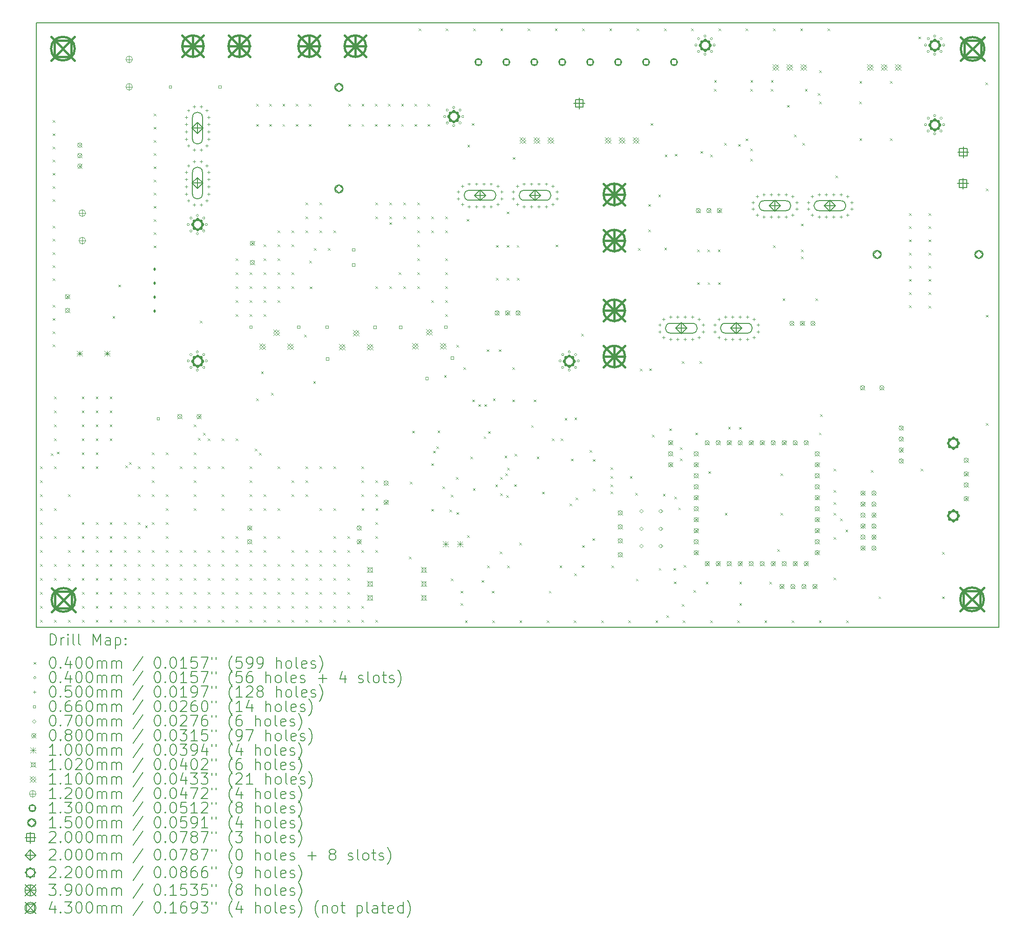
<source format=gbr>
%FSLAX45Y45*%
G04 Gerber Fmt 4.5, Leading zero omitted, Abs format (unit mm)*
G04 Created by KiCad (PCBNEW (6.0.0-rc1-489-g57af990066)) date 2021-12-17 02:30:08*
%MOMM*%
%LPD*%
G01*
G04 APERTURE LIST*
%TA.AperFunction,Profile*%
%ADD10C,0.200000*%
%TD*%
%ADD11C,0.200000*%
%ADD12C,0.040000*%
%ADD13C,0.050000*%
%ADD14C,0.066000*%
%ADD15C,0.070000*%
%ADD16C,0.080000*%
%ADD17C,0.100000*%
%ADD18C,0.102000*%
%ADD19C,0.110000*%
%ADD20C,0.120000*%
%ADD21C,0.130000*%
%ADD22C,0.150000*%
%ADD23C,0.220000*%
%ADD24C,0.390000*%
%ADD25C,0.430000*%
G04 APERTURE END LIST*
D10*
X1755500Y-5949100D02*
X19255500Y-5949100D01*
X19255500Y-5949100D02*
X19255500Y-16949100D01*
X19255500Y-16949100D02*
X1755500Y-16949100D01*
X1755500Y-16949100D02*
X1755500Y-5949100D01*
D11*
D12*
X1822123Y-14021600D02*
X1862123Y-14061600D01*
X1862123Y-14021600D02*
X1822123Y-14061600D01*
X1822123Y-14275600D02*
X1862123Y-14315600D01*
X1862123Y-14275600D02*
X1822123Y-14315600D01*
X1822123Y-14529600D02*
X1862123Y-14569600D01*
X1862123Y-14529600D02*
X1822123Y-14569600D01*
X1822123Y-14783600D02*
X1862123Y-14823600D01*
X1862123Y-14783600D02*
X1822123Y-14823600D01*
X1822123Y-15037600D02*
X1862123Y-15077600D01*
X1862123Y-15037600D02*
X1822123Y-15077600D01*
X1822123Y-15291600D02*
X1862123Y-15331600D01*
X1862123Y-15291600D02*
X1822123Y-15331600D01*
X1822123Y-15545600D02*
X1862123Y-15585600D01*
X1862123Y-15545600D02*
X1822123Y-15585600D01*
X1822123Y-15799600D02*
X1862123Y-15839600D01*
X1862123Y-15799600D02*
X1822123Y-15839600D01*
X1822123Y-16053600D02*
X1862123Y-16093600D01*
X1862123Y-16053600D02*
X1822123Y-16093600D01*
X1822123Y-16307600D02*
X1862123Y-16347600D01*
X1862123Y-16307600D02*
X1822123Y-16347600D01*
X1822123Y-16561600D02*
X1862123Y-16601600D01*
X1862123Y-16561600D02*
X1822123Y-16601600D01*
X1822123Y-16815600D02*
X1862123Y-16855600D01*
X1862123Y-16815600D02*
X1822123Y-16855600D01*
X2018123Y-13781600D02*
X2058123Y-13821600D01*
X2058123Y-13781600D02*
X2018123Y-13821600D01*
X2048123Y-7721600D02*
X2088123Y-7761600D01*
X2088123Y-7721600D02*
X2048123Y-7761600D01*
X2048123Y-7961600D02*
X2088123Y-8001600D01*
X2088123Y-7961600D02*
X2048123Y-8001600D01*
X2048123Y-8201600D02*
X2088123Y-8241600D01*
X2088123Y-8201600D02*
X2048123Y-8241600D01*
X2048123Y-8441600D02*
X2088123Y-8481600D01*
X2088123Y-8441600D02*
X2048123Y-8481600D01*
X2048123Y-8681600D02*
X2088123Y-8721600D01*
X2088123Y-8681600D02*
X2048123Y-8721600D01*
X2048123Y-8921600D02*
X2088123Y-8961600D01*
X2088123Y-8921600D02*
X2048123Y-8961600D01*
X2048123Y-9161600D02*
X2088123Y-9201600D01*
X2088123Y-9161600D02*
X2048123Y-9201600D01*
X2048123Y-9641600D02*
X2088123Y-9681600D01*
X2088123Y-9641600D02*
X2048123Y-9681600D01*
X2048123Y-9881600D02*
X2088123Y-9921600D01*
X2088123Y-9881600D02*
X2048123Y-9921600D01*
X2048123Y-10121600D02*
X2088123Y-10161600D01*
X2088123Y-10121600D02*
X2048123Y-10161600D01*
X2048123Y-10361600D02*
X2088123Y-10401600D01*
X2088123Y-10361600D02*
X2048123Y-10401600D01*
X2048123Y-10601600D02*
X2088123Y-10641600D01*
X2088123Y-10601600D02*
X2048123Y-10641600D01*
X2048123Y-11081600D02*
X2088123Y-11121600D01*
X2088123Y-11081600D02*
X2048123Y-11121600D01*
X2048123Y-11321600D02*
X2088123Y-11361600D01*
X2088123Y-11321600D02*
X2048123Y-11361600D01*
X2048123Y-11561600D02*
X2088123Y-11601600D01*
X2088123Y-11561600D02*
X2048123Y-11601600D01*
X2048123Y-11801600D02*
X2088123Y-11841600D01*
X2088123Y-11801600D02*
X2048123Y-11841600D01*
X2076123Y-12748160D02*
X2116124Y-12788160D01*
X2116124Y-12748160D02*
X2076123Y-12788160D01*
X2076123Y-13001600D02*
X2116124Y-13041600D01*
X2116124Y-13001600D02*
X2076123Y-13041600D01*
X2076123Y-13255600D02*
X2116124Y-13295600D01*
X2116124Y-13255600D02*
X2076123Y-13295600D01*
X2076123Y-13509600D02*
X2116124Y-13549600D01*
X2116124Y-13509600D02*
X2076123Y-13549600D01*
X2076123Y-14021600D02*
X2116124Y-14061600D01*
X2116124Y-14021600D02*
X2076123Y-14061600D01*
X2076123Y-14783600D02*
X2116124Y-14823600D01*
X2116124Y-14783600D02*
X2076123Y-14823600D01*
X2076123Y-15291600D02*
X2116124Y-15331600D01*
X2116124Y-15291600D02*
X2076123Y-15331600D01*
X2076123Y-15799600D02*
X2116124Y-15839600D01*
X2116124Y-15799600D02*
X2076123Y-15839600D01*
X2076123Y-16053600D02*
X2116124Y-16093600D01*
X2116124Y-16053600D02*
X2076123Y-16093600D01*
X2076123Y-16815600D02*
X2116124Y-16855600D01*
X2116124Y-16815600D02*
X2076123Y-16855600D01*
X2128124Y-13751600D02*
X2168124Y-13791600D01*
X2168124Y-13751600D02*
X2128124Y-13791600D01*
X2330124Y-14529600D02*
X2370124Y-14569600D01*
X2370124Y-14529600D02*
X2330124Y-14569600D01*
X2330124Y-15291600D02*
X2370124Y-15331600D01*
X2370124Y-15291600D02*
X2330124Y-15331600D01*
X2330124Y-15545600D02*
X2370124Y-15585600D01*
X2370124Y-15545600D02*
X2330124Y-15585600D01*
X2330124Y-15799600D02*
X2370124Y-15839600D01*
X2370124Y-15799600D02*
X2330124Y-15839600D01*
X2330124Y-16053600D02*
X2370124Y-16093600D01*
X2370124Y-16053600D02*
X2330124Y-16093600D01*
X2330124Y-16815600D02*
X2370124Y-16855600D01*
X2370124Y-16815600D02*
X2330124Y-16855600D01*
X2580124Y-12747600D02*
X2620124Y-12787600D01*
X2620124Y-12747600D02*
X2580124Y-12787600D01*
X2580124Y-13005600D02*
X2620124Y-13045600D01*
X2620124Y-13005600D02*
X2580124Y-13045600D01*
X2580124Y-13259600D02*
X2620124Y-13299600D01*
X2620124Y-13259600D02*
X2580124Y-13299600D01*
X2580124Y-13513600D02*
X2620124Y-13553600D01*
X2620124Y-13513600D02*
X2580124Y-13553600D01*
X2580124Y-13767600D02*
X2620124Y-13807600D01*
X2620124Y-13767600D02*
X2580124Y-13807600D01*
X2580124Y-14021600D02*
X2620124Y-14061600D01*
X2620124Y-14021600D02*
X2580124Y-14061600D01*
X2580124Y-15037600D02*
X2620124Y-15077600D01*
X2620124Y-15037600D02*
X2580124Y-15077600D01*
X2580124Y-15291600D02*
X2620124Y-15331600D01*
X2620124Y-15291600D02*
X2580124Y-15331600D01*
X2580124Y-15545600D02*
X2620124Y-15585600D01*
X2620124Y-15545600D02*
X2580124Y-15585600D01*
X2580124Y-15799600D02*
X2620124Y-15839600D01*
X2620124Y-15799600D02*
X2580124Y-15839600D01*
X2580124Y-16053600D02*
X2620124Y-16093600D01*
X2620124Y-16053600D02*
X2580124Y-16093600D01*
X2584124Y-16307600D02*
X2624124Y-16347600D01*
X2624124Y-16307600D02*
X2584124Y-16347600D01*
X2584124Y-16561600D02*
X2624124Y-16601600D01*
X2624124Y-16561600D02*
X2584124Y-16601600D01*
X2584124Y-16815600D02*
X2624124Y-16855600D01*
X2624124Y-16815600D02*
X2584124Y-16855600D01*
X2834123Y-12747600D02*
X2874123Y-12787600D01*
X2874123Y-12747600D02*
X2834123Y-12787600D01*
X2834123Y-13005600D02*
X2874123Y-13045600D01*
X2874123Y-13005600D02*
X2834123Y-13045600D01*
X2834123Y-13259600D02*
X2874123Y-13299600D01*
X2874123Y-13259600D02*
X2834123Y-13299600D01*
X2834123Y-13513600D02*
X2874123Y-13553600D01*
X2874123Y-13513600D02*
X2834123Y-13553600D01*
X2834123Y-13767600D02*
X2874123Y-13807600D01*
X2874123Y-13767600D02*
X2834123Y-13807600D01*
X2834123Y-14021600D02*
X2874123Y-14061600D01*
X2874123Y-14021600D02*
X2834123Y-14061600D01*
X2834123Y-16053600D02*
X2874123Y-16093600D01*
X2874123Y-16053600D02*
X2834123Y-16093600D01*
X2834123Y-16307600D02*
X2874123Y-16347600D01*
X2874123Y-16307600D02*
X2834123Y-16347600D01*
X2834123Y-16561600D02*
X2874123Y-16601600D01*
X2874123Y-16561600D02*
X2834123Y-16601600D01*
X2834123Y-16815600D02*
X2874123Y-16855600D01*
X2874123Y-16815600D02*
X2834123Y-16855600D01*
X2838123Y-15037600D02*
X2878123Y-15077600D01*
X2878123Y-15037600D02*
X2838123Y-15077600D01*
X2838123Y-15291600D02*
X2878123Y-15331600D01*
X2878123Y-15291600D02*
X2838123Y-15331600D01*
X2838123Y-15545600D02*
X2878123Y-15585600D01*
X2878123Y-15545600D02*
X2838123Y-15585600D01*
X2838123Y-15799600D02*
X2878123Y-15839600D01*
X2878123Y-15799600D02*
X2838123Y-15839600D01*
X3088123Y-12747600D02*
X3128123Y-12787600D01*
X3128123Y-12747600D02*
X3088123Y-12787600D01*
X3088123Y-13005600D02*
X3128123Y-13045600D01*
X3128123Y-13005600D02*
X3088123Y-13045600D01*
X3088123Y-13259600D02*
X3128123Y-13299600D01*
X3128123Y-13259600D02*
X3088123Y-13299600D01*
X3088123Y-13511600D02*
X3128123Y-13551600D01*
X3128123Y-13511600D02*
X3088123Y-13551600D01*
X3088123Y-15037600D02*
X3128123Y-15077600D01*
X3128123Y-15037600D02*
X3088123Y-15077600D01*
X3088123Y-15291600D02*
X3128123Y-15331600D01*
X3128123Y-15291600D02*
X3088123Y-15331600D01*
X3088123Y-15545600D02*
X3128123Y-15585600D01*
X3128123Y-15545600D02*
X3088123Y-15585600D01*
X3088123Y-15799600D02*
X3128123Y-15839600D01*
X3128123Y-15799600D02*
X3088123Y-15839600D01*
X3088123Y-16053600D02*
X3128123Y-16093600D01*
X3128123Y-16053600D02*
X3088123Y-16093600D01*
X3088123Y-16307600D02*
X3128123Y-16347600D01*
X3128123Y-16307600D02*
X3088123Y-16347600D01*
X3088123Y-16561600D02*
X3128123Y-16601600D01*
X3128123Y-16561600D02*
X3088123Y-16601600D01*
X3088123Y-16815600D02*
X3128123Y-16855600D01*
X3128123Y-16815600D02*
X3088123Y-16855600D01*
X3138123Y-11281600D02*
X3178123Y-11321600D01*
X3178123Y-11281600D02*
X3138123Y-11321600D01*
X3243247Y-10714100D02*
X3283247Y-10754100D01*
X3283247Y-10714100D02*
X3243247Y-10754100D01*
X3346123Y-15037600D02*
X3386123Y-15077600D01*
X3386123Y-15037600D02*
X3346123Y-15077600D01*
X3346123Y-15291600D02*
X3386123Y-15331600D01*
X3386123Y-15291600D02*
X3346123Y-15331600D01*
X3346123Y-15545600D02*
X3386123Y-15585600D01*
X3386123Y-15545600D02*
X3346123Y-15585600D01*
X3346123Y-15799600D02*
X3386123Y-15839600D01*
X3386123Y-15799600D02*
X3346123Y-15839600D01*
X3346123Y-16053600D02*
X3386123Y-16093600D01*
X3386123Y-16053600D02*
X3346123Y-16093600D01*
X3346123Y-16307600D02*
X3386123Y-16347600D01*
X3386123Y-16307600D02*
X3346123Y-16347600D01*
X3346123Y-16561600D02*
X3386123Y-16601600D01*
X3386123Y-16561600D02*
X3346123Y-16601600D01*
X3346123Y-16815600D02*
X3386123Y-16855600D01*
X3386123Y-16815600D02*
X3346123Y-16855600D01*
X3368123Y-14001600D02*
X3408123Y-14041600D01*
X3408123Y-14001600D02*
X3368123Y-14041600D01*
X3438123Y-13941600D02*
X3478123Y-13981600D01*
X3478123Y-13941600D02*
X3438123Y-13981600D01*
X3600123Y-14021600D02*
X3640123Y-14061600D01*
X3640123Y-14021600D02*
X3600123Y-14061600D01*
X3600123Y-14529600D02*
X3640123Y-14569600D01*
X3640123Y-14529600D02*
X3600123Y-14569600D01*
X3600123Y-15037600D02*
X3640123Y-15077600D01*
X3640123Y-15037600D02*
X3600123Y-15077600D01*
X3600123Y-15291600D02*
X3640123Y-15331600D01*
X3640123Y-15291600D02*
X3600123Y-15331600D01*
X3600123Y-15545600D02*
X3640123Y-15585600D01*
X3640123Y-15545600D02*
X3600123Y-15585600D01*
X3600123Y-15799600D02*
X3640123Y-15839600D01*
X3640123Y-15799600D02*
X3600123Y-15839600D01*
X3600123Y-16053600D02*
X3640123Y-16093600D01*
X3640123Y-16053600D02*
X3600123Y-16093600D01*
X3600123Y-16307600D02*
X3640123Y-16347600D01*
X3640123Y-16307600D02*
X3600123Y-16347600D01*
X3600123Y-16561600D02*
X3640123Y-16601600D01*
X3640123Y-16561600D02*
X3600123Y-16601600D01*
X3600123Y-16815600D02*
X3640123Y-16855600D01*
X3640123Y-16815600D02*
X3600123Y-16855600D01*
X3730963Y-15095120D02*
X3770963Y-15135120D01*
X3770963Y-15095120D02*
X3730963Y-15135120D01*
X3854123Y-14021600D02*
X3894123Y-14061600D01*
X3894123Y-14021600D02*
X3854123Y-14061600D01*
X3854123Y-14275600D02*
X3894123Y-14315600D01*
X3894123Y-14275600D02*
X3854123Y-14315600D01*
X3854123Y-14529600D02*
X3894123Y-14569600D01*
X3894123Y-14529600D02*
X3854123Y-14569600D01*
X3854123Y-15037600D02*
X3894123Y-15077600D01*
X3894123Y-15037600D02*
X3854123Y-15077600D01*
X3854123Y-15545600D02*
X3894123Y-15585600D01*
X3894123Y-15545600D02*
X3854123Y-15585600D01*
X3854123Y-15799600D02*
X3894123Y-15839600D01*
X3894123Y-15799600D02*
X3854123Y-15839600D01*
X3854123Y-16053600D02*
X3894123Y-16093600D01*
X3894123Y-16053600D02*
X3854123Y-16093600D01*
X3854123Y-16307600D02*
X3894123Y-16347600D01*
X3894123Y-16307600D02*
X3854123Y-16347600D01*
X3854123Y-16561600D02*
X3894123Y-16601600D01*
X3894123Y-16561600D02*
X3854123Y-16601600D01*
X3854123Y-16815600D02*
X3894123Y-16855600D01*
X3894123Y-16815600D02*
X3854123Y-16855600D01*
X3855423Y-13766700D02*
X3895423Y-13806700D01*
X3895423Y-13766700D02*
X3855423Y-13806700D01*
X3888123Y-7601600D02*
X3928123Y-7641600D01*
X3928123Y-7601600D02*
X3888123Y-7641600D01*
X3888123Y-7841600D02*
X3928123Y-7881600D01*
X3928123Y-7841600D02*
X3888123Y-7881600D01*
X3888123Y-8081600D02*
X3928123Y-8121600D01*
X3928123Y-8081600D02*
X3888123Y-8121600D01*
X3888123Y-8321600D02*
X3928123Y-8361600D01*
X3928123Y-8321600D02*
X3888123Y-8361600D01*
X3888123Y-8561600D02*
X3928123Y-8601600D01*
X3928123Y-8561600D02*
X3888123Y-8601600D01*
X3888123Y-8801600D02*
X3928123Y-8841600D01*
X3928123Y-8801600D02*
X3888123Y-8841600D01*
X3888123Y-9041600D02*
X3928123Y-9081600D01*
X3928123Y-9041600D02*
X3888123Y-9081600D01*
X3888123Y-9281600D02*
X3928123Y-9321600D01*
X3928123Y-9281600D02*
X3888123Y-9321600D01*
X3888123Y-9521600D02*
X3928123Y-9561600D01*
X3928123Y-9521600D02*
X3888123Y-9561600D01*
X3888123Y-9761600D02*
X3928123Y-9801600D01*
X3928123Y-9761600D02*
X3888123Y-9801600D01*
X3888123Y-10001600D02*
X3928123Y-10041600D01*
X3928123Y-10001600D02*
X3888123Y-10041600D01*
X4106883Y-13767600D02*
X4146883Y-13807600D01*
X4146883Y-13767600D02*
X4106883Y-13807600D01*
X4108123Y-14529600D02*
X4148123Y-14569600D01*
X4148123Y-14529600D02*
X4108123Y-14569600D01*
X4108123Y-14783600D02*
X4148123Y-14823600D01*
X4148123Y-14783600D02*
X4108123Y-14823600D01*
X4108123Y-15037600D02*
X4148123Y-15077600D01*
X4148123Y-15037600D02*
X4108123Y-15077600D01*
X4108123Y-15291600D02*
X4148123Y-15331600D01*
X4148123Y-15291600D02*
X4108123Y-15331600D01*
X4108123Y-15545600D02*
X4148123Y-15585600D01*
X4148123Y-15545600D02*
X4108123Y-15585600D01*
X4108123Y-15799600D02*
X4148123Y-15839600D01*
X4148123Y-15799600D02*
X4108123Y-15839600D01*
X4108123Y-16053600D02*
X4148123Y-16093600D01*
X4148123Y-16053600D02*
X4108123Y-16093600D01*
X4108123Y-16307600D02*
X4148123Y-16347600D01*
X4148123Y-16307600D02*
X4108123Y-16347600D01*
X4108123Y-16561600D02*
X4148123Y-16601600D01*
X4148123Y-16561600D02*
X4108123Y-16601600D01*
X4108123Y-16815600D02*
X4148123Y-16855600D01*
X4148123Y-16815600D02*
X4108123Y-16855600D01*
X4362124Y-14021600D02*
X4402124Y-14061600D01*
X4402124Y-14021600D02*
X4362124Y-14061600D01*
X4362124Y-15545600D02*
X4402124Y-15585600D01*
X4402124Y-15545600D02*
X4362124Y-15585600D01*
X4362124Y-15799600D02*
X4402124Y-15839600D01*
X4402124Y-15799600D02*
X4362124Y-15839600D01*
X4362124Y-16053600D02*
X4402124Y-16093600D01*
X4402124Y-16053600D02*
X4362124Y-16093600D01*
X4362124Y-16307600D02*
X4402124Y-16347600D01*
X4402124Y-16307600D02*
X4362124Y-16347600D01*
X4362124Y-16561600D02*
X4402124Y-16601600D01*
X4402124Y-16561600D02*
X4362124Y-16601600D01*
X4362124Y-16815600D02*
X4402124Y-16855600D01*
X4402124Y-16815600D02*
X4362124Y-16855600D01*
X4614884Y-13256160D02*
X4654884Y-13296160D01*
X4654884Y-13256160D02*
X4614884Y-13296160D01*
X4614884Y-13764160D02*
X4654884Y-13804160D01*
X4654884Y-13764160D02*
X4614884Y-13804160D01*
X4616124Y-14021600D02*
X4656124Y-14061600D01*
X4656124Y-14021600D02*
X4616124Y-14061600D01*
X4616124Y-14275600D02*
X4656124Y-14315600D01*
X4656124Y-14275600D02*
X4616124Y-14315600D01*
X4616124Y-14529600D02*
X4656124Y-14569600D01*
X4656124Y-14529600D02*
X4616124Y-14569600D01*
X4616124Y-14783600D02*
X4656124Y-14823600D01*
X4656124Y-14783600D02*
X4616124Y-14823600D01*
X4616124Y-15545600D02*
X4656124Y-15585600D01*
X4656124Y-15545600D02*
X4616124Y-15585600D01*
X4616124Y-15799600D02*
X4656124Y-15839600D01*
X4656124Y-15799600D02*
X4616124Y-15839600D01*
X4616124Y-16053600D02*
X4656124Y-16093600D01*
X4656124Y-16053600D02*
X4616124Y-16093600D01*
X4616124Y-16307600D02*
X4656124Y-16347600D01*
X4656124Y-16307600D02*
X4616124Y-16347600D01*
X4616124Y-16561600D02*
X4656124Y-16601600D01*
X4656124Y-16561600D02*
X4616124Y-16601600D01*
X4616124Y-16815600D02*
X4656124Y-16855600D01*
X4656124Y-16815600D02*
X4616124Y-16855600D01*
X4691084Y-13500000D02*
X4731084Y-13540000D01*
X4731084Y-13500000D02*
X4691084Y-13540000D01*
X4723124Y-11366600D02*
X4763124Y-11406600D01*
X4763124Y-11366600D02*
X4723124Y-11406600D01*
X4787604Y-13408560D02*
X4827604Y-13448560D01*
X4827604Y-13408560D02*
X4787604Y-13448560D01*
X4868884Y-13510160D02*
X4908884Y-13550160D01*
X4908884Y-13510160D02*
X4868884Y-13550160D01*
X4870124Y-15545600D02*
X4910124Y-15585600D01*
X4910124Y-15545600D02*
X4870124Y-15585600D01*
X4870124Y-15799600D02*
X4910124Y-15839600D01*
X4910124Y-15799600D02*
X4870124Y-15839600D01*
X4870124Y-16053600D02*
X4910124Y-16093600D01*
X4910124Y-16053600D02*
X4870124Y-16093600D01*
X4870124Y-16307600D02*
X4910124Y-16347600D01*
X4910124Y-16307600D02*
X4870124Y-16347600D01*
X4870124Y-16561600D02*
X4910124Y-16601600D01*
X4910124Y-16561600D02*
X4870124Y-16601600D01*
X4870124Y-16815600D02*
X4910124Y-16855600D01*
X4910124Y-16815600D02*
X4870124Y-16855600D01*
X4872124Y-14021600D02*
X4912124Y-14061600D01*
X4912124Y-14021600D02*
X4872124Y-14061600D01*
X5122884Y-13510160D02*
X5162884Y-13550160D01*
X5162884Y-13510160D02*
X5122884Y-13550160D01*
X5124124Y-14021600D02*
X5164124Y-14061600D01*
X5164124Y-14021600D02*
X5124124Y-14061600D01*
X5124124Y-14529600D02*
X5164124Y-14569600D01*
X5164124Y-14529600D02*
X5124124Y-14569600D01*
X5124124Y-14783600D02*
X5164124Y-14823600D01*
X5164124Y-14783600D02*
X5124124Y-14823600D01*
X5124124Y-15291600D02*
X5164124Y-15331600D01*
X5164124Y-15291600D02*
X5124124Y-15331600D01*
X5124124Y-15545600D02*
X5164124Y-15585600D01*
X5164124Y-15545600D02*
X5124124Y-15585600D01*
X5124124Y-15799600D02*
X5164124Y-15839600D01*
X5164124Y-15799600D02*
X5124124Y-15839600D01*
X5124124Y-16053600D02*
X5164124Y-16093600D01*
X5164124Y-16053600D02*
X5124124Y-16093600D01*
X5124124Y-16307600D02*
X5164124Y-16347600D01*
X5164124Y-16307600D02*
X5124124Y-16347600D01*
X5124124Y-16561600D02*
X5164124Y-16601600D01*
X5164124Y-16561600D02*
X5124124Y-16601600D01*
X5124124Y-16815600D02*
X5164124Y-16855600D01*
X5164124Y-16815600D02*
X5124124Y-16855600D01*
X5376884Y-10236100D02*
X5416884Y-10276100D01*
X5416884Y-10236100D02*
X5376884Y-10276100D01*
X5376884Y-10487560D02*
X5416884Y-10527560D01*
X5416884Y-10487560D02*
X5376884Y-10527560D01*
X5376884Y-10741560D02*
X5416884Y-10781560D01*
X5416884Y-10741560D02*
X5376884Y-10781560D01*
X5376884Y-10995560D02*
X5416884Y-11035560D01*
X5416884Y-10995560D02*
X5376884Y-11035560D01*
X5376884Y-11249560D02*
X5416884Y-11289560D01*
X5416884Y-11249560D02*
X5376884Y-11289560D01*
X5376884Y-13510160D02*
X5416884Y-13550160D01*
X5416884Y-13510160D02*
X5376884Y-13550160D01*
X5378124Y-15291600D02*
X5418124Y-15331600D01*
X5418124Y-15291600D02*
X5378124Y-15331600D01*
X5378124Y-15545600D02*
X5418124Y-15585600D01*
X5418124Y-15545600D02*
X5378124Y-15585600D01*
X5378124Y-15799600D02*
X5418124Y-15839600D01*
X5418124Y-15799600D02*
X5378124Y-15839600D01*
X5378124Y-16053600D02*
X5418124Y-16093600D01*
X5418124Y-16053600D02*
X5378124Y-16093600D01*
X5378124Y-16307600D02*
X5418124Y-16347600D01*
X5418124Y-16307600D02*
X5378124Y-16347600D01*
X5378124Y-16561600D02*
X5418124Y-16601600D01*
X5418124Y-16561600D02*
X5378124Y-16601600D01*
X5378124Y-16815600D02*
X5418124Y-16855600D01*
X5418124Y-16815600D02*
X5378124Y-16855600D01*
X5630883Y-10487560D02*
X5670883Y-10527560D01*
X5670883Y-10487560D02*
X5630883Y-10527560D01*
X5630883Y-10741560D02*
X5670883Y-10781560D01*
X5670883Y-10741560D02*
X5630883Y-10781560D01*
X5630883Y-10995560D02*
X5670883Y-11035560D01*
X5670883Y-10995560D02*
X5630883Y-11035560D01*
X5630883Y-11249560D02*
X5670883Y-11289560D01*
X5670883Y-11249560D02*
X5630883Y-11289560D01*
X5632123Y-14021600D02*
X5672123Y-14061600D01*
X5672123Y-14021600D02*
X5632123Y-14061600D01*
X5632123Y-14275600D02*
X5672123Y-14315600D01*
X5672123Y-14275600D02*
X5632123Y-14315600D01*
X5632123Y-14529600D02*
X5672123Y-14569600D01*
X5672123Y-14529600D02*
X5632123Y-14569600D01*
X5632123Y-14783600D02*
X5672123Y-14823600D01*
X5672123Y-14783600D02*
X5632123Y-14823600D01*
X5632123Y-15545600D02*
X5672123Y-15585600D01*
X5672123Y-15545600D02*
X5632123Y-15585600D01*
X5632123Y-15799600D02*
X5672123Y-15839600D01*
X5672123Y-15799600D02*
X5632123Y-15839600D01*
X5632123Y-16053600D02*
X5672123Y-16093600D01*
X5672123Y-16053600D02*
X5632123Y-16093600D01*
X5632123Y-16307600D02*
X5672123Y-16347600D01*
X5672123Y-16307600D02*
X5632123Y-16347600D01*
X5632123Y-16561600D02*
X5672123Y-16601600D01*
X5672123Y-16561600D02*
X5632123Y-16601600D01*
X5632123Y-16815600D02*
X5672123Y-16855600D01*
X5672123Y-16815600D02*
X5632123Y-16855600D01*
X5722323Y-13698120D02*
X5762323Y-13738120D01*
X5762323Y-13698120D02*
X5722323Y-13738120D01*
X5748123Y-7421600D02*
X5788123Y-7461600D01*
X5788123Y-7421600D02*
X5748123Y-7461600D01*
X5748123Y-7791600D02*
X5788123Y-7831600D01*
X5788123Y-7791600D02*
X5748123Y-7831600D01*
X5748123Y-12781600D02*
X5788123Y-12821600D01*
X5788123Y-12781600D02*
X5748123Y-12821600D01*
X5803603Y-13774320D02*
X5843603Y-13814320D01*
X5843603Y-13774320D02*
X5803603Y-13814320D01*
X5838123Y-12291600D02*
X5878123Y-12331600D01*
X5878123Y-12291600D02*
X5838123Y-12331600D01*
X5884883Y-10236100D02*
X5924883Y-10276100D01*
X5924883Y-10236100D02*
X5884883Y-10276100D01*
X5884883Y-10487560D02*
X5924883Y-10527560D01*
X5924883Y-10487560D02*
X5884883Y-10527560D01*
X5884883Y-10741560D02*
X5924883Y-10781560D01*
X5924883Y-10741560D02*
X5884883Y-10781560D01*
X5884883Y-10995560D02*
X5924883Y-11035560D01*
X5924883Y-10995560D02*
X5884883Y-11035560D01*
X5884883Y-11249560D02*
X5924883Y-11289560D01*
X5924883Y-11249560D02*
X5884883Y-11289560D01*
X5886123Y-14529600D02*
X5926123Y-14569600D01*
X5926123Y-14529600D02*
X5886123Y-14569600D01*
X5886123Y-14783600D02*
X5926123Y-14823600D01*
X5926123Y-14783600D02*
X5886123Y-14823600D01*
X5886123Y-15291600D02*
X5926123Y-15331600D01*
X5926123Y-15291600D02*
X5886123Y-15331600D01*
X5886123Y-15545600D02*
X5926123Y-15585600D01*
X5926123Y-15545600D02*
X5886123Y-15585600D01*
X5886123Y-15799600D02*
X5926123Y-15839600D01*
X5926123Y-15799600D02*
X5886123Y-15839600D01*
X5886123Y-16053600D02*
X5926123Y-16093600D01*
X5926123Y-16053600D02*
X5886123Y-16093600D01*
X5886123Y-16307600D02*
X5926123Y-16347600D01*
X5926123Y-16307600D02*
X5886123Y-16347600D01*
X5886123Y-16561600D02*
X5926123Y-16601600D01*
X5926123Y-16561600D02*
X5886123Y-16601600D01*
X5886123Y-16815600D02*
X5926123Y-16855600D01*
X5926123Y-16815600D02*
X5886123Y-16855600D01*
X5887423Y-9982100D02*
X5927423Y-10022100D01*
X5927423Y-9982100D02*
X5887423Y-10022100D01*
X5988123Y-7421600D02*
X6028123Y-7461600D01*
X6028123Y-7421600D02*
X5988123Y-7461600D01*
X5988123Y-7791600D02*
X6028123Y-7831600D01*
X6028123Y-7791600D02*
X5988123Y-7831600D01*
X6018123Y-12681600D02*
X6058123Y-12721600D01*
X6058123Y-12681600D02*
X6018123Y-12721600D01*
X6138883Y-10236100D02*
X6178883Y-10276100D01*
X6178883Y-10236100D02*
X6138883Y-10276100D01*
X6138883Y-10487560D02*
X6178883Y-10527560D01*
X6178883Y-10487560D02*
X6138883Y-10527560D01*
X6138883Y-10741560D02*
X6178883Y-10781560D01*
X6178883Y-10741560D02*
X6138883Y-10781560D01*
X6138883Y-10995560D02*
X6178883Y-11035560D01*
X6178883Y-10995560D02*
X6138883Y-11035560D01*
X6140123Y-14021600D02*
X6180123Y-14061600D01*
X6180123Y-14021600D02*
X6140123Y-14061600D01*
X6140123Y-14783600D02*
X6180123Y-14823600D01*
X6180123Y-14783600D02*
X6140123Y-14823600D01*
X6140123Y-15291600D02*
X6180123Y-15331600D01*
X6180123Y-15291600D02*
X6140123Y-15331600D01*
X6140123Y-15799600D02*
X6180123Y-15839600D01*
X6180123Y-15799600D02*
X6140123Y-15839600D01*
X6140123Y-16053600D02*
X6180123Y-16093600D01*
X6180123Y-16053600D02*
X6140123Y-16093600D01*
X6140123Y-16307600D02*
X6180123Y-16347600D01*
X6180123Y-16307600D02*
X6140123Y-16347600D01*
X6140123Y-16561600D02*
X6180123Y-16601600D01*
X6180123Y-16561600D02*
X6140123Y-16601600D01*
X6140123Y-16815600D02*
X6180123Y-16855600D01*
X6180123Y-16815600D02*
X6140123Y-16855600D01*
X6141423Y-9728100D02*
X6181423Y-9768100D01*
X6181423Y-9728100D02*
X6141423Y-9768100D01*
X6141423Y-9982100D02*
X6181423Y-10022100D01*
X6181423Y-9982100D02*
X6141423Y-10022100D01*
X6228123Y-7421600D02*
X6268123Y-7461600D01*
X6268123Y-7421600D02*
X6228123Y-7461600D01*
X6228123Y-7791600D02*
X6268123Y-7831600D01*
X6268123Y-7791600D02*
X6228123Y-7831600D01*
X6392883Y-10487560D02*
X6432883Y-10527560D01*
X6432883Y-10487560D02*
X6392883Y-10527560D01*
X6392883Y-10741560D02*
X6432883Y-10781560D01*
X6432883Y-10741560D02*
X6392883Y-10781560D01*
X6394123Y-14275600D02*
X6434123Y-14315600D01*
X6434123Y-14275600D02*
X6394123Y-14315600D01*
X6394123Y-14529600D02*
X6434123Y-14569600D01*
X6434123Y-14529600D02*
X6394123Y-14569600D01*
X6394123Y-15545600D02*
X6434123Y-15585600D01*
X6434123Y-15545600D02*
X6394123Y-15585600D01*
X6394123Y-15799600D02*
X6434123Y-15839600D01*
X6434123Y-15799600D02*
X6394123Y-15839600D01*
X6394123Y-16053600D02*
X6434123Y-16093600D01*
X6434123Y-16053600D02*
X6394123Y-16093600D01*
X6394123Y-16307600D02*
X6434123Y-16347600D01*
X6434123Y-16307600D02*
X6394123Y-16347600D01*
X6394123Y-16561600D02*
X6434123Y-16601600D01*
X6434123Y-16561600D02*
X6394123Y-16601600D01*
X6394123Y-16815600D02*
X6434123Y-16855600D01*
X6434123Y-16815600D02*
X6394123Y-16855600D01*
X6395423Y-9728100D02*
X6435423Y-9768100D01*
X6435423Y-9728100D02*
X6395423Y-9768100D01*
X6395423Y-9982100D02*
X6435423Y-10022100D01*
X6435423Y-9982100D02*
X6395423Y-10022100D01*
X6468123Y-7421600D02*
X6508123Y-7461600D01*
X6508123Y-7421600D02*
X6468123Y-7461600D01*
X6468123Y-7791600D02*
X6508123Y-7831600D01*
X6508123Y-7791600D02*
X6468123Y-7831600D01*
X6620500Y-11624100D02*
X6660500Y-11664100D01*
X6660500Y-11624100D02*
X6620500Y-11664100D01*
X6648123Y-14021600D02*
X6688123Y-14061600D01*
X6688123Y-14021600D02*
X6648123Y-14061600D01*
X6648123Y-14275600D02*
X6688123Y-14315600D01*
X6688123Y-14275600D02*
X6648123Y-14315600D01*
X6648123Y-14529600D02*
X6688123Y-14569600D01*
X6688123Y-14529600D02*
X6648123Y-14569600D01*
X6648123Y-15545600D02*
X6688123Y-15585600D01*
X6688123Y-15545600D02*
X6648123Y-15585600D01*
X6648123Y-15799600D02*
X6688123Y-15839600D01*
X6688123Y-15799600D02*
X6648123Y-15839600D01*
X6648123Y-16053600D02*
X6688123Y-16093600D01*
X6688123Y-16053600D02*
X6648123Y-16093600D01*
X6648123Y-16307600D02*
X6688123Y-16347600D01*
X6688123Y-16307600D02*
X6648123Y-16347600D01*
X6648123Y-16561600D02*
X6688123Y-16601600D01*
X6688123Y-16561600D02*
X6648123Y-16601600D01*
X6648123Y-16815600D02*
X6688123Y-16855600D01*
X6688123Y-16815600D02*
X6648123Y-16855600D01*
X6649423Y-9220100D02*
X6689423Y-9260100D01*
X6689423Y-9220100D02*
X6649423Y-9260100D01*
X6649423Y-9474100D02*
X6689423Y-9514100D01*
X6689423Y-9474100D02*
X6649423Y-9514100D01*
X6649423Y-9728100D02*
X6689423Y-9768100D01*
X6689423Y-9728100D02*
X6649423Y-9768100D01*
X6708123Y-7421600D02*
X6748123Y-7461600D01*
X6748123Y-7421600D02*
X6708123Y-7461600D01*
X6708123Y-7791600D02*
X6748123Y-7831600D01*
X6748123Y-7791600D02*
X6708123Y-7831600D01*
X6712923Y-10274200D02*
X6752923Y-10314200D01*
X6752923Y-10274200D02*
X6712923Y-10314200D01*
X6723000Y-10746600D02*
X6763000Y-10786600D01*
X6763000Y-10746600D02*
X6723000Y-10786600D01*
X6788123Y-12471600D02*
X6828123Y-12511600D01*
X6828123Y-12471600D02*
X6788123Y-12511600D01*
X6801823Y-10045600D02*
X6841823Y-10085600D01*
X6841823Y-10045600D02*
X6801823Y-10085600D01*
X6902123Y-14021600D02*
X6942123Y-14061600D01*
X6942123Y-14021600D02*
X6902123Y-14061600D01*
X6902123Y-15545600D02*
X6942123Y-15585600D01*
X6942123Y-15545600D02*
X6902123Y-15585600D01*
X6902123Y-15799600D02*
X6942123Y-15839600D01*
X6942123Y-15799600D02*
X6902123Y-15839600D01*
X6902123Y-16053600D02*
X6942123Y-16093600D01*
X6942123Y-16053600D02*
X6902123Y-16093600D01*
X6902123Y-16307600D02*
X6942123Y-16347600D01*
X6942123Y-16307600D02*
X6902123Y-16347600D01*
X6902123Y-16561600D02*
X6942123Y-16601600D01*
X6942123Y-16561600D02*
X6902123Y-16601600D01*
X6902123Y-16815600D02*
X6942123Y-16855600D01*
X6942123Y-16815600D02*
X6902123Y-16855600D01*
X6903423Y-9220100D02*
X6943423Y-9260100D01*
X6943423Y-9220100D02*
X6903423Y-9260100D01*
X6903423Y-9474100D02*
X6943423Y-9514100D01*
X6943423Y-9474100D02*
X6903423Y-9514100D01*
X6903423Y-9728100D02*
X6943423Y-9768100D01*
X6943423Y-9728100D02*
X6903423Y-9768100D01*
X6904123Y-14783600D02*
X6944123Y-14823600D01*
X6944123Y-14783600D02*
X6904123Y-14823600D01*
X7055823Y-10045600D02*
X7095823Y-10085600D01*
X7095823Y-10045600D02*
X7055823Y-10085600D01*
X7156123Y-14021600D02*
X7196123Y-14061600D01*
X7196123Y-14021600D02*
X7156123Y-14061600D01*
X7156123Y-14783600D02*
X7196123Y-14823600D01*
X7196123Y-14783600D02*
X7156123Y-14823600D01*
X7156123Y-15291600D02*
X7196123Y-15331600D01*
X7196123Y-15291600D02*
X7156123Y-15331600D01*
X7156123Y-15545600D02*
X7196123Y-15585600D01*
X7196123Y-15545600D02*
X7156123Y-15585600D01*
X7156123Y-15799600D02*
X7196123Y-15839600D01*
X7196123Y-15799600D02*
X7156123Y-15839600D01*
X7156123Y-16053600D02*
X7196123Y-16093600D01*
X7196123Y-16053600D02*
X7156123Y-16093600D01*
X7156123Y-16307600D02*
X7196123Y-16347600D01*
X7196123Y-16307600D02*
X7156123Y-16347600D01*
X7156123Y-16561600D02*
X7196123Y-16601600D01*
X7196123Y-16561600D02*
X7156123Y-16601600D01*
X7156123Y-16815600D02*
X7196123Y-16855600D01*
X7196123Y-16815600D02*
X7156123Y-16855600D01*
X7157423Y-9728100D02*
X7197423Y-9768100D01*
X7197423Y-9728100D02*
X7157423Y-9768100D01*
X7410123Y-15291600D02*
X7450123Y-15331600D01*
X7450123Y-15291600D02*
X7410123Y-15331600D01*
X7410123Y-15545600D02*
X7450123Y-15585600D01*
X7450123Y-15545600D02*
X7410123Y-15585600D01*
X7410123Y-15799600D02*
X7450123Y-15839600D01*
X7450123Y-15799600D02*
X7410123Y-15839600D01*
X7410123Y-16053600D02*
X7450123Y-16093600D01*
X7450123Y-16053600D02*
X7410123Y-16093600D01*
X7410123Y-16307600D02*
X7450123Y-16347600D01*
X7450123Y-16307600D02*
X7410123Y-16347600D01*
X7410123Y-16561600D02*
X7450123Y-16601600D01*
X7450123Y-16561600D02*
X7410123Y-16601600D01*
X7410123Y-16815600D02*
X7450123Y-16855600D01*
X7450123Y-16815600D02*
X7410123Y-16855600D01*
X7428123Y-7421600D02*
X7468123Y-7461600D01*
X7468123Y-7421600D02*
X7428123Y-7461600D01*
X7428123Y-7791600D02*
X7468123Y-7831600D01*
X7468123Y-7791600D02*
X7428123Y-7831600D01*
X7664123Y-14021600D02*
X7704123Y-14061600D01*
X7704123Y-14021600D02*
X7664123Y-14061600D01*
X7664123Y-14275600D02*
X7704123Y-14315600D01*
X7704123Y-14275600D02*
X7664123Y-14315600D01*
X7664123Y-14529600D02*
X7704123Y-14569600D01*
X7704123Y-14529600D02*
X7664123Y-14569600D01*
X7664123Y-15545600D02*
X7704123Y-15585600D01*
X7704123Y-15545600D02*
X7664123Y-15585600D01*
X7664123Y-16561600D02*
X7704123Y-16601600D01*
X7704123Y-16561600D02*
X7664123Y-16601600D01*
X7664123Y-16815600D02*
X7704123Y-16855600D01*
X7704123Y-16815600D02*
X7664123Y-16855600D01*
X7668123Y-7421600D02*
X7708123Y-7461600D01*
X7708123Y-7421600D02*
X7668123Y-7461600D01*
X7668123Y-7791600D02*
X7708123Y-7831600D01*
X7708123Y-7791600D02*
X7668123Y-7831600D01*
X7668123Y-14783600D02*
X7708123Y-14823600D01*
X7708123Y-14783600D02*
X7668123Y-14823600D01*
X7908123Y-7421600D02*
X7948123Y-7461600D01*
X7948123Y-7421600D02*
X7908123Y-7461600D01*
X7908123Y-7791600D02*
X7948123Y-7831600D01*
X7948123Y-7791600D02*
X7908123Y-7831600D01*
X7918123Y-14275600D02*
X7958123Y-14315600D01*
X7958123Y-14275600D02*
X7918123Y-14315600D01*
X7918123Y-14529600D02*
X7958123Y-14569600D01*
X7958123Y-14529600D02*
X7918123Y-14569600D01*
X7918123Y-15037600D02*
X7958123Y-15077600D01*
X7958123Y-15037600D02*
X7918123Y-15077600D01*
X7918123Y-15291600D02*
X7958123Y-15331600D01*
X7958123Y-15291600D02*
X7918123Y-15331600D01*
X7918123Y-15545600D02*
X7958123Y-15585600D01*
X7958123Y-15545600D02*
X7918123Y-15585600D01*
X7918123Y-16815600D02*
X7958123Y-16855600D01*
X7958123Y-16815600D02*
X7918123Y-16855600D01*
X7919423Y-9220100D02*
X7959423Y-9260100D01*
X7959423Y-9220100D02*
X7919423Y-9260100D01*
X7919423Y-9474100D02*
X7959423Y-9514100D01*
X7959423Y-9474100D02*
X7919423Y-9514100D01*
X7919423Y-10744100D02*
X7959423Y-10784100D01*
X7959423Y-10744100D02*
X7919423Y-10784100D01*
X7922123Y-14783600D02*
X7962123Y-14823600D01*
X7962123Y-14783600D02*
X7922123Y-14823600D01*
X8148123Y-7421600D02*
X8188123Y-7461600D01*
X8188123Y-7421600D02*
X8148123Y-7461600D01*
X8148123Y-7791600D02*
X8188123Y-7831600D01*
X8188123Y-7791600D02*
X8148123Y-7831600D01*
X8170883Y-9578240D02*
X8210883Y-9618240D01*
X8210883Y-9578240D02*
X8170883Y-9618240D01*
X8173423Y-9220100D02*
X8213423Y-9260100D01*
X8213423Y-9220100D02*
X8173423Y-9260100D01*
X8173423Y-9474100D02*
X8213423Y-9514100D01*
X8213423Y-9474100D02*
X8173423Y-9514100D01*
X8173423Y-10744100D02*
X8213423Y-10784100D01*
X8213423Y-10744100D02*
X8173423Y-10784100D01*
X8338523Y-10490100D02*
X8378523Y-10530100D01*
X8378523Y-10490100D02*
X8338523Y-10530100D01*
X8388123Y-7421600D02*
X8428124Y-7461600D01*
X8428124Y-7421600D02*
X8388123Y-7461600D01*
X8388123Y-7791600D02*
X8428124Y-7831600D01*
X8428124Y-7791600D02*
X8388123Y-7831600D01*
X8427424Y-9220100D02*
X8467424Y-9260100D01*
X8467424Y-9220100D02*
X8427424Y-9260100D01*
X8427424Y-9474100D02*
X8467424Y-9514100D01*
X8467424Y-9474100D02*
X8427424Y-9514100D01*
X8427424Y-10744100D02*
X8467424Y-10784100D01*
X8467424Y-10744100D02*
X8427424Y-10784100D01*
X8528124Y-15661600D02*
X8568124Y-15701600D01*
X8568124Y-15661600D02*
X8528124Y-15701600D01*
X8544880Y-14300520D02*
X8584880Y-14340520D01*
X8584880Y-14300520D02*
X8544880Y-14340520D01*
X8588124Y-13371600D02*
X8628124Y-13411600D01*
X8628124Y-13371600D02*
X8588124Y-13411600D01*
X8628124Y-7421600D02*
X8668124Y-7461600D01*
X8668124Y-7421600D02*
X8628124Y-7461600D01*
X8628124Y-7791600D02*
X8668124Y-7831600D01*
X8668124Y-7791600D02*
X8628124Y-7831600D01*
X8681424Y-9220100D02*
X8721424Y-9260100D01*
X8721424Y-9220100D02*
X8681424Y-9260100D01*
X8681424Y-9474100D02*
X8721424Y-9514100D01*
X8721424Y-9474100D02*
X8681424Y-9514100D01*
X8681424Y-9728100D02*
X8721424Y-9768100D01*
X8721424Y-9728100D02*
X8681424Y-9768100D01*
X8681424Y-9982100D02*
X8721424Y-10022100D01*
X8721424Y-9982100D02*
X8681424Y-10022100D01*
X8681424Y-10236100D02*
X8721424Y-10276100D01*
X8721424Y-10236100D02*
X8681424Y-10276100D01*
X8681424Y-10490100D02*
X8721424Y-10530100D01*
X8721424Y-10490100D02*
X8681424Y-10530100D01*
X8681424Y-10744100D02*
X8721424Y-10784100D01*
X8721424Y-10744100D02*
X8681424Y-10784100D01*
X8703124Y-6049100D02*
X8743124Y-6089100D01*
X8743124Y-6049100D02*
X8703124Y-6089100D01*
X8868124Y-7421600D02*
X8908124Y-7461600D01*
X8908124Y-7421600D02*
X8868124Y-7461600D01*
X8868124Y-7791600D02*
X8908124Y-7831600D01*
X8908124Y-7791600D02*
X8868124Y-7831600D01*
X8930960Y-13965240D02*
X8970960Y-14005240D01*
X8970960Y-13965240D02*
X8930960Y-14005240D01*
X8930960Y-14793280D02*
X8970960Y-14833280D01*
X8970960Y-14793280D02*
X8930960Y-14833280D01*
X8935424Y-9474100D02*
X8975424Y-9514100D01*
X8975424Y-9474100D02*
X8935424Y-9514100D01*
X8935424Y-9728100D02*
X8975424Y-9768100D01*
X8975424Y-9728100D02*
X8935424Y-9768100D01*
X8935424Y-10995560D02*
X8975424Y-11035560D01*
X8975424Y-10995560D02*
X8935424Y-11035560D01*
X8966520Y-13736640D02*
X9006520Y-13776640D01*
X9006520Y-13736640D02*
X8966520Y-13776640D01*
X9027480Y-13655360D02*
X9067480Y-13695360D01*
X9067480Y-13655360D02*
X9027480Y-13695360D01*
X9048100Y-13369100D02*
X9088100Y-13409100D01*
X9088100Y-13369100D02*
X9048100Y-13409100D01*
X9136700Y-14381800D02*
X9176700Y-14421800D01*
X9176700Y-14381800D02*
X9136700Y-14421800D01*
X9166564Y-12362080D02*
X9206564Y-12402080D01*
X9206564Y-12362080D02*
X9166564Y-12402080D01*
X9189424Y-9474100D02*
X9229424Y-9514100D01*
X9229424Y-9474100D02*
X9189424Y-9514100D01*
X9189424Y-9728100D02*
X9229424Y-9768100D01*
X9229424Y-9728100D02*
X9189424Y-9768100D01*
X9189424Y-10236100D02*
X9229424Y-10276100D01*
X9229424Y-10236100D02*
X9189424Y-10276100D01*
X9189424Y-10490100D02*
X9229424Y-10530100D01*
X9229424Y-10490100D02*
X9189424Y-10530100D01*
X9189424Y-10744100D02*
X9229424Y-10784100D01*
X9229424Y-10744100D02*
X9189424Y-10784100D01*
X9189424Y-10995560D02*
X9229424Y-11035560D01*
X9229424Y-10995560D02*
X9189424Y-11035560D01*
X9189424Y-11249560D02*
X9229424Y-11289560D01*
X9229424Y-11249560D02*
X9189424Y-11289560D01*
X9198790Y-6049100D02*
X9238790Y-6089100D01*
X9238790Y-6049100D02*
X9198790Y-6089100D01*
X9266240Y-14808520D02*
X9306240Y-14848520D01*
X9306240Y-14808520D02*
X9266240Y-14848520D01*
X9286560Y-14534200D02*
X9326560Y-14574200D01*
X9326560Y-14534200D02*
X9286560Y-14574200D01*
X9290500Y-16059100D02*
X9330500Y-16099100D01*
X9330500Y-16059100D02*
X9290500Y-16099100D01*
X9380500Y-14214100D02*
X9420500Y-14254100D01*
X9420500Y-14214100D02*
X9380500Y-14254100D01*
X9388160Y-14854240D02*
X9428160Y-14894240D01*
X9428160Y-14854240D02*
X9388160Y-14894240D01*
X9393000Y-11811600D02*
X9433000Y-11851600D01*
X9433000Y-11811600D02*
X9393000Y-11851600D01*
X9465500Y-16284100D02*
X9505500Y-16324100D01*
X9505500Y-16284100D02*
X9465500Y-16324100D01*
X9465500Y-16509100D02*
X9505500Y-16549100D01*
X9505500Y-16509100D02*
X9465500Y-16549100D01*
X9520500Y-12214100D02*
X9560500Y-12254100D01*
X9560500Y-12214100D02*
X9520500Y-12254100D01*
X9547995Y-16822320D02*
X9587995Y-16862320D01*
X9587995Y-16822320D02*
X9547995Y-16862320D01*
X9575500Y-9519100D02*
X9615500Y-9559100D01*
X9615500Y-9519100D02*
X9575500Y-9559100D01*
X9586280Y-15270800D02*
X9626280Y-15310800D01*
X9626280Y-15270800D02*
X9586280Y-15310800D01*
X9590500Y-8166600D02*
X9630500Y-8206600D01*
X9630500Y-8166600D02*
X9590500Y-8206600D01*
X9647240Y-13843320D02*
X9687240Y-13883320D01*
X9687240Y-13843320D02*
X9647240Y-13883320D01*
X9670500Y-7774100D02*
X9710500Y-7814100D01*
X9710500Y-7774100D02*
X9670500Y-7814100D01*
X9675500Y-12804100D02*
X9715500Y-12844100D01*
X9715500Y-12804100D02*
X9675500Y-12844100D01*
X9690420Y-14417360D02*
X9730420Y-14457360D01*
X9730420Y-14417360D02*
X9690420Y-14457360D01*
X9694457Y-6049100D02*
X9734457Y-6089100D01*
X9734457Y-6049100D02*
X9694457Y-6089100D01*
X9790500Y-12889100D02*
X9830500Y-12929100D01*
X9830500Y-12889100D02*
X9790500Y-12929100D01*
X9850500Y-16089100D02*
X9890500Y-16129100D01*
X9890500Y-16089100D02*
X9850500Y-16129100D01*
X9886000Y-13472480D02*
X9926000Y-13512480D01*
X9926000Y-13472480D02*
X9886000Y-13512480D01*
X9900500Y-12889100D02*
X9940500Y-12929100D01*
X9940500Y-12889100D02*
X9900500Y-12929100D01*
X9943804Y-11889640D02*
X9983804Y-11929640D01*
X9983804Y-11889640D02*
X9943804Y-11929640D01*
X9952040Y-15824520D02*
X9992040Y-15864520D01*
X9992040Y-15824520D02*
X9952040Y-15864520D01*
X9967280Y-13381040D02*
X10007280Y-13421040D01*
X10007280Y-13381040D02*
X9967280Y-13421040D01*
X10035500Y-16284100D02*
X10075500Y-16324100D01*
X10075500Y-16284100D02*
X10035500Y-16324100D01*
X10042700Y-16822320D02*
X10082700Y-16862320D01*
X10082700Y-16822320D02*
X10042700Y-16862320D01*
X10055564Y-12783720D02*
X10095564Y-12823720D01*
X10095564Y-12783720D02*
X10055564Y-12823720D01*
X10098124Y-14351600D02*
X10138124Y-14391600D01*
X10138124Y-14351600D02*
X10098124Y-14391600D01*
X10108124Y-9994100D02*
X10148124Y-10034100D01*
X10148124Y-9994100D02*
X10108124Y-10034100D01*
X10110747Y-10591600D02*
X10150747Y-10631600D01*
X10150747Y-10591600D02*
X10110747Y-10631600D01*
X10160500Y-11889100D02*
X10200500Y-11929100D01*
X10200500Y-11889100D02*
X10160500Y-11929100D01*
X10178968Y-15565907D02*
X10218968Y-15605907D01*
X10218968Y-15565907D02*
X10178968Y-15605907D01*
X10185624Y-14214100D02*
X10225624Y-14254100D01*
X10225624Y-14214100D02*
X10185624Y-14254100D01*
X10185720Y-14508800D02*
X10225720Y-14548800D01*
X10225720Y-14508800D02*
X10185720Y-14548800D01*
X10190123Y-6049100D02*
X10230123Y-6089100D01*
X10230123Y-6049100D02*
X10190123Y-6089100D01*
X10267000Y-13825540D02*
X10307000Y-13865540D01*
X10307000Y-13825540D02*
X10267000Y-13865540D01*
X10282240Y-14145580D02*
X10322240Y-14185580D01*
X10322240Y-14145580D02*
X10282240Y-14185580D01*
X10294940Y-14544360D02*
X10334940Y-14584360D01*
X10334940Y-14544360D02*
X10294940Y-14584360D01*
X10305500Y-9384100D02*
X10345500Y-9424100D01*
X10345500Y-9384100D02*
X10305500Y-9424100D01*
X10305500Y-9994100D02*
X10345500Y-10034100D01*
X10345500Y-9994100D02*
X10305500Y-10034100D01*
X10308124Y-10591600D02*
X10348124Y-10631600D01*
X10348124Y-10591600D02*
X10308124Y-10631600D01*
X10312016Y-14044100D02*
X10352016Y-14084100D01*
X10352016Y-14044100D02*
X10312016Y-14084100D01*
X10312016Y-15820907D02*
X10352016Y-15860907D01*
X10352016Y-15820907D02*
X10312016Y-15860907D01*
X10405500Y-12216600D02*
X10445500Y-12256600D01*
X10445500Y-12216600D02*
X10405500Y-12256600D01*
X10408000Y-12804100D02*
X10448000Y-12844100D01*
X10448000Y-12804100D02*
X10408000Y-12844100D01*
X10415500Y-8394100D02*
X10455500Y-8434100D01*
X10455500Y-8394100D02*
X10415500Y-8434100D01*
X10439720Y-14346240D02*
X10479720Y-14386240D01*
X10479720Y-14346240D02*
X10439720Y-14386240D01*
X10450500Y-13789100D02*
X10490500Y-13829100D01*
X10490500Y-13789100D02*
X10450500Y-13829100D01*
X10488124Y-9994100D02*
X10528124Y-10034100D01*
X10528124Y-9994100D02*
X10488124Y-10034100D01*
X10490747Y-10591600D02*
X10530747Y-10631600D01*
X10530747Y-10591600D02*
X10490747Y-10631600D01*
X10532016Y-15405907D02*
X10572016Y-15445907D01*
X10572016Y-15405907D02*
X10532016Y-15445907D01*
X10537406Y-16822320D02*
X10577406Y-16862320D01*
X10577406Y-16822320D02*
X10537406Y-16862320D01*
X10685790Y-6049100D02*
X10725790Y-6089100D01*
X10725790Y-6049100D02*
X10685790Y-6089100D01*
X10749600Y-13269280D02*
X10789600Y-13309280D01*
X10789600Y-13269280D02*
X10749600Y-13309280D01*
X10795500Y-12804100D02*
X10835500Y-12844100D01*
X10835500Y-12804100D02*
X10795500Y-12844100D01*
X10850500Y-13844100D02*
X10890500Y-13884100D01*
X10890500Y-13844100D02*
X10850500Y-13884100D01*
X10950260Y-14480860D02*
X10990260Y-14520860D01*
X10990260Y-14480860D02*
X10950260Y-14520860D01*
X11032112Y-16822320D02*
X11072112Y-16862320D01*
X11072112Y-16822320D02*
X11032112Y-16862320D01*
X11070500Y-16284100D02*
X11110500Y-16324100D01*
X11110500Y-16284100D02*
X11070500Y-16324100D01*
X11125520Y-13513120D02*
X11165520Y-13553120D01*
X11165520Y-13513120D02*
X11125520Y-13553120D01*
X11181457Y-6049100D02*
X11221456Y-6089100D01*
X11221456Y-6049100D02*
X11181457Y-6089100D01*
X11195500Y-9984100D02*
X11235500Y-10024100D01*
X11235500Y-9984100D02*
X11195500Y-10024100D01*
X11267015Y-15820907D02*
X11307015Y-15860907D01*
X11307015Y-15820907D02*
X11267015Y-15860907D01*
X11288080Y-13513120D02*
X11328080Y-13553120D01*
X11328080Y-13513120D02*
X11288080Y-13553120D01*
X11359200Y-13137200D02*
X11399200Y-13177200D01*
X11399200Y-13137200D02*
X11359200Y-13177200D01*
X11445500Y-14694100D02*
X11485500Y-14734100D01*
X11485500Y-14694100D02*
X11445500Y-14734100D01*
X11470500Y-13879100D02*
X11510500Y-13919100D01*
X11510500Y-13879100D02*
X11470500Y-13919100D01*
X11526818Y-16822320D02*
X11566818Y-16862320D01*
X11566818Y-16822320D02*
X11526818Y-16862320D01*
X11535500Y-15964100D02*
X11575500Y-16004100D01*
X11575500Y-15964100D02*
X11535500Y-16004100D01*
X11537000Y-13132120D02*
X11577000Y-13172120D01*
X11577000Y-13132120D02*
X11537000Y-13172120D01*
X11555500Y-14584100D02*
X11595500Y-14624100D01*
X11595500Y-14584100D02*
X11555500Y-14624100D01*
X11660500Y-11604100D02*
X11700500Y-11644100D01*
X11700500Y-11604100D02*
X11660500Y-11644100D01*
X11670500Y-15819100D02*
X11710500Y-15859100D01*
X11710500Y-15819100D02*
X11670500Y-15859100D01*
X11677123Y-6049100D02*
X11717123Y-6089100D01*
X11717123Y-6049100D02*
X11677123Y-6089100D01*
X11679240Y-15453680D02*
X11719240Y-15493680D01*
X11719240Y-15453680D02*
X11679240Y-15493680D01*
X11811320Y-13721400D02*
X11851320Y-13761400D01*
X11851320Y-13721400D02*
X11811320Y-13761400D01*
X11862217Y-15327763D02*
X11902217Y-15367763D01*
X11902217Y-15327763D02*
X11862217Y-15367763D01*
X11870500Y-14424100D02*
X11910500Y-14464100D01*
X11910500Y-14424100D02*
X11870500Y-14464100D01*
X11872217Y-13889100D02*
X11912217Y-13929100D01*
X11912217Y-13889100D02*
X11872217Y-13929100D01*
X12021523Y-16822320D02*
X12061523Y-16862320D01*
X12061523Y-16822320D02*
X12021523Y-16862320D01*
X12172790Y-6049100D02*
X12212790Y-6089100D01*
X12212790Y-6049100D02*
X12172790Y-6089100D01*
X12190500Y-14034100D02*
X12230500Y-14074100D01*
X12230500Y-14034100D02*
X12190500Y-14074100D01*
X12190500Y-14199100D02*
X12230500Y-14239100D01*
X12230500Y-14199100D02*
X12190500Y-14239100D01*
X12190500Y-14349100D02*
X12230500Y-14389100D01*
X12230500Y-14349100D02*
X12190500Y-14389100D01*
X12190500Y-14479100D02*
X12230500Y-14519100D01*
X12230500Y-14479100D02*
X12190500Y-14519100D01*
X12209515Y-15820907D02*
X12249515Y-15860907D01*
X12249515Y-15820907D02*
X12209515Y-15860907D01*
X12516229Y-16822320D02*
X12556229Y-16862320D01*
X12556229Y-16822320D02*
X12516229Y-16862320D01*
X12545500Y-14199100D02*
X12585500Y-14239100D01*
X12585500Y-14199100D02*
X12545500Y-14239100D01*
X12640500Y-14499100D02*
X12680500Y-14539100D01*
X12680500Y-14499100D02*
X12640500Y-14539100D01*
X12655500Y-16064100D02*
X12695500Y-16104100D01*
X12695500Y-16064100D02*
X12655500Y-16104100D01*
X12668456Y-6049100D02*
X12708456Y-6089100D01*
X12708456Y-6049100D02*
X12668456Y-6089100D01*
X12690500Y-10049100D02*
X12730500Y-10089100D01*
X12730500Y-10049100D02*
X12690500Y-10089100D01*
X12723670Y-12240061D02*
X12763670Y-12280061D01*
X12763670Y-12240061D02*
X12723670Y-12280061D01*
X12880500Y-9249100D02*
X12920500Y-9289100D01*
X12920500Y-9249100D02*
X12880500Y-9289100D01*
X12880500Y-9709100D02*
X12920500Y-9749100D01*
X12920500Y-9709100D02*
X12880500Y-9749100D01*
X12898440Y-12238040D02*
X12938440Y-12278040D01*
X12938440Y-12238040D02*
X12898440Y-12278040D01*
X12920500Y-7774100D02*
X12960500Y-7814100D01*
X12960500Y-7774100D02*
X12920500Y-7814100D01*
X12946700Y-13442000D02*
X12986700Y-13482000D01*
X12986700Y-13442000D02*
X12946700Y-13482000D01*
X13010935Y-16822320D02*
X13050935Y-16862320D01*
X13050935Y-16822320D02*
X13010935Y-16862320D01*
X13060500Y-9074100D02*
X13100500Y-9114100D01*
X13100500Y-9074100D02*
X13060500Y-9114100D01*
X13070500Y-15869100D02*
X13110500Y-15909100D01*
X13110500Y-15869100D02*
X13070500Y-15909100D01*
X13145500Y-14519100D02*
X13185500Y-14559100D01*
X13185500Y-14519100D02*
X13145500Y-14559100D01*
X13164123Y-6049100D02*
X13204123Y-6089100D01*
X13204123Y-6049100D02*
X13164123Y-6089100D01*
X13170500Y-10039100D02*
X13210500Y-10079100D01*
X13210500Y-10039100D02*
X13170500Y-10079100D01*
X13179763Y-8349100D02*
X13219763Y-8389100D01*
X13219763Y-8349100D02*
X13179763Y-8389100D01*
X13210243Y-16725800D02*
X13250243Y-16765800D01*
X13250243Y-16725800D02*
X13210243Y-16765800D01*
X13259120Y-13330240D02*
X13299120Y-13370240D01*
X13299120Y-13330240D02*
X13259120Y-13370240D01*
X13335500Y-15869100D02*
X13375500Y-15909100D01*
X13375500Y-15869100D02*
X13335500Y-15909100D01*
X13345500Y-16114100D02*
X13385500Y-16154100D01*
X13385500Y-16114100D02*
X13345500Y-16154100D01*
X13355500Y-14569100D02*
X13395500Y-14609100D01*
X13395500Y-14569100D02*
X13355500Y-14609100D01*
X13362643Y-8333640D02*
X13402643Y-8373640D01*
X13402643Y-8333640D02*
X13362643Y-8373640D01*
X13425500Y-14769100D02*
X13465500Y-14809100D01*
X13465500Y-14769100D02*
X13425500Y-14809100D01*
X13454700Y-13670600D02*
X13494700Y-13710600D01*
X13494700Y-13670600D02*
X13454700Y-13710600D01*
X13454700Y-13873800D02*
X13494700Y-13913800D01*
X13494700Y-13873800D02*
X13454700Y-13913800D01*
X13489643Y-16522600D02*
X13529643Y-16562600D01*
X13529643Y-16522600D02*
X13489643Y-16562600D01*
X13489740Y-12108060D02*
X13529740Y-12148060D01*
X13529740Y-12108060D02*
X13489740Y-12148060D01*
X13508017Y-16822320D02*
X13548017Y-16862320D01*
X13548017Y-16822320D02*
X13508017Y-16862320D01*
X13520500Y-15814100D02*
X13560500Y-15854100D01*
X13560500Y-15814100D02*
X13520500Y-15854100D01*
X13659789Y-6049100D02*
X13699789Y-6089100D01*
X13699789Y-6049100D02*
X13659789Y-6089100D01*
X13703003Y-16271600D02*
X13743003Y-16311600D01*
X13743003Y-16271600D02*
X13703003Y-16311600D01*
X13732015Y-13405907D02*
X13772015Y-13445907D01*
X13772015Y-13405907D02*
X13732015Y-13445907D01*
X13765500Y-10074100D02*
X13805500Y-10114100D01*
X13805500Y-10074100D02*
X13765500Y-10114100D01*
X13768123Y-10671600D02*
X13808123Y-10711600D01*
X13808123Y-10671600D02*
X13768123Y-10711600D01*
X13807760Y-12105960D02*
X13847760Y-12145960D01*
X13847760Y-12105960D02*
X13807760Y-12145960D01*
X13824923Y-8282840D02*
X13864923Y-8322840D01*
X13864923Y-8282840D02*
X13824923Y-8322840D01*
X13924600Y-16121700D02*
X13964600Y-16161700D01*
X13964600Y-16121700D02*
X13924600Y-16161700D01*
X13955500Y-10074100D02*
X13995500Y-10114100D01*
X13995500Y-10074100D02*
X13955500Y-10114100D01*
X13958123Y-10671600D02*
X13998123Y-10711600D01*
X13998123Y-10671600D02*
X13958123Y-10711600D01*
X13970500Y-14109100D02*
X14010500Y-14149100D01*
X14010500Y-14109100D02*
X13970500Y-14149100D01*
X14002723Y-16822320D02*
X14042723Y-16862320D01*
X14042723Y-16822320D02*
X14002723Y-16862320D01*
X14005500Y-8349100D02*
X14045500Y-8389100D01*
X14045500Y-8349100D02*
X14005500Y-8389100D01*
X14073843Y-7150000D02*
X14113843Y-7190000D01*
X14113843Y-7150000D02*
X14073843Y-7190000D01*
X14076220Y-6990000D02*
X14116220Y-7030000D01*
X14116220Y-6990000D02*
X14076220Y-7030000D01*
X14145500Y-10074100D02*
X14185500Y-10114100D01*
X14185500Y-10074100D02*
X14145500Y-10114100D01*
X14148123Y-10671600D02*
X14188123Y-10711600D01*
X14188123Y-10671600D02*
X14148123Y-10711600D01*
X14155456Y-6049100D02*
X14195456Y-6089100D01*
X14195456Y-6049100D02*
X14155456Y-6089100D01*
X14260500Y-8134100D02*
X14300500Y-8174100D01*
X14300500Y-8134100D02*
X14260500Y-8174100D01*
X14272015Y-14865907D02*
X14312015Y-14905907D01*
X14312015Y-14865907D02*
X14272015Y-14905907D01*
X14330500Y-13299100D02*
X14370500Y-13339100D01*
X14370500Y-13299100D02*
X14330500Y-13339100D01*
X14497429Y-16822320D02*
X14537429Y-16862320D01*
X14537429Y-16822320D02*
X14497429Y-16862320D01*
X14515803Y-8155840D02*
X14555803Y-8195840D01*
X14555803Y-8155840D02*
X14515803Y-8195840D01*
X14530500Y-13304100D02*
X14570500Y-13344100D01*
X14570500Y-13304100D02*
X14530500Y-13344100D01*
X14534200Y-16121700D02*
X14574200Y-16161700D01*
X14574200Y-16121700D02*
X14534200Y-16161700D01*
X14534200Y-16510320D02*
X14574200Y-16550320D01*
X14574200Y-16510320D02*
X14534200Y-16550320D01*
X14647883Y-8054240D02*
X14687883Y-8094240D01*
X14687883Y-8054240D02*
X14647883Y-8094240D01*
X14651123Y-6049100D02*
X14691123Y-6089100D01*
X14691123Y-6049100D02*
X14651123Y-6089100D01*
X14734243Y-7150000D02*
X14774243Y-7190000D01*
X14774243Y-7150000D02*
X14734243Y-7190000D01*
X14734243Y-8237120D02*
X14774243Y-8277120D01*
X14774243Y-8237120D02*
X14734243Y-8277120D01*
X14734243Y-8420000D02*
X14774243Y-8460000D01*
X14774243Y-8420000D02*
X14734243Y-8460000D01*
X14736620Y-6990000D02*
X14776620Y-7030000D01*
X14776620Y-6990000D02*
X14736620Y-7030000D01*
X14992135Y-16822320D02*
X15032135Y-16862320D01*
X15032135Y-16822320D02*
X14992135Y-16862320D01*
X15080300Y-16121700D02*
X15120300Y-16161700D01*
X15120300Y-16121700D02*
X15080300Y-16161700D01*
X15108123Y-7151600D02*
X15148123Y-7191600D01*
X15148123Y-7151600D02*
X15108123Y-7191600D01*
X15110500Y-6991600D02*
X15150500Y-7031600D01*
X15150500Y-6991600D02*
X15110500Y-7031600D01*
X15145500Y-9999100D02*
X15185500Y-10039100D01*
X15185500Y-9999100D02*
X15145500Y-10039100D01*
X15146789Y-6049100D02*
X15186789Y-6089100D01*
X15186789Y-6049100D02*
X15146789Y-6089100D01*
X15227003Y-15526920D02*
X15267003Y-15566920D01*
X15267003Y-15526920D02*
X15227003Y-15566920D01*
X15282015Y-14145907D02*
X15322015Y-14185907D01*
X15322015Y-14145907D02*
X15282015Y-14185907D01*
X15282015Y-14865907D02*
X15322015Y-14905907D01*
X15322015Y-14865907D02*
X15282015Y-14905907D01*
X15320623Y-10964224D02*
X15360623Y-11004224D01*
X15360623Y-10964224D02*
X15320623Y-11004224D01*
X15400500Y-7444100D02*
X15440500Y-7484100D01*
X15440500Y-7444100D02*
X15400500Y-7484100D01*
X15486841Y-16822320D02*
X15526841Y-16862320D01*
X15526841Y-16822320D02*
X15486841Y-16862320D01*
X15526723Y-7983120D02*
X15566723Y-8023120D01*
X15566723Y-7983120D02*
X15526723Y-8023120D01*
X15642456Y-6049100D02*
X15682456Y-6089100D01*
X15682456Y-6049100D02*
X15642456Y-6089100D01*
X15655500Y-9604100D02*
X15695500Y-9644100D01*
X15695500Y-9604100D02*
X15655500Y-9644100D01*
X15658123Y-10071600D02*
X15698123Y-10111600D01*
X15698123Y-10071600D02*
X15658123Y-10111600D01*
X15658123Y-10201600D02*
X15698123Y-10241600D01*
X15698123Y-10201600D02*
X15658123Y-10241600D01*
X15680500Y-8134100D02*
X15720500Y-8174100D01*
X15720500Y-8134100D02*
X15680500Y-8174100D01*
X15728123Y-7151600D02*
X15768123Y-7191600D01*
X15768123Y-7151600D02*
X15728123Y-7191600D01*
X15918123Y-10961600D02*
X15958123Y-11001600D01*
X15958123Y-10961600D02*
X15918123Y-11001600D01*
X15958250Y-7230100D02*
X15998250Y-7270100D01*
X15998250Y-7230100D02*
X15958250Y-7270100D01*
X15981546Y-16822320D02*
X16021546Y-16862320D01*
X16021546Y-16822320D02*
X15981546Y-16862320D01*
X15982015Y-13405907D02*
X16022015Y-13445907D01*
X16022015Y-13405907D02*
X15982015Y-13445907D01*
X15988123Y-6811600D02*
X16028123Y-6851600D01*
X16028123Y-6811600D02*
X15988123Y-6851600D01*
X15988250Y-7378850D02*
X16028250Y-7418850D01*
X16028250Y-7378850D02*
X15988250Y-7418850D01*
X16000500Y-13069100D02*
X16040500Y-13109100D01*
X16040500Y-13069100D02*
X16000500Y-13109100D01*
X16138123Y-6049100D02*
X16178123Y-6089100D01*
X16178123Y-6049100D02*
X16138123Y-6089100D01*
X16248123Y-14064100D02*
X16288123Y-14104100D01*
X16288123Y-14064100D02*
X16248123Y-14104100D01*
X16248123Y-14449100D02*
X16288123Y-14489100D01*
X16288123Y-14449100D02*
X16248123Y-14489100D01*
X16248123Y-14669100D02*
X16288123Y-14709100D01*
X16288123Y-14669100D02*
X16248123Y-14709100D01*
X16248123Y-14866600D02*
X16288123Y-14906600D01*
X16288123Y-14866600D02*
X16248123Y-14906600D01*
X16248123Y-15305907D02*
X16288123Y-15345907D01*
X16288123Y-15305907D02*
X16248123Y-15345907D01*
X16248123Y-16040940D02*
X16288123Y-16080940D01*
X16288123Y-16040940D02*
X16248123Y-16080940D01*
X16280500Y-8729100D02*
X16320500Y-8769100D01*
X16320500Y-8729100D02*
X16280500Y-8769100D01*
X16364766Y-14967714D02*
X16404766Y-15007714D01*
X16404766Y-14967714D02*
X16364766Y-15007714D01*
X16465623Y-15169100D02*
X16505623Y-15209100D01*
X16505623Y-15169100D02*
X16465623Y-15209100D01*
X16476254Y-16822320D02*
X16516254Y-16862320D01*
X16516254Y-16822320D02*
X16476254Y-16862320D01*
X16715500Y-7381600D02*
X16755500Y-7421600D01*
X16755500Y-7381600D02*
X16715500Y-7421600D01*
X16718123Y-7011600D02*
X16758123Y-7051600D01*
X16758123Y-7011600D02*
X16718123Y-7051600D01*
X16718123Y-8051600D02*
X16758123Y-8091600D01*
X16758123Y-8051600D02*
X16718123Y-8091600D01*
X16926264Y-14086740D02*
X16966264Y-14126740D01*
X16966264Y-14086740D02*
X16926264Y-14126740D01*
X17065964Y-16385440D02*
X17105964Y-16425440D01*
X17105964Y-16385440D02*
X17065964Y-16425440D01*
X17273000Y-7009100D02*
X17313000Y-7049100D01*
X17313000Y-7009100D02*
X17273000Y-7049100D01*
X17273000Y-8051600D02*
X17313000Y-8091600D01*
X17313000Y-8051600D02*
X17273000Y-8091600D01*
X17620300Y-9411600D02*
X17660300Y-9451600D01*
X17660300Y-9411600D02*
X17620300Y-9451600D01*
X17620300Y-9651600D02*
X17660300Y-9691600D01*
X17660300Y-9651600D02*
X17620300Y-9691600D01*
X17620300Y-9891600D02*
X17660300Y-9931600D01*
X17660300Y-9891600D02*
X17620300Y-9931600D01*
X17620300Y-10131600D02*
X17660300Y-10171600D01*
X17660300Y-10131600D02*
X17620300Y-10171600D01*
X17620300Y-10371600D02*
X17660300Y-10411600D01*
X17660300Y-10371600D02*
X17620300Y-10411600D01*
X17620300Y-10611600D02*
X17660300Y-10651600D01*
X17660300Y-10611600D02*
X17620300Y-10651600D01*
X17620300Y-10851600D02*
X17660300Y-10891600D01*
X17660300Y-10851600D02*
X17620300Y-10891600D01*
X17620300Y-11091600D02*
X17660300Y-11131600D01*
X17660300Y-11091600D02*
X17620300Y-11131600D01*
X17790500Y-6199100D02*
X17830500Y-6239100D01*
X17830500Y-6199100D02*
X17790500Y-6239100D01*
X17833044Y-14063880D02*
X17873044Y-14103880D01*
X17873044Y-14063880D02*
X17833044Y-14103880D01*
X17975900Y-9411200D02*
X18015900Y-9451200D01*
X18015900Y-9411200D02*
X17975900Y-9451200D01*
X17975900Y-9651200D02*
X18015900Y-9691200D01*
X18015900Y-9651200D02*
X17975900Y-9691200D01*
X17975900Y-9891200D02*
X18015900Y-9931200D01*
X18015900Y-9891200D02*
X17975900Y-9931200D01*
X17975900Y-10131200D02*
X18015900Y-10171200D01*
X18015900Y-10131200D02*
X17975900Y-10171200D01*
X17975900Y-10371200D02*
X18015900Y-10411200D01*
X18015900Y-10371200D02*
X17975900Y-10411200D01*
X17975900Y-10611200D02*
X18015900Y-10651200D01*
X18015900Y-10611200D02*
X17975900Y-10651200D01*
X17975900Y-10851200D02*
X18015900Y-10891200D01*
X18015900Y-10851200D02*
X17975900Y-10891200D01*
X17978277Y-11098700D02*
X18018277Y-11138700D01*
X18018277Y-11098700D02*
X17978277Y-11138700D01*
X18219124Y-15579100D02*
X18259124Y-15619100D01*
X18259124Y-15579100D02*
X18219124Y-15619100D01*
X18219124Y-16385440D02*
X18259124Y-16425440D01*
X18259124Y-16385440D02*
X18219124Y-16425440D01*
X19010500Y-7034100D02*
X19050500Y-7074100D01*
X19050500Y-7034100D02*
X19010500Y-7074100D01*
X19015500Y-8964100D02*
X19055500Y-9004100D01*
X19055500Y-8964100D02*
X19015500Y-9004100D01*
X19015500Y-11264100D02*
X19055500Y-11304100D01*
X19055500Y-11264100D02*
X19015500Y-11304100D01*
X19015500Y-13234100D02*
X19055500Y-13274100D01*
X19055500Y-13234100D02*
X19015500Y-13274100D01*
X3923123Y-10431600D02*
G75*
G03*
X3923123Y-10431600I-20000J0D01*
G01*
D11*
X3893123Y-10416600D02*
X3893123Y-10446600D01*
X3913123Y-10416600D02*
X3913123Y-10446600D01*
X3893123Y-10446600D02*
G75*
G03*
X3913123Y-10446600I10000J0D01*
G01*
X3913123Y-10416600D02*
G75*
G03*
X3893123Y-10416600I-10000J0D01*
G01*
D12*
X3923123Y-10685600D02*
G75*
G03*
X3923123Y-10685600I-20000J0D01*
G01*
D11*
X3893123Y-10670600D02*
X3893123Y-10700600D01*
X3913123Y-10670600D02*
X3913123Y-10700600D01*
X3893123Y-10700600D02*
G75*
G03*
X3913123Y-10700600I10000J0D01*
G01*
X3913123Y-10670600D02*
G75*
G03*
X3893123Y-10670600I-10000J0D01*
G01*
D12*
X3923123Y-10939600D02*
G75*
G03*
X3923123Y-10939600I-20000J0D01*
G01*
D11*
X3893123Y-10924600D02*
X3893123Y-10954600D01*
X3913123Y-10924600D02*
X3913123Y-10954600D01*
X3893123Y-10954600D02*
G75*
G03*
X3913123Y-10954600I10000J0D01*
G01*
X3913123Y-10924600D02*
G75*
G03*
X3893123Y-10924600I-10000J0D01*
G01*
D12*
X3923123Y-11193600D02*
G75*
G03*
X3923123Y-11193600I-20000J0D01*
G01*
D11*
X3893123Y-11178600D02*
X3893123Y-11208600D01*
X3913123Y-11178600D02*
X3913123Y-11208600D01*
X3893123Y-11208600D02*
G75*
G03*
X3913123Y-11208600I10000J0D01*
G01*
X3913123Y-11178600D02*
G75*
G03*
X3893123Y-11178600I-10000J0D01*
G01*
D12*
X4535500Y-9619100D02*
G75*
G03*
X4535500Y-9619100I-20000J0D01*
G01*
X4535500Y-12101600D02*
G75*
G03*
X4535500Y-12101600I-20000J0D01*
G01*
X4583827Y-9502427D02*
G75*
G03*
X4583827Y-9502427I-20000J0D01*
G01*
X4583827Y-9735773D02*
G75*
G03*
X4583827Y-9735773I-20000J0D01*
G01*
X4583827Y-11984927D02*
G75*
G03*
X4583827Y-11984927I-20000J0D01*
G01*
X4583827Y-12218273D02*
G75*
G03*
X4583827Y-12218273I-20000J0D01*
G01*
X4700500Y-9454100D02*
G75*
G03*
X4700500Y-9454100I-20000J0D01*
G01*
X4700500Y-9784100D02*
G75*
G03*
X4700500Y-9784100I-20000J0D01*
G01*
X4700500Y-11936600D02*
G75*
G03*
X4700500Y-11936600I-20000J0D01*
G01*
X4700500Y-12266600D02*
G75*
G03*
X4700500Y-12266600I-20000J0D01*
G01*
X4817173Y-9502427D02*
G75*
G03*
X4817173Y-9502427I-20000J0D01*
G01*
X4817173Y-9735773D02*
G75*
G03*
X4817173Y-9735773I-20000J0D01*
G01*
X4817173Y-11984927D02*
G75*
G03*
X4817173Y-11984927I-20000J0D01*
G01*
X4817173Y-12218273D02*
G75*
G03*
X4817173Y-12218273I-20000J0D01*
G01*
X4865500Y-9619100D02*
G75*
G03*
X4865500Y-9619100I-20000J0D01*
G01*
X4865500Y-12101600D02*
G75*
G03*
X4865500Y-12101600I-20000J0D01*
G01*
X9195500Y-7654100D02*
G75*
G03*
X9195500Y-7654100I-20000J0D01*
G01*
X9243827Y-7537427D02*
G75*
G03*
X9243827Y-7537427I-20000J0D01*
G01*
X9243827Y-7770773D02*
G75*
G03*
X9243827Y-7770773I-20000J0D01*
G01*
X9360500Y-7489100D02*
G75*
G03*
X9360500Y-7489100I-20000J0D01*
G01*
X9360500Y-7819100D02*
G75*
G03*
X9360500Y-7819100I-20000J0D01*
G01*
X9477173Y-7537427D02*
G75*
G03*
X9477173Y-7537427I-20000J0D01*
G01*
X9477173Y-7770773D02*
G75*
G03*
X9477173Y-7770773I-20000J0D01*
G01*
X9525500Y-7654100D02*
G75*
G03*
X9525500Y-7654100I-20000J0D01*
G01*
X11295500Y-12101600D02*
G75*
G03*
X11295500Y-12101600I-20000J0D01*
G01*
X11343827Y-11984927D02*
G75*
G03*
X11343827Y-11984927I-20000J0D01*
G01*
X11343827Y-12218273D02*
G75*
G03*
X11343827Y-12218273I-20000J0D01*
G01*
X11460500Y-11936600D02*
G75*
G03*
X11460500Y-11936600I-20000J0D01*
G01*
X11460500Y-12266600D02*
G75*
G03*
X11460500Y-12266600I-20000J0D01*
G01*
X11577173Y-11984927D02*
G75*
G03*
X11577173Y-11984927I-20000J0D01*
G01*
X11577173Y-12218273D02*
G75*
G03*
X11577173Y-12218273I-20000J0D01*
G01*
X11625500Y-12101600D02*
G75*
G03*
X11625500Y-12101600I-20000J0D01*
G01*
X13765500Y-6354100D02*
G75*
G03*
X13765500Y-6354100I-20000J0D01*
G01*
X13813827Y-6237427D02*
G75*
G03*
X13813827Y-6237427I-20000J0D01*
G01*
X13813827Y-6470773D02*
G75*
G03*
X13813827Y-6470773I-20000J0D01*
G01*
X13930500Y-6189100D02*
G75*
G03*
X13930500Y-6189100I-20000J0D01*
G01*
X13930500Y-6519100D02*
G75*
G03*
X13930500Y-6519100I-20000J0D01*
G01*
X14047173Y-6237427D02*
G75*
G03*
X14047173Y-6237427I-20000J0D01*
G01*
X14047173Y-6470773D02*
G75*
G03*
X14047173Y-6470773I-20000J0D01*
G01*
X14095500Y-6354100D02*
G75*
G03*
X14095500Y-6354100I-20000J0D01*
G01*
X17940500Y-6354100D02*
G75*
G03*
X17940500Y-6354100I-20000J0D01*
G01*
X17940500Y-7801600D02*
G75*
G03*
X17940500Y-7801600I-20000J0D01*
G01*
X17988827Y-6237427D02*
G75*
G03*
X17988827Y-6237427I-20000J0D01*
G01*
X17988827Y-6470773D02*
G75*
G03*
X17988827Y-6470773I-20000J0D01*
G01*
X17988827Y-7684927D02*
G75*
G03*
X17988827Y-7684927I-20000J0D01*
G01*
X17988827Y-7918273D02*
G75*
G03*
X17988827Y-7918273I-20000J0D01*
G01*
X18105500Y-6189100D02*
G75*
G03*
X18105500Y-6189100I-20000J0D01*
G01*
X18105500Y-6519100D02*
G75*
G03*
X18105500Y-6519100I-20000J0D01*
G01*
X18105500Y-7636600D02*
G75*
G03*
X18105500Y-7636600I-20000J0D01*
G01*
X18105500Y-7966600D02*
G75*
G03*
X18105500Y-7966600I-20000J0D01*
G01*
X18222173Y-6237427D02*
G75*
G03*
X18222173Y-6237427I-20000J0D01*
G01*
X18222173Y-6470773D02*
G75*
G03*
X18222173Y-6470773I-20000J0D01*
G01*
X18222173Y-7684927D02*
G75*
G03*
X18222173Y-7684927I-20000J0D01*
G01*
X18222173Y-7918273D02*
G75*
G03*
X18222173Y-7918273I-20000J0D01*
G01*
X18270500Y-6354100D02*
G75*
G03*
X18270500Y-6354100I-20000J0D01*
G01*
X18270500Y-7801600D02*
G75*
G03*
X18270500Y-7801600I-20000J0D01*
G01*
D13*
X4478000Y-7640100D02*
X4478000Y-7690100D01*
X4453000Y-7665100D02*
X4503000Y-7665100D01*
X4478000Y-7773100D02*
X4478000Y-7823100D01*
X4453000Y-7798100D02*
X4503000Y-7798100D01*
X4478000Y-7907100D02*
X4478000Y-7957100D01*
X4453000Y-7932100D02*
X4503000Y-7932100D01*
X4478000Y-8040100D02*
X4478000Y-8090100D01*
X4453000Y-8065100D02*
X4503000Y-8065100D01*
X4478000Y-8640100D02*
X4478000Y-8690100D01*
X4453000Y-8665100D02*
X4503000Y-8665100D01*
X4478000Y-8773100D02*
X4478000Y-8823100D01*
X4453000Y-8798100D02*
X4503000Y-8798100D01*
X4478000Y-8907100D02*
X4478000Y-8957100D01*
X4453000Y-8932100D02*
X4503000Y-8932100D01*
X4478000Y-9040100D02*
X4478000Y-9090100D01*
X4453000Y-9065100D02*
X4503000Y-9065100D01*
X4517000Y-7520100D02*
X4517000Y-7570100D01*
X4492000Y-7545100D02*
X4542000Y-7545100D01*
X4517000Y-8160100D02*
X4517000Y-8210100D01*
X4492000Y-8185100D02*
X4542000Y-8185100D01*
X4517000Y-8520100D02*
X4517000Y-8570100D01*
X4492000Y-8545100D02*
X4542000Y-8545100D01*
X4517000Y-9160100D02*
X4517000Y-9210100D01*
X4492000Y-9185100D02*
X4542000Y-9185100D01*
X4620000Y-7445100D02*
X4620000Y-7495100D01*
X4595000Y-7470100D02*
X4645000Y-7470100D01*
X4620000Y-8235100D02*
X4620000Y-8285100D01*
X4595000Y-8260100D02*
X4645000Y-8260100D01*
X4620000Y-8445100D02*
X4620000Y-8495100D01*
X4595000Y-8470100D02*
X4645000Y-8470100D01*
X4620000Y-9235100D02*
X4620000Y-9285100D01*
X4595000Y-9260100D02*
X4645000Y-9260100D01*
X4746000Y-7445100D02*
X4746000Y-7495100D01*
X4721000Y-7470100D02*
X4771000Y-7470100D01*
X4746000Y-8235100D02*
X4746000Y-8285100D01*
X4721000Y-8260100D02*
X4771000Y-8260100D01*
X4746000Y-8445100D02*
X4746000Y-8495100D01*
X4721000Y-8470100D02*
X4771000Y-8470100D01*
X4746000Y-9235100D02*
X4746000Y-9285100D01*
X4721000Y-9260100D02*
X4771000Y-9260100D01*
X4849000Y-7520100D02*
X4849000Y-7570100D01*
X4824000Y-7545100D02*
X4874000Y-7545100D01*
X4849000Y-8160100D02*
X4849000Y-8210100D01*
X4824000Y-8185100D02*
X4874000Y-8185100D01*
X4849000Y-8520100D02*
X4849000Y-8570100D01*
X4824000Y-8545100D02*
X4874000Y-8545100D01*
X4849000Y-9160100D02*
X4849000Y-9210100D01*
X4824000Y-9185100D02*
X4874000Y-9185100D01*
X4888000Y-7640100D02*
X4888000Y-7690100D01*
X4863000Y-7665100D02*
X4913000Y-7665100D01*
X4888000Y-7773100D02*
X4888000Y-7823100D01*
X4863000Y-7798100D02*
X4913000Y-7798100D01*
X4888000Y-7907100D02*
X4888000Y-7957100D01*
X4863000Y-7932100D02*
X4913000Y-7932100D01*
X4888000Y-8040100D02*
X4888000Y-8090100D01*
X4863000Y-8065100D02*
X4913000Y-8065100D01*
X4888000Y-8640100D02*
X4888000Y-8690100D01*
X4863000Y-8665100D02*
X4913000Y-8665100D01*
X4888000Y-8773100D02*
X4888000Y-8823100D01*
X4863000Y-8798100D02*
X4913000Y-8798100D01*
X4888000Y-8907100D02*
X4888000Y-8957100D01*
X4863000Y-8932100D02*
X4913000Y-8932100D01*
X4888000Y-9040100D02*
X4888000Y-9090100D01*
X4863000Y-9065100D02*
X4913000Y-9065100D01*
X9424968Y-8999763D02*
X9424968Y-9049763D01*
X9399968Y-9024763D02*
X9449968Y-9024763D01*
X9424968Y-9125763D02*
X9424968Y-9175763D01*
X9399968Y-9150763D02*
X9449968Y-9150763D01*
X9499968Y-8896763D02*
X9499968Y-8946763D01*
X9474968Y-8921763D02*
X9524968Y-8921763D01*
X9499968Y-9228763D02*
X9499968Y-9278763D01*
X9474968Y-9253763D02*
X9524968Y-9253763D01*
X9619968Y-8857763D02*
X9619968Y-8907763D01*
X9594968Y-8882763D02*
X9644968Y-8882763D01*
X9619968Y-9267763D02*
X9619968Y-9317763D01*
X9594968Y-9292763D02*
X9644968Y-9292763D01*
X9752968Y-8857763D02*
X9752968Y-8907763D01*
X9727968Y-8882763D02*
X9777968Y-8882763D01*
X9752968Y-9267763D02*
X9752968Y-9317763D01*
X9727968Y-9292763D02*
X9777968Y-9292763D01*
X9886968Y-8857763D02*
X9886968Y-8907763D01*
X9861968Y-8882763D02*
X9911968Y-8882763D01*
X9886968Y-9267763D02*
X9886968Y-9317763D01*
X9861968Y-9292763D02*
X9911968Y-9292763D01*
X10019968Y-8857763D02*
X10019968Y-8907763D01*
X9994968Y-8882763D02*
X10044968Y-8882763D01*
X10019968Y-9267763D02*
X10019968Y-9317763D01*
X9994968Y-9292763D02*
X10044968Y-9292763D01*
X10139968Y-8896763D02*
X10139968Y-8946763D01*
X10114968Y-8921763D02*
X10164968Y-8921763D01*
X10139968Y-9228763D02*
X10139968Y-9278763D01*
X10114968Y-9253763D02*
X10164968Y-9253763D01*
X10214968Y-8999763D02*
X10214968Y-9049763D01*
X10189968Y-9024763D02*
X10239968Y-9024763D01*
X10214968Y-9125763D02*
X10214968Y-9175763D01*
X10189968Y-9150763D02*
X10239968Y-9150763D01*
X10424968Y-8999763D02*
X10424968Y-9049763D01*
X10399968Y-9024763D02*
X10449968Y-9024763D01*
X10424968Y-9125763D02*
X10424968Y-9175763D01*
X10399968Y-9150763D02*
X10449968Y-9150763D01*
X10499968Y-8896763D02*
X10499968Y-8946763D01*
X10474968Y-8921763D02*
X10524968Y-8921763D01*
X10499968Y-9228763D02*
X10499968Y-9278763D01*
X10474968Y-9253763D02*
X10524968Y-9253763D01*
X10619968Y-8857763D02*
X10619968Y-8907763D01*
X10594968Y-8882763D02*
X10644968Y-8882763D01*
X10619968Y-9267763D02*
X10619968Y-9317763D01*
X10594968Y-9292763D02*
X10644968Y-9292763D01*
X10752968Y-8857763D02*
X10752968Y-8907763D01*
X10727968Y-8882763D02*
X10777968Y-8882763D01*
X10752968Y-9267763D02*
X10752968Y-9317763D01*
X10727968Y-9292763D02*
X10777968Y-9292763D01*
X10886968Y-8857763D02*
X10886968Y-8907763D01*
X10861968Y-8882763D02*
X10911968Y-8882763D01*
X10886968Y-9267763D02*
X10886968Y-9317763D01*
X10861968Y-9292763D02*
X10911968Y-9292763D01*
X11019968Y-8857763D02*
X11019968Y-8907763D01*
X10994968Y-8882763D02*
X11044968Y-8882763D01*
X11019968Y-9267763D02*
X11019968Y-9317763D01*
X10994968Y-9292763D02*
X11044968Y-9292763D01*
X11139968Y-8896763D02*
X11139968Y-8946763D01*
X11114968Y-8921763D02*
X11164968Y-8921763D01*
X11139968Y-9228763D02*
X11139968Y-9278763D01*
X11114968Y-9253763D02*
X11164968Y-9253763D01*
X11214967Y-8999763D02*
X11214967Y-9049763D01*
X11189967Y-9024763D02*
X11239967Y-9024763D01*
X11214967Y-9125763D02*
X11214967Y-9175763D01*
X11189967Y-9150763D02*
X11239967Y-9150763D01*
X13085500Y-11417263D02*
X13085500Y-11467263D01*
X13060500Y-11442263D02*
X13110500Y-11442263D01*
X13085500Y-11543263D02*
X13085500Y-11593263D01*
X13060500Y-11568263D02*
X13110500Y-11568263D01*
X13160500Y-11314263D02*
X13160500Y-11364263D01*
X13135500Y-11339263D02*
X13185500Y-11339263D01*
X13160500Y-11646263D02*
X13160500Y-11696263D01*
X13135500Y-11671263D02*
X13185500Y-11671263D01*
X13280500Y-11275263D02*
X13280500Y-11325263D01*
X13255500Y-11300263D02*
X13305500Y-11300263D01*
X13280500Y-11685263D02*
X13280500Y-11735263D01*
X13255500Y-11710263D02*
X13305500Y-11710263D01*
X13413500Y-11275263D02*
X13413500Y-11325263D01*
X13388500Y-11300263D02*
X13438500Y-11300263D01*
X13413500Y-11685263D02*
X13413500Y-11735263D01*
X13388500Y-11710263D02*
X13438500Y-11710263D01*
X13547500Y-11275263D02*
X13547500Y-11325263D01*
X13522500Y-11300263D02*
X13572500Y-11300263D01*
X13547500Y-11685263D02*
X13547500Y-11735263D01*
X13522500Y-11710263D02*
X13572500Y-11710263D01*
X13680500Y-11275263D02*
X13680500Y-11325263D01*
X13655500Y-11300263D02*
X13705500Y-11300263D01*
X13680500Y-11685263D02*
X13680500Y-11735263D01*
X13655500Y-11710263D02*
X13705500Y-11710263D01*
X13800500Y-11314263D02*
X13800500Y-11364263D01*
X13775500Y-11339263D02*
X13825500Y-11339263D01*
X13800500Y-11646263D02*
X13800500Y-11696263D01*
X13775500Y-11671263D02*
X13825500Y-11671263D01*
X13875500Y-11417263D02*
X13875500Y-11467263D01*
X13850500Y-11442263D02*
X13900500Y-11442263D01*
X13875500Y-11543263D02*
X13875500Y-11593263D01*
X13850500Y-11568263D02*
X13900500Y-11568263D01*
X14085500Y-11417263D02*
X14085500Y-11467263D01*
X14060500Y-11442263D02*
X14110500Y-11442263D01*
X14085500Y-11543263D02*
X14085500Y-11593263D01*
X14060500Y-11568263D02*
X14110500Y-11568263D01*
X14160500Y-11314263D02*
X14160500Y-11364263D01*
X14135500Y-11339263D02*
X14185500Y-11339263D01*
X14160500Y-11646263D02*
X14160500Y-11696263D01*
X14135500Y-11671263D02*
X14185500Y-11671263D01*
X14280500Y-11275263D02*
X14280500Y-11325263D01*
X14255500Y-11300263D02*
X14305500Y-11300263D01*
X14280500Y-11685263D02*
X14280500Y-11735263D01*
X14255500Y-11710263D02*
X14305500Y-11710263D01*
X14413500Y-11275263D02*
X14413500Y-11325263D01*
X14388500Y-11300263D02*
X14438500Y-11300263D01*
X14413500Y-11685263D02*
X14413500Y-11735263D01*
X14388500Y-11710263D02*
X14438500Y-11710263D01*
X14547500Y-11275263D02*
X14547500Y-11325263D01*
X14522500Y-11300263D02*
X14572500Y-11300263D01*
X14547500Y-11685263D02*
X14547500Y-11735263D01*
X14522500Y-11710263D02*
X14572500Y-11710263D01*
X14680500Y-11275263D02*
X14680500Y-11325263D01*
X14655500Y-11300263D02*
X14705500Y-11300263D01*
X14680500Y-11685263D02*
X14680500Y-11735263D01*
X14655500Y-11710263D02*
X14705500Y-11710263D01*
X14786500Y-9188600D02*
X14786500Y-9238600D01*
X14761500Y-9213600D02*
X14811500Y-9213600D01*
X14786500Y-9314600D02*
X14786500Y-9364600D01*
X14761500Y-9339600D02*
X14811500Y-9339600D01*
X14800500Y-11314263D02*
X14800500Y-11364263D01*
X14775500Y-11339263D02*
X14825500Y-11339263D01*
X14800500Y-11646263D02*
X14800500Y-11696263D01*
X14775500Y-11671263D02*
X14825500Y-11671263D01*
X14861500Y-9085600D02*
X14861500Y-9135600D01*
X14836500Y-9110600D02*
X14886500Y-9110600D01*
X14861500Y-9417600D02*
X14861500Y-9467600D01*
X14836500Y-9442600D02*
X14886500Y-9442600D01*
X14875500Y-11417263D02*
X14875500Y-11467263D01*
X14850500Y-11442263D02*
X14900500Y-11442263D01*
X14875500Y-11543263D02*
X14875500Y-11593263D01*
X14850500Y-11568263D02*
X14900500Y-11568263D01*
X14981500Y-9046600D02*
X14981500Y-9096600D01*
X14956500Y-9071600D02*
X15006500Y-9071600D01*
X14981500Y-9456600D02*
X14981500Y-9506600D01*
X14956500Y-9481600D02*
X15006500Y-9481600D01*
X15114500Y-9046600D02*
X15114500Y-9096600D01*
X15089500Y-9071600D02*
X15139500Y-9071600D01*
X15114500Y-9456600D02*
X15114500Y-9506600D01*
X15089500Y-9481600D02*
X15139500Y-9481600D01*
X15248500Y-9046600D02*
X15248500Y-9096600D01*
X15223500Y-9071600D02*
X15273500Y-9071600D01*
X15248500Y-9456600D02*
X15248500Y-9506600D01*
X15223500Y-9481600D02*
X15273500Y-9481600D01*
X15381500Y-9046600D02*
X15381500Y-9096600D01*
X15356500Y-9071600D02*
X15406500Y-9071600D01*
X15381500Y-9456600D02*
X15381500Y-9506600D01*
X15356500Y-9481600D02*
X15406500Y-9481600D01*
X15501500Y-9085600D02*
X15501500Y-9135600D01*
X15476500Y-9110600D02*
X15526500Y-9110600D01*
X15501500Y-9417600D02*
X15501500Y-9467600D01*
X15476500Y-9442600D02*
X15526500Y-9442600D01*
X15576500Y-9188600D02*
X15576500Y-9238600D01*
X15551500Y-9213600D02*
X15601500Y-9213600D01*
X15576500Y-9314600D02*
X15576500Y-9364600D01*
X15551500Y-9339600D02*
X15601500Y-9339600D01*
X15786500Y-9188600D02*
X15786500Y-9238600D01*
X15761500Y-9213600D02*
X15811500Y-9213600D01*
X15786500Y-9314600D02*
X15786500Y-9364600D01*
X15761500Y-9339600D02*
X15811500Y-9339600D01*
X15861500Y-9085600D02*
X15861500Y-9135600D01*
X15836500Y-9110600D02*
X15886500Y-9110600D01*
X15861500Y-9417600D02*
X15861500Y-9467600D01*
X15836500Y-9442600D02*
X15886500Y-9442600D01*
X15981500Y-9046600D02*
X15981500Y-9096600D01*
X15956500Y-9071600D02*
X16006500Y-9071600D01*
X15981500Y-9456600D02*
X15981500Y-9506600D01*
X15956500Y-9481600D02*
X16006500Y-9481600D01*
X16114500Y-9046600D02*
X16114500Y-9096600D01*
X16089500Y-9071600D02*
X16139500Y-9071600D01*
X16114500Y-9456600D02*
X16114500Y-9506600D01*
X16089500Y-9481600D02*
X16139500Y-9481600D01*
X16248500Y-9046600D02*
X16248500Y-9096600D01*
X16223500Y-9071600D02*
X16273500Y-9071600D01*
X16248500Y-9456600D02*
X16248500Y-9506600D01*
X16223500Y-9481600D02*
X16273500Y-9481600D01*
X16381500Y-9046600D02*
X16381500Y-9096600D01*
X16356500Y-9071600D02*
X16406500Y-9071600D01*
X16381500Y-9456600D02*
X16381500Y-9506600D01*
X16356500Y-9481600D02*
X16406500Y-9481600D01*
X16501500Y-9085600D02*
X16501500Y-9135600D01*
X16476500Y-9110600D02*
X16526500Y-9110600D01*
X16501500Y-9417600D02*
X16501500Y-9467600D01*
X16476500Y-9442600D02*
X16526500Y-9442600D01*
X16576500Y-9188600D02*
X16576500Y-9238600D01*
X16551500Y-9213600D02*
X16601500Y-9213600D01*
X16576500Y-9314600D02*
X16576500Y-9364600D01*
X16551500Y-9339600D02*
X16601500Y-9339600D01*
D14*
X3990198Y-13175035D02*
X3990198Y-13128365D01*
X3943529Y-13128365D01*
X3943529Y-13175035D01*
X3990198Y-13175035D01*
X4208835Y-7137435D02*
X4208835Y-7090765D01*
X4162165Y-7090765D01*
X4162165Y-7137435D01*
X4208835Y-7137435D01*
X5113835Y-7137435D02*
X5113835Y-7090765D01*
X5067165Y-7090765D01*
X5067165Y-7137435D01*
X5113835Y-7137435D01*
X5674218Y-11506255D02*
X5674218Y-11459585D01*
X5627549Y-11459585D01*
X5627549Y-11506255D01*
X5674218Y-11506255D01*
X6542898Y-11506255D02*
X6542898Y-11459585D01*
X6496229Y-11459585D01*
X6496229Y-11506255D01*
X6542898Y-11506255D01*
X7061058Y-11506255D02*
X7061058Y-11459585D01*
X7014389Y-11459585D01*
X7014389Y-11506255D01*
X7061058Y-11506255D01*
X7066138Y-12085375D02*
X7066138Y-12038705D01*
X7019469Y-12038705D01*
X7019469Y-12085375D01*
X7066138Y-12085375D01*
X7540376Y-10098685D02*
X7540376Y-10052015D01*
X7493707Y-10052015D01*
X7493707Y-10098685D01*
X7540376Y-10098685D01*
X7540376Y-10373685D02*
X7540376Y-10327015D01*
X7493707Y-10327015D01*
X7493707Y-10373685D01*
X7540376Y-10373685D01*
X7929738Y-11511335D02*
X7929738Y-11464665D01*
X7883069Y-11464665D01*
X7883069Y-11511335D01*
X7929738Y-11511335D01*
X8397098Y-11511335D02*
X8397098Y-11464665D01*
X8350429Y-11464665D01*
X8350429Y-11511335D01*
X8397098Y-11511335D01*
X8874618Y-12440975D02*
X8874618Y-12394305D01*
X8827949Y-12394305D01*
X8827949Y-12440975D01*
X8874618Y-12440975D01*
X9220058Y-11506255D02*
X9220058Y-11459585D01*
X9173389Y-11459585D01*
X9173389Y-11506255D01*
X9220058Y-11506255D01*
X9336898Y-12070135D02*
X9336898Y-12023465D01*
X9290229Y-12023465D01*
X9290229Y-12070135D01*
X9336898Y-12070135D01*
D15*
X12752015Y-14868600D02*
X12787015Y-14833600D01*
X12752015Y-14798600D01*
X12717015Y-14833600D01*
X12752015Y-14868600D01*
X12752015Y-15186100D02*
X12787015Y-15151100D01*
X12752015Y-15116100D01*
X12717015Y-15151100D01*
X12752015Y-15186100D01*
X12752015Y-15503600D02*
X12787015Y-15468600D01*
X12752015Y-15433600D01*
X12717015Y-15468600D01*
X12752015Y-15503600D01*
X13102015Y-14868600D02*
X13137015Y-14833600D01*
X13102015Y-14798600D01*
X13067015Y-14833600D01*
X13102015Y-14868600D01*
X13102015Y-15186100D02*
X13137015Y-15151100D01*
X13102015Y-15116100D01*
X13067015Y-15151100D01*
X13102015Y-15186100D01*
X13102015Y-15503600D02*
X13137015Y-15468600D01*
X13102015Y-15433600D01*
X13067015Y-15468600D01*
X13102015Y-15503600D01*
D16*
X2278124Y-10891600D02*
X2358124Y-10971600D01*
X2358124Y-10891600D02*
X2278124Y-10971600D01*
X2358124Y-10931600D02*
G75*
G03*
X2358124Y-10931600I-40000J0D01*
G01*
X2278124Y-11141600D02*
X2358124Y-11221600D01*
X2358124Y-11141600D02*
X2278124Y-11221600D01*
X2358124Y-11181600D02*
G75*
G03*
X2358124Y-11181600I-40000J0D01*
G01*
X2503000Y-8134100D02*
X2583000Y-8214100D01*
X2583000Y-8134100D02*
X2503000Y-8214100D01*
X2583000Y-8174100D02*
G75*
G03*
X2583000Y-8174100I-40000J0D01*
G01*
X2503000Y-8325100D02*
X2583000Y-8405100D01*
X2583000Y-8325100D02*
X2503000Y-8405100D01*
X2583000Y-8365100D02*
G75*
G03*
X2583000Y-8365100I-40000J0D01*
G01*
X2503000Y-8516100D02*
X2583000Y-8596100D01*
X2583000Y-8516100D02*
X2503000Y-8596100D01*
X2583000Y-8556100D02*
G75*
G03*
X2583000Y-8556100I-40000J0D01*
G01*
X4320564Y-13073600D02*
X4400564Y-13153600D01*
X4400564Y-13073600D02*
X4320564Y-13153600D01*
X4400564Y-13113600D02*
G75*
G03*
X4400564Y-13113600I-40000J0D01*
G01*
X4670564Y-13073600D02*
X4750564Y-13153600D01*
X4750564Y-13073600D02*
X4670564Y-13153600D01*
X4750564Y-13113600D02*
G75*
G03*
X4750564Y-13113600I-40000J0D01*
G01*
X5590564Y-15100520D02*
X5670563Y-15180520D01*
X5670563Y-15100520D02*
X5590564Y-15180520D01*
X5670563Y-15140520D02*
G75*
G03*
X5670563Y-15140520I-40000J0D01*
G01*
X5590564Y-15350520D02*
X5670563Y-15430520D01*
X5670563Y-15350520D02*
X5590564Y-15430520D01*
X5670563Y-15390520D02*
G75*
G03*
X5670563Y-15390520I-40000J0D01*
G01*
X5640500Y-9918920D02*
X5720500Y-9998920D01*
X5720500Y-9918920D02*
X5640500Y-9998920D01*
X5720500Y-9958920D02*
G75*
G03*
X5720500Y-9958920I-40000J0D01*
G01*
X5640500Y-10268920D02*
X5720500Y-10348920D01*
X5720500Y-10268920D02*
X5640500Y-10348920D01*
X5720500Y-10308920D02*
G75*
G03*
X5720500Y-10308920I-40000J0D01*
G01*
X7581923Y-15100520D02*
X7661923Y-15180520D01*
X7661923Y-15100520D02*
X7581923Y-15180520D01*
X7661923Y-15140520D02*
G75*
G03*
X7661923Y-15140520I-40000J0D01*
G01*
X7581923Y-15350520D02*
X7661923Y-15430520D01*
X7661923Y-15350520D02*
X7581923Y-15430520D01*
X7661923Y-15390520D02*
G75*
G03*
X7661923Y-15390520I-40000J0D01*
G01*
X8072760Y-14282640D02*
X8152760Y-14362640D01*
X8152760Y-14282640D02*
X8072760Y-14362640D01*
X8152760Y-14322640D02*
G75*
G03*
X8152760Y-14322640I-40000J0D01*
G01*
X8072760Y-14632640D02*
X8152760Y-14712640D01*
X8152760Y-14632640D02*
X8072760Y-14712640D01*
X8152760Y-14672640D02*
G75*
G03*
X8152760Y-14672640I-40000J0D01*
G01*
X10088968Y-11187763D02*
X10168968Y-11267763D01*
X10168968Y-11187763D02*
X10088968Y-11267763D01*
X10168968Y-11227763D02*
G75*
G03*
X10168968Y-11227763I-40000J0D01*
G01*
X10279968Y-11187763D02*
X10359968Y-11267763D01*
X10359968Y-11187763D02*
X10279968Y-11267763D01*
X10359968Y-11227763D02*
G75*
G03*
X10359968Y-11227763I-40000J0D01*
G01*
X10470968Y-11187763D02*
X10550968Y-11267763D01*
X10550968Y-11187763D02*
X10470968Y-11267763D01*
X10550968Y-11227763D02*
G75*
G03*
X10550968Y-11227763I-40000J0D01*
G01*
X12330500Y-14823907D02*
X12410500Y-14903907D01*
X12410500Y-14823907D02*
X12330500Y-14903907D01*
X12410500Y-14863907D02*
G75*
G03*
X12410500Y-14863907I-40000J0D01*
G01*
X12330500Y-15077907D02*
X12410500Y-15157907D01*
X12410500Y-15077907D02*
X12330500Y-15157907D01*
X12410500Y-15117907D02*
G75*
G03*
X12410500Y-15117907I-40000J0D01*
G01*
X12330500Y-15331907D02*
X12410500Y-15411907D01*
X12410500Y-15331907D02*
X12330500Y-15411907D01*
X12410500Y-15371907D02*
G75*
G03*
X12410500Y-15371907I-40000J0D01*
G01*
X12330500Y-15585907D02*
X12410500Y-15665907D01*
X12410500Y-15585907D02*
X12330500Y-15665907D01*
X12410500Y-15625907D02*
G75*
G03*
X12410500Y-15625907I-40000J0D01*
G01*
X13244200Y-13549100D02*
X13324200Y-13629100D01*
X13324200Y-13549100D02*
X13244200Y-13629100D01*
X13324200Y-13589100D02*
G75*
G03*
X13324200Y-13589100I-40000J0D01*
G01*
X13244200Y-13749100D02*
X13324200Y-13829100D01*
X13324200Y-13749100D02*
X13244200Y-13829100D01*
X13324200Y-13789100D02*
G75*
G03*
X13324200Y-13789100I-40000J0D01*
G01*
X13244200Y-13949100D02*
X13324200Y-14029100D01*
X13324200Y-13949100D02*
X13244200Y-14029100D01*
X13324200Y-13989100D02*
G75*
G03*
X13324200Y-13989100I-40000J0D01*
G01*
X13710500Y-13749100D02*
X13790500Y-13829100D01*
X13790500Y-13749100D02*
X13710500Y-13829100D01*
X13790500Y-13789100D02*
G75*
G03*
X13790500Y-13789100I-40000J0D01*
G01*
X13710500Y-13949100D02*
X13790500Y-14029100D01*
X13790500Y-13949100D02*
X13710500Y-14029100D01*
X13790500Y-13989100D02*
G75*
G03*
X13790500Y-13989100I-40000J0D01*
G01*
X13710500Y-14149100D02*
X13790500Y-14229100D01*
X13790500Y-14149100D02*
X13710500Y-14229100D01*
X13790500Y-14189100D02*
G75*
G03*
X13790500Y-14189100I-40000J0D01*
G01*
X13710500Y-14349100D02*
X13790500Y-14429100D01*
X13790500Y-14349100D02*
X13710500Y-14429100D01*
X13790500Y-14389100D02*
G75*
G03*
X13790500Y-14389100I-40000J0D01*
G01*
X13710500Y-14549100D02*
X13790500Y-14629100D01*
X13790500Y-14549100D02*
X13710500Y-14629100D01*
X13790500Y-14589100D02*
G75*
G03*
X13790500Y-14589100I-40000J0D01*
G01*
X13710500Y-14749100D02*
X13790500Y-14829100D01*
X13790500Y-14749100D02*
X13710500Y-14829100D01*
X13790500Y-14789100D02*
G75*
G03*
X13790500Y-14789100I-40000J0D01*
G01*
X13710500Y-14949100D02*
X13790500Y-15029100D01*
X13790500Y-14949100D02*
X13710500Y-15029100D01*
X13790500Y-14989100D02*
G75*
G03*
X13790500Y-14989100I-40000J0D01*
G01*
X13710500Y-15149100D02*
X13790500Y-15229100D01*
X13790500Y-15149100D02*
X13710500Y-15229100D01*
X13790500Y-15189100D02*
G75*
G03*
X13790500Y-15189100I-40000J0D01*
G01*
X13710500Y-15349100D02*
X13790500Y-15429100D01*
X13790500Y-15349100D02*
X13710500Y-15429100D01*
X13790500Y-15389100D02*
G75*
G03*
X13790500Y-15389100I-40000J0D01*
G01*
X13710500Y-15549100D02*
X13790500Y-15629100D01*
X13790500Y-15549100D02*
X13710500Y-15629100D01*
X13790500Y-15589100D02*
G75*
G03*
X13790500Y-15589100I-40000J0D01*
G01*
X13749500Y-9325263D02*
X13829500Y-9405263D01*
X13829500Y-9325263D02*
X13749500Y-9405263D01*
X13829500Y-9365263D02*
G75*
G03*
X13829500Y-9365263I-40000J0D01*
G01*
X13910500Y-13549100D02*
X13990500Y-13629100D01*
X13990500Y-13549100D02*
X13910500Y-13629100D01*
X13990500Y-13589100D02*
G75*
G03*
X13990500Y-13589100I-40000J0D01*
G01*
X13910500Y-15749100D02*
X13990500Y-15829100D01*
X13990500Y-15749100D02*
X13910500Y-15829100D01*
X13990500Y-15789100D02*
G75*
G03*
X13990500Y-15789100I-40000J0D01*
G01*
X13940500Y-9325263D02*
X14020500Y-9405263D01*
X14020500Y-9325263D02*
X13940500Y-9405263D01*
X14020500Y-9365263D02*
G75*
G03*
X14020500Y-9365263I-40000J0D01*
G01*
X14110500Y-13549100D02*
X14190500Y-13629100D01*
X14190500Y-13549100D02*
X14110500Y-13629100D01*
X14190500Y-13589100D02*
G75*
G03*
X14190500Y-13589100I-40000J0D01*
G01*
X14110500Y-15749100D02*
X14190500Y-15829100D01*
X14190500Y-15749100D02*
X14110500Y-15829100D01*
X14190500Y-15789100D02*
G75*
G03*
X14190500Y-15789100I-40000J0D01*
G01*
X14131500Y-9325263D02*
X14211500Y-9405263D01*
X14211500Y-9325263D02*
X14131500Y-9405263D01*
X14211500Y-9365263D02*
G75*
G03*
X14211500Y-9365263I-40000J0D01*
G01*
X14310500Y-13549100D02*
X14390500Y-13629100D01*
X14390500Y-13549100D02*
X14310500Y-13629100D01*
X14390500Y-13589100D02*
G75*
G03*
X14390500Y-13589100I-40000J0D01*
G01*
X14310500Y-15749100D02*
X14390500Y-15829100D01*
X14390500Y-15749100D02*
X14310500Y-15829100D01*
X14390500Y-15789100D02*
G75*
G03*
X14390500Y-15789100I-40000J0D01*
G01*
X14510500Y-13549100D02*
X14590500Y-13629100D01*
X14590500Y-13549100D02*
X14510500Y-13629100D01*
X14590500Y-13589100D02*
G75*
G03*
X14590500Y-13589100I-40000J0D01*
G01*
X14510500Y-15749100D02*
X14590500Y-15829100D01*
X14590500Y-15749100D02*
X14510500Y-15829100D01*
X14590500Y-15789100D02*
G75*
G03*
X14590500Y-15789100I-40000J0D01*
G01*
X14710500Y-13549100D02*
X14790500Y-13629100D01*
X14790500Y-13549100D02*
X14710500Y-13629100D01*
X14790500Y-13589100D02*
G75*
G03*
X14790500Y-13589100I-40000J0D01*
G01*
X14710500Y-15749100D02*
X14790500Y-15829100D01*
X14790500Y-15749100D02*
X14710500Y-15829100D01*
X14790500Y-15789100D02*
G75*
G03*
X14790500Y-15789100I-40000J0D01*
G01*
X14910500Y-13549100D02*
X14990500Y-13629100D01*
X14990500Y-13549100D02*
X14910500Y-13629100D01*
X14990500Y-13589100D02*
G75*
G03*
X14990500Y-13589100I-40000J0D01*
G01*
X14910500Y-15749100D02*
X14990500Y-15829100D01*
X14990500Y-15749100D02*
X14910500Y-15829100D01*
X14990500Y-15789100D02*
G75*
G03*
X14990500Y-15789100I-40000J0D01*
G01*
X15110500Y-13549100D02*
X15190500Y-13629100D01*
X15190500Y-13549100D02*
X15110500Y-13629100D01*
X15190500Y-13589100D02*
G75*
G03*
X15190500Y-13589100I-40000J0D01*
G01*
X15110500Y-15749100D02*
X15190500Y-15829100D01*
X15190500Y-15749100D02*
X15110500Y-15829100D01*
X15190500Y-15789100D02*
G75*
G03*
X15190500Y-15789100I-40000J0D01*
G01*
X15268020Y-16165200D02*
X15348020Y-16245200D01*
X15348020Y-16165200D02*
X15268020Y-16245200D01*
X15348020Y-16205200D02*
G75*
G03*
X15348020Y-16205200I-40000J0D01*
G01*
X15310500Y-13549100D02*
X15390500Y-13629100D01*
X15390500Y-13549100D02*
X15310500Y-13629100D01*
X15390500Y-13589100D02*
G75*
G03*
X15390500Y-13589100I-40000J0D01*
G01*
X15310500Y-15749100D02*
X15390500Y-15829100D01*
X15390500Y-15749100D02*
X15310500Y-15829100D01*
X15390500Y-15789100D02*
G75*
G03*
X15390500Y-15789100I-40000J0D01*
G01*
X15450500Y-11376600D02*
X15530500Y-11456600D01*
X15530500Y-11376600D02*
X15450500Y-11456600D01*
X15530500Y-11416600D02*
G75*
G03*
X15530500Y-11416600I-40000J0D01*
G01*
X15468020Y-16165200D02*
X15548020Y-16245200D01*
X15548020Y-16165200D02*
X15468020Y-16245200D01*
X15548020Y-16205200D02*
G75*
G03*
X15548020Y-16205200I-40000J0D01*
G01*
X15510500Y-13549100D02*
X15590500Y-13629100D01*
X15590500Y-13549100D02*
X15510500Y-13629100D01*
X15590500Y-13589100D02*
G75*
G03*
X15590500Y-13589100I-40000J0D01*
G01*
X15510500Y-15749100D02*
X15590500Y-15829100D01*
X15590500Y-15749100D02*
X15510500Y-15829100D01*
X15590500Y-15789100D02*
G75*
G03*
X15590500Y-15789100I-40000J0D01*
G01*
X15641500Y-11376600D02*
X15721500Y-11456600D01*
X15721500Y-11376600D02*
X15641500Y-11456600D01*
X15721500Y-11416600D02*
G75*
G03*
X15721500Y-11416600I-40000J0D01*
G01*
X15668020Y-16165200D02*
X15748020Y-16245200D01*
X15748020Y-16165200D02*
X15668020Y-16245200D01*
X15748020Y-16205200D02*
G75*
G03*
X15748020Y-16205200I-40000J0D01*
G01*
X15710500Y-13549100D02*
X15790500Y-13629100D01*
X15790500Y-13549100D02*
X15710500Y-13629100D01*
X15790500Y-13589100D02*
G75*
G03*
X15790500Y-13589100I-40000J0D01*
G01*
X15710500Y-15749100D02*
X15790500Y-15829100D01*
X15790500Y-15749100D02*
X15710500Y-15829100D01*
X15790500Y-15789100D02*
G75*
G03*
X15790500Y-15789100I-40000J0D01*
G01*
X15832500Y-11376600D02*
X15912500Y-11456600D01*
X15912500Y-11376600D02*
X15832500Y-11456600D01*
X15912500Y-11416600D02*
G75*
G03*
X15912500Y-11416600I-40000J0D01*
G01*
X15868020Y-16165200D02*
X15948020Y-16245200D01*
X15948020Y-16165200D02*
X15868020Y-16245200D01*
X15948020Y-16205200D02*
G75*
G03*
X15948020Y-16205200I-40000J0D01*
G01*
X15910500Y-13749100D02*
X15990500Y-13829100D01*
X15990500Y-13749100D02*
X15910500Y-13829100D01*
X15990500Y-13789100D02*
G75*
G03*
X15990500Y-13789100I-40000J0D01*
G01*
X15910500Y-13949100D02*
X15990500Y-14029100D01*
X15990500Y-13949100D02*
X15910500Y-14029100D01*
X15990500Y-13989100D02*
G75*
G03*
X15990500Y-13989100I-40000J0D01*
G01*
X15910500Y-14149100D02*
X15990500Y-14229100D01*
X15990500Y-14149100D02*
X15910500Y-14229100D01*
X15990500Y-14189100D02*
G75*
G03*
X15990500Y-14189100I-40000J0D01*
G01*
X15910500Y-14349100D02*
X15990500Y-14429100D01*
X15990500Y-14349100D02*
X15910500Y-14429100D01*
X15990500Y-14389100D02*
G75*
G03*
X15990500Y-14389100I-40000J0D01*
G01*
X15910500Y-14549100D02*
X15990500Y-14629100D01*
X15990500Y-14549100D02*
X15910500Y-14629100D01*
X15990500Y-14589100D02*
G75*
G03*
X15990500Y-14589100I-40000J0D01*
G01*
X15910500Y-14749100D02*
X15990500Y-14829100D01*
X15990500Y-14749100D02*
X15910500Y-14829100D01*
X15990500Y-14789100D02*
G75*
G03*
X15990500Y-14789100I-40000J0D01*
G01*
X15910500Y-14949100D02*
X15990500Y-15029100D01*
X15990500Y-14949100D02*
X15910500Y-15029100D01*
X15990500Y-14989100D02*
G75*
G03*
X15990500Y-14989100I-40000J0D01*
G01*
X15910500Y-15149100D02*
X15990500Y-15229100D01*
X15990500Y-15149100D02*
X15910500Y-15229100D01*
X15990500Y-15189100D02*
G75*
G03*
X15990500Y-15189100I-40000J0D01*
G01*
X15910500Y-15349100D02*
X15990500Y-15429100D01*
X15990500Y-15349100D02*
X15910500Y-15429100D01*
X15990500Y-15389100D02*
G75*
G03*
X15990500Y-15389100I-40000J0D01*
G01*
X15910500Y-15549100D02*
X15990500Y-15629100D01*
X15990500Y-15549100D02*
X15910500Y-15629100D01*
X15990500Y-15589100D02*
G75*
G03*
X15990500Y-15589100I-40000J0D01*
G01*
X16735500Y-12549100D02*
X16815500Y-12629100D01*
X16815500Y-12549100D02*
X16735500Y-12629100D01*
X16815500Y-12589100D02*
G75*
G03*
X16815500Y-12589100I-40000J0D01*
G01*
X16742015Y-14465907D02*
X16822016Y-14545907D01*
X16822016Y-14465907D02*
X16742015Y-14545907D01*
X16822016Y-14505907D02*
G75*
G03*
X16822016Y-14505907I-40000J0D01*
G01*
X16742015Y-14665907D02*
X16822016Y-14745907D01*
X16822016Y-14665907D02*
X16742015Y-14745907D01*
X16822016Y-14705907D02*
G75*
G03*
X16822016Y-14705907I-40000J0D01*
G01*
X16742015Y-14865907D02*
X16822016Y-14945907D01*
X16822016Y-14865907D02*
X16742015Y-14945907D01*
X16822016Y-14905907D02*
G75*
G03*
X16822016Y-14905907I-40000J0D01*
G01*
X16742015Y-15065907D02*
X16822016Y-15145907D01*
X16822016Y-15065907D02*
X16742015Y-15145907D01*
X16822016Y-15105907D02*
G75*
G03*
X16822016Y-15105907I-40000J0D01*
G01*
X16742015Y-15265907D02*
X16822016Y-15345907D01*
X16822016Y-15265907D02*
X16742015Y-15345907D01*
X16822016Y-15305907D02*
G75*
G03*
X16822016Y-15305907I-40000J0D01*
G01*
X16742015Y-15465907D02*
X16822016Y-15545907D01*
X16822016Y-15465907D02*
X16742015Y-15545907D01*
X16822016Y-15505907D02*
G75*
G03*
X16822016Y-15505907I-40000J0D01*
G01*
X16942016Y-14465907D02*
X17022016Y-14545907D01*
X17022016Y-14465907D02*
X16942016Y-14545907D01*
X17022016Y-14505907D02*
G75*
G03*
X17022016Y-14505907I-40000J0D01*
G01*
X16942016Y-14665907D02*
X17022016Y-14745907D01*
X17022016Y-14665907D02*
X16942016Y-14745907D01*
X17022016Y-14705907D02*
G75*
G03*
X17022016Y-14705907I-40000J0D01*
G01*
X16942016Y-14865907D02*
X17022016Y-14945907D01*
X17022016Y-14865907D02*
X16942016Y-14945907D01*
X17022016Y-14905907D02*
G75*
G03*
X17022016Y-14905907I-40000J0D01*
G01*
X16942016Y-15065907D02*
X17022016Y-15145907D01*
X17022016Y-15065907D02*
X16942016Y-15145907D01*
X17022016Y-15105907D02*
G75*
G03*
X17022016Y-15105907I-40000J0D01*
G01*
X16942016Y-15265907D02*
X17022016Y-15345907D01*
X17022016Y-15265907D02*
X16942016Y-15345907D01*
X17022016Y-15305907D02*
G75*
G03*
X17022016Y-15305907I-40000J0D01*
G01*
X16942016Y-15465907D02*
X17022016Y-15545907D01*
X17022016Y-15465907D02*
X16942016Y-15545907D01*
X17022016Y-15505907D02*
G75*
G03*
X17022016Y-15505907I-40000J0D01*
G01*
X17085500Y-12549100D02*
X17165500Y-12629100D01*
X17165500Y-12549100D02*
X17085500Y-12629100D01*
X17165500Y-12589100D02*
G75*
G03*
X17165500Y-12589100I-40000J0D01*
G01*
X17437124Y-13281320D02*
X17517124Y-13361320D01*
X17517124Y-13281320D02*
X17437124Y-13361320D01*
X17517124Y-13321320D02*
G75*
G03*
X17517124Y-13321320I-40000J0D01*
G01*
X17437124Y-13481320D02*
X17517124Y-13561320D01*
X17517124Y-13481320D02*
X17437124Y-13561320D01*
X17517124Y-13521320D02*
G75*
G03*
X17517124Y-13521320I-40000J0D01*
G01*
X17437124Y-13681320D02*
X17517124Y-13761320D01*
X17517124Y-13681320D02*
X17437124Y-13761320D01*
X17517124Y-13721320D02*
G75*
G03*
X17517124Y-13721320I-40000J0D01*
G01*
X17437124Y-13881320D02*
X17517124Y-13961320D01*
X17517124Y-13881320D02*
X17437124Y-13961320D01*
X17517124Y-13921320D02*
G75*
G03*
X17517124Y-13921320I-40000J0D01*
G01*
X18619464Y-13866600D02*
X18699464Y-13946600D01*
X18699464Y-13866600D02*
X18619464Y-13946600D01*
X18699464Y-13906600D02*
G75*
G03*
X18699464Y-13906600I-40000J0D01*
G01*
X18619464Y-14116600D02*
X18699464Y-14196600D01*
X18699464Y-14116600D02*
X18619464Y-14196600D01*
X18699464Y-14156600D02*
G75*
G03*
X18699464Y-14156600I-40000J0D01*
G01*
X18619464Y-14316600D02*
X18699464Y-14396600D01*
X18699464Y-14316600D02*
X18619464Y-14396600D01*
X18699464Y-14356600D02*
G75*
G03*
X18699464Y-14356600I-40000J0D01*
G01*
X18619464Y-14566600D02*
X18699464Y-14646600D01*
X18699464Y-14566600D02*
X18619464Y-14646600D01*
X18699464Y-14606600D02*
G75*
G03*
X18699464Y-14606600I-40000J0D01*
G01*
D17*
X2486844Y-11915520D02*
X2586844Y-12015520D01*
X2586844Y-11915520D02*
X2486844Y-12015520D01*
X2536844Y-11915520D02*
X2536844Y-12015520D01*
X2486844Y-11965520D02*
X2586844Y-11965520D01*
X2986843Y-11915520D02*
X3086843Y-12015520D01*
X3086843Y-11915520D02*
X2986843Y-12015520D01*
X3036843Y-11915520D02*
X3036843Y-12015520D01*
X2986843Y-11965520D02*
X3086843Y-11965520D01*
X9144800Y-15383040D02*
X9244800Y-15483040D01*
X9244800Y-15383040D02*
X9144800Y-15483040D01*
X9194800Y-15383040D02*
X9194800Y-15483040D01*
X9144800Y-15433040D02*
X9244800Y-15433040D01*
X9404800Y-15383040D02*
X9504800Y-15483040D01*
X9504800Y-15383040D02*
X9404800Y-15483040D01*
X9454800Y-15383040D02*
X9454800Y-15483040D01*
X9404800Y-15433040D02*
X9504800Y-15433040D01*
D18*
X7767123Y-15850600D02*
X7869123Y-15952600D01*
X7869123Y-15850600D02*
X7767123Y-15952600D01*
X7854186Y-15937663D02*
X7854186Y-15865537D01*
X7782061Y-15865537D01*
X7782061Y-15937663D01*
X7854186Y-15937663D01*
X7767123Y-16104600D02*
X7869123Y-16206600D01*
X7869123Y-16104600D02*
X7767123Y-16206600D01*
X7854186Y-16191663D02*
X7854186Y-16119537D01*
X7782061Y-16119537D01*
X7782061Y-16191663D01*
X7854186Y-16191663D01*
X7767123Y-16358600D02*
X7869123Y-16460600D01*
X7869123Y-16358600D02*
X7767123Y-16460600D01*
X7854186Y-16445663D02*
X7854186Y-16373537D01*
X7782061Y-16373537D01*
X7782061Y-16445663D01*
X7854186Y-16445663D01*
X8744404Y-15850600D02*
X8846404Y-15952600D01*
X8846404Y-15850600D02*
X8744404Y-15952600D01*
X8831466Y-15937663D02*
X8831466Y-15865537D01*
X8759341Y-15865537D01*
X8759341Y-15937663D01*
X8831466Y-15937663D01*
X8744404Y-16104600D02*
X8846404Y-16206600D01*
X8846404Y-16104600D02*
X8744404Y-16206600D01*
X8831466Y-16191663D02*
X8831466Y-16119537D01*
X8759341Y-16119537D01*
X8759341Y-16191663D01*
X8831466Y-16191663D01*
X8744404Y-16358600D02*
X8846404Y-16460600D01*
X8846404Y-16358600D02*
X8744404Y-16460600D01*
X8831466Y-16445663D02*
X8831466Y-16373537D01*
X8759341Y-16373537D01*
X8759341Y-16445663D01*
X8831466Y-16445663D01*
D19*
X5807500Y-11786100D02*
X5917500Y-11896100D01*
X5917500Y-11786100D02*
X5807500Y-11896100D01*
X5862500Y-11896100D02*
X5917500Y-11841100D01*
X5862500Y-11786100D01*
X5807500Y-11841100D01*
X5862500Y-11896100D01*
X6061500Y-11532100D02*
X6171500Y-11642100D01*
X6171500Y-11532100D02*
X6061500Y-11642100D01*
X6116500Y-11642100D02*
X6171500Y-11587100D01*
X6116500Y-11532100D01*
X6061500Y-11587100D01*
X6116500Y-11642100D01*
X6315500Y-11786100D02*
X6425500Y-11896100D01*
X6425500Y-11786100D02*
X6315500Y-11896100D01*
X6370500Y-11896100D02*
X6425500Y-11841100D01*
X6370500Y-11786100D01*
X6315500Y-11841100D01*
X6370500Y-11896100D01*
X7260123Y-11793600D02*
X7370123Y-11903600D01*
X7370123Y-11793600D02*
X7260123Y-11903600D01*
X7315123Y-11903600D02*
X7370123Y-11848600D01*
X7315123Y-11793600D01*
X7260123Y-11848600D01*
X7315123Y-11903600D01*
X7514123Y-11539600D02*
X7624123Y-11649600D01*
X7624123Y-11539600D02*
X7514123Y-11649600D01*
X7569123Y-11649600D02*
X7624123Y-11594600D01*
X7569123Y-11539600D01*
X7514123Y-11594600D01*
X7569123Y-11649600D01*
X7768123Y-11793600D02*
X7878123Y-11903600D01*
X7878123Y-11793600D02*
X7768123Y-11903600D01*
X7823123Y-11903600D02*
X7878123Y-11848600D01*
X7823123Y-11793600D01*
X7768123Y-11848600D01*
X7823123Y-11903600D01*
X8586500Y-11778350D02*
X8696500Y-11888350D01*
X8696500Y-11778350D02*
X8586500Y-11888350D01*
X8641500Y-11888350D02*
X8696500Y-11833350D01*
X8641500Y-11778350D01*
X8586500Y-11833350D01*
X8641500Y-11888350D01*
X8840500Y-11524350D02*
X8950500Y-11634350D01*
X8950500Y-11524350D02*
X8840500Y-11634350D01*
X8895500Y-11634350D02*
X8950500Y-11579350D01*
X8895500Y-11524350D01*
X8840500Y-11579350D01*
X8895500Y-11634350D01*
X9094500Y-11778350D02*
X9204500Y-11888350D01*
X9204500Y-11778350D02*
X9094500Y-11888350D01*
X9149500Y-11888350D02*
X9204500Y-11833350D01*
X9149500Y-11778350D01*
X9094500Y-11833350D01*
X9149500Y-11888350D01*
X10537500Y-8032763D02*
X10647500Y-8142763D01*
X10647500Y-8032763D02*
X10537500Y-8142763D01*
X10592500Y-8142763D02*
X10647500Y-8087763D01*
X10592500Y-8032763D01*
X10537500Y-8087763D01*
X10592500Y-8142763D01*
X10791500Y-8032763D02*
X10901500Y-8142763D01*
X10901500Y-8032763D02*
X10791500Y-8142763D01*
X10846500Y-8142763D02*
X10901500Y-8087763D01*
X10846500Y-8032763D01*
X10791500Y-8087763D01*
X10846500Y-8142763D01*
X11045500Y-8032763D02*
X11155500Y-8142763D01*
X11155500Y-8032763D02*
X11045500Y-8142763D01*
X11100500Y-8142763D02*
X11155500Y-8087763D01*
X11100500Y-8032763D01*
X11045500Y-8087763D01*
X11100500Y-8142763D01*
X12092500Y-8029763D02*
X12202500Y-8139763D01*
X12202500Y-8029763D02*
X12092500Y-8139763D01*
X12147500Y-8139763D02*
X12202500Y-8084763D01*
X12147500Y-8029763D01*
X12092500Y-8084763D01*
X12147500Y-8139763D01*
X12346500Y-8029763D02*
X12456500Y-8139763D01*
X12456500Y-8029763D02*
X12346500Y-8139763D01*
X12401500Y-8139763D02*
X12456500Y-8084763D01*
X12401500Y-8029763D01*
X12346500Y-8084763D01*
X12401500Y-8139763D01*
X12600500Y-8029763D02*
X12710500Y-8139763D01*
X12710500Y-8029763D02*
X12600500Y-8139763D01*
X12655500Y-8139763D02*
X12710500Y-8084763D01*
X12655500Y-8029763D01*
X12600500Y-8084763D01*
X12655500Y-8139763D01*
X15135500Y-6699100D02*
X15245500Y-6809100D01*
X15245500Y-6699100D02*
X15135500Y-6809100D01*
X15190500Y-6809100D02*
X15245500Y-6754100D01*
X15190500Y-6699100D01*
X15135500Y-6754100D01*
X15190500Y-6809100D01*
X15389500Y-6699100D02*
X15499500Y-6809100D01*
X15499500Y-6699100D02*
X15389500Y-6809100D01*
X15444500Y-6809100D02*
X15499500Y-6754100D01*
X15444500Y-6699100D01*
X15389500Y-6754100D01*
X15444500Y-6809100D01*
X15643500Y-6699100D02*
X15753500Y-6809100D01*
X15753500Y-6699100D02*
X15643500Y-6809100D01*
X15698500Y-6809100D02*
X15753500Y-6754100D01*
X15698500Y-6699100D01*
X15643500Y-6754100D01*
X15698500Y-6809100D01*
X16855500Y-6699100D02*
X16965500Y-6809100D01*
X16965500Y-6699100D02*
X16855500Y-6809100D01*
X16910500Y-6809100D02*
X16965500Y-6754100D01*
X16910500Y-6699100D01*
X16855500Y-6754100D01*
X16910500Y-6809100D01*
X17109500Y-6699100D02*
X17219500Y-6809100D01*
X17219500Y-6699100D02*
X17109500Y-6809100D01*
X17164500Y-6809100D02*
X17219500Y-6754100D01*
X17164500Y-6699100D01*
X17109500Y-6754100D01*
X17164500Y-6809100D01*
X17363500Y-6699100D02*
X17473500Y-6809100D01*
X17473500Y-6699100D02*
X17363500Y-6809100D01*
X17418500Y-6809100D02*
X17473500Y-6754100D01*
X17418500Y-6699100D01*
X17363500Y-6754100D01*
X17418500Y-6809100D01*
D20*
X2587644Y-9351600D02*
X2587644Y-9471600D01*
X2527644Y-9411600D02*
X2647644Y-9411600D01*
X2647644Y-9411600D02*
G75*
G03*
X2647644Y-9411600I-60000J0D01*
G01*
X2587644Y-9851600D02*
X2587644Y-9971600D01*
X2527644Y-9911600D02*
X2647644Y-9911600D01*
X2647644Y-9911600D02*
G75*
G03*
X2647644Y-9911600I-60000J0D01*
G01*
X3440500Y-6554100D02*
X3440500Y-6674100D01*
X3380500Y-6614100D02*
X3500500Y-6614100D01*
X3500500Y-6614100D02*
G75*
G03*
X3500500Y-6614100I-60000J0D01*
G01*
X3440500Y-7054100D02*
X3440500Y-7174100D01*
X3380500Y-7114100D02*
X3500500Y-7114100D01*
X3500500Y-7114100D02*
G75*
G03*
X3500500Y-7114100I-60000J0D01*
G01*
D21*
X9836462Y-6710062D02*
X9836462Y-6618138D01*
X9744538Y-6618138D01*
X9744538Y-6710062D01*
X9836462Y-6710062D01*
X9855500Y-6664100D02*
G75*
G03*
X9855500Y-6664100I-65000J0D01*
G01*
X10344462Y-6710062D02*
X10344462Y-6618138D01*
X10252538Y-6618138D01*
X10252538Y-6710062D01*
X10344462Y-6710062D01*
X10363500Y-6664100D02*
G75*
G03*
X10363500Y-6664100I-65000J0D01*
G01*
X10852462Y-6710062D02*
X10852462Y-6618138D01*
X10760538Y-6618138D01*
X10760538Y-6710062D01*
X10852462Y-6710062D01*
X10871500Y-6664100D02*
G75*
G03*
X10871500Y-6664100I-65000J0D01*
G01*
X11360462Y-6710062D02*
X11360462Y-6618138D01*
X11268538Y-6618138D01*
X11268538Y-6710062D01*
X11360462Y-6710062D01*
X11379500Y-6664100D02*
G75*
G03*
X11379500Y-6664100I-65000J0D01*
G01*
X11868462Y-6710062D02*
X11868462Y-6618138D01*
X11776538Y-6618138D01*
X11776538Y-6710062D01*
X11868462Y-6710062D01*
X11887500Y-6664100D02*
G75*
G03*
X11887500Y-6664100I-65000J0D01*
G01*
X12376462Y-6710062D02*
X12376462Y-6618138D01*
X12284538Y-6618138D01*
X12284538Y-6710062D01*
X12376462Y-6710062D01*
X12395500Y-6664100D02*
G75*
G03*
X12395500Y-6664100I-65000J0D01*
G01*
X12884462Y-6710062D02*
X12884462Y-6618138D01*
X12792538Y-6618138D01*
X12792538Y-6710062D01*
X12884462Y-6710062D01*
X12903500Y-6664100D02*
G75*
G03*
X12903500Y-6664100I-65000J0D01*
G01*
X13392462Y-6710062D02*
X13392462Y-6618138D01*
X13300538Y-6618138D01*
X13300538Y-6710062D01*
X13392462Y-6710062D01*
X13411500Y-6664100D02*
G75*
G03*
X13411500Y-6664100I-65000J0D01*
G01*
D22*
X7253623Y-7198400D02*
X7328623Y-7123400D01*
X7253623Y-7048400D01*
X7178623Y-7123400D01*
X7253623Y-7198400D01*
X7328623Y-7123400D02*
G75*
G03*
X7328623Y-7123400I-75000J0D01*
G01*
X7253623Y-9048400D02*
X7328623Y-8973400D01*
X7253623Y-8898400D01*
X7178623Y-8973400D01*
X7253623Y-9048400D01*
X7328623Y-8973400D02*
G75*
G03*
X7328623Y-8973400I-75000J0D01*
G01*
X17040500Y-10239100D02*
X17115500Y-10164100D01*
X17040500Y-10089100D01*
X16965500Y-10164100D01*
X17040500Y-10239100D01*
X17115500Y-10164100D02*
G75*
G03*
X17115500Y-10164100I-75000J0D01*
G01*
X18890500Y-10239100D02*
X18965500Y-10164100D01*
X18890500Y-10089100D01*
X18815500Y-10164100D01*
X18890500Y-10239100D01*
X18965500Y-10164100D02*
G75*
G03*
X18965500Y-10164100I-75000J0D01*
G01*
D11*
X11625500Y-7314100D02*
X11625500Y-7514100D01*
X11525500Y-7414100D02*
X11725500Y-7414100D01*
X11696211Y-7484811D02*
X11696211Y-7343389D01*
X11554789Y-7343389D01*
X11554789Y-7484811D01*
X11696211Y-7484811D01*
X18600500Y-8774100D02*
X18600500Y-8974100D01*
X18500500Y-8874100D02*
X18700500Y-8874100D01*
X18671211Y-8944811D02*
X18671211Y-8803389D01*
X18529789Y-8803389D01*
X18529789Y-8944811D01*
X18671211Y-8944811D01*
X18605500Y-8204100D02*
X18605500Y-8404100D01*
X18505500Y-8304100D02*
X18705500Y-8304100D01*
X18676211Y-8374811D02*
X18676211Y-8233389D01*
X18534789Y-8233389D01*
X18534789Y-8374811D01*
X18676211Y-8374811D01*
X4683000Y-7765100D02*
X4683000Y-7965100D01*
X4583000Y-7865100D02*
X4783000Y-7865100D01*
X4683000Y-7965100D02*
X4783000Y-7865100D01*
X4683000Y-7765100D01*
X4583000Y-7865100D01*
X4683000Y-7965100D01*
X4593000Y-7665100D02*
X4593000Y-8065100D01*
X4773000Y-7665100D02*
X4773000Y-8065100D01*
X4593000Y-8065100D02*
G75*
G03*
X4773000Y-8065100I90000J0D01*
G01*
X4773000Y-7665100D02*
G75*
G03*
X4593000Y-7665100I-90000J0D01*
G01*
X4683000Y-8765100D02*
X4683000Y-8965100D01*
X4583000Y-8865100D02*
X4783000Y-8865100D01*
X4683000Y-8965100D02*
X4783000Y-8865100D01*
X4683000Y-8765100D01*
X4583000Y-8865100D01*
X4683000Y-8965100D01*
X4593000Y-8665100D02*
X4593000Y-9065100D01*
X4773000Y-8665100D02*
X4773000Y-9065100D01*
X4593000Y-9065100D02*
G75*
G03*
X4773000Y-9065100I90000J0D01*
G01*
X4773000Y-8665100D02*
G75*
G03*
X4593000Y-8665100I-90000J0D01*
G01*
X9819968Y-8987763D02*
X9819968Y-9187763D01*
X9719968Y-9087763D02*
X9919968Y-9087763D01*
X9819968Y-9187763D02*
X9919968Y-9087763D01*
X9819968Y-8987763D01*
X9719968Y-9087763D01*
X9819968Y-9187763D01*
X9619968Y-9177763D02*
X10019968Y-9177763D01*
X9619968Y-8997763D02*
X10019968Y-8997763D01*
X10019968Y-9177763D02*
G75*
G03*
X10019968Y-8997763I0J90000D01*
G01*
X9619968Y-8997763D02*
G75*
G03*
X9619968Y-9177763I0J-90000D01*
G01*
X10819968Y-8987763D02*
X10819968Y-9187763D01*
X10719968Y-9087763D02*
X10919968Y-9087763D01*
X10819968Y-9187763D02*
X10919968Y-9087763D01*
X10819968Y-8987763D01*
X10719968Y-9087763D01*
X10819968Y-9187763D01*
X10619968Y-9177763D02*
X11019968Y-9177763D01*
X10619968Y-8997763D02*
X11019968Y-8997763D01*
X11019968Y-9177763D02*
G75*
G03*
X11019968Y-8997763I0J90000D01*
G01*
X10619968Y-8997763D02*
G75*
G03*
X10619968Y-9177763I0J-90000D01*
G01*
X13480500Y-11405263D02*
X13480500Y-11605263D01*
X13380500Y-11505263D02*
X13580500Y-11505263D01*
X13480500Y-11605263D02*
X13580500Y-11505263D01*
X13480500Y-11405263D01*
X13380500Y-11505263D01*
X13480500Y-11605263D01*
X13680500Y-11415263D02*
X13280500Y-11415263D01*
X13680500Y-11595263D02*
X13280500Y-11595263D01*
X13280500Y-11415263D02*
G75*
G03*
X13280500Y-11595263I0J-90000D01*
G01*
X13680500Y-11595263D02*
G75*
G03*
X13680500Y-11415263I0J90000D01*
G01*
X14480500Y-11405263D02*
X14480500Y-11605263D01*
X14380500Y-11505263D02*
X14580500Y-11505263D01*
X14480500Y-11605263D02*
X14580500Y-11505263D01*
X14480500Y-11405263D01*
X14380500Y-11505263D01*
X14480500Y-11605263D01*
X14680500Y-11415263D02*
X14280500Y-11415263D01*
X14680500Y-11595263D02*
X14280500Y-11595263D01*
X14280500Y-11415263D02*
G75*
G03*
X14280500Y-11595263I0J-90000D01*
G01*
X14680500Y-11595263D02*
G75*
G03*
X14680500Y-11415263I0J90000D01*
G01*
X15181500Y-9176600D02*
X15181500Y-9376600D01*
X15081500Y-9276600D02*
X15281500Y-9276600D01*
X15181500Y-9376600D02*
X15281500Y-9276600D01*
X15181500Y-9176600D01*
X15081500Y-9276600D01*
X15181500Y-9376600D01*
X14981500Y-9366600D02*
X15381500Y-9366600D01*
X14981500Y-9186600D02*
X15381500Y-9186600D01*
X15381500Y-9366600D02*
G75*
G03*
X15381500Y-9186600I0J90000D01*
G01*
X14981500Y-9186600D02*
G75*
G03*
X14981500Y-9366600I0J-90000D01*
G01*
X16181500Y-9176600D02*
X16181500Y-9376600D01*
X16081500Y-9276600D02*
X16281500Y-9276600D01*
X16181500Y-9376600D02*
X16281500Y-9276600D01*
X16181500Y-9176600D01*
X16081500Y-9276600D01*
X16181500Y-9376600D01*
X15981500Y-9366600D02*
X16381500Y-9366600D01*
X15981500Y-9186600D02*
X16381500Y-9186600D01*
X16381500Y-9366600D02*
G75*
G03*
X16381500Y-9186600I0J90000D01*
G01*
X15981500Y-9186600D02*
G75*
G03*
X15981500Y-9366600I0J-90000D01*
G01*
D23*
X4680500Y-9729100D02*
X4790500Y-9619100D01*
X4680500Y-9509100D01*
X4570500Y-9619100D01*
X4680500Y-9729100D01*
X4758283Y-9696883D02*
X4758283Y-9541318D01*
X4602718Y-9541318D01*
X4602718Y-9696883D01*
X4758283Y-9696883D01*
X4680500Y-12211600D02*
X4790500Y-12101600D01*
X4680500Y-11991600D01*
X4570500Y-12101600D01*
X4680500Y-12211600D01*
X4758283Y-12179382D02*
X4758283Y-12023817D01*
X4602718Y-12023817D01*
X4602718Y-12179382D01*
X4758283Y-12179382D01*
X9340500Y-7764100D02*
X9450500Y-7654100D01*
X9340500Y-7544100D01*
X9230500Y-7654100D01*
X9340500Y-7764100D01*
X9418283Y-7731882D02*
X9418283Y-7576317D01*
X9262718Y-7576317D01*
X9262718Y-7731882D01*
X9418283Y-7731882D01*
X11440500Y-12211600D02*
X11550500Y-12101600D01*
X11440500Y-11991600D01*
X11330500Y-12101600D01*
X11440500Y-12211600D01*
X11518282Y-12179382D02*
X11518282Y-12023817D01*
X11362717Y-12023817D01*
X11362717Y-12179382D01*
X11518282Y-12179382D01*
X13910500Y-6464100D02*
X14020500Y-6354100D01*
X13910500Y-6244100D01*
X13800500Y-6354100D01*
X13910500Y-6464100D01*
X13988282Y-6431882D02*
X13988282Y-6276317D01*
X13832717Y-6276317D01*
X13832717Y-6431882D01*
X13988282Y-6431882D01*
X18085500Y-6464100D02*
X18195500Y-6354100D01*
X18085500Y-6244100D01*
X17975500Y-6354100D01*
X18085500Y-6464100D01*
X18163283Y-6431882D02*
X18163283Y-6276317D01*
X18007718Y-6276317D01*
X18007718Y-6431882D01*
X18163283Y-6431882D01*
X18085500Y-7911600D02*
X18195500Y-7801600D01*
X18085500Y-7691600D01*
X17975500Y-7801600D01*
X18085500Y-7911600D01*
X18163283Y-7879382D02*
X18163283Y-7723817D01*
X18007718Y-7723817D01*
X18007718Y-7879382D01*
X18163283Y-7879382D01*
X18419464Y-13706600D02*
X18529464Y-13596600D01*
X18419464Y-13486600D01*
X18309464Y-13596600D01*
X18419464Y-13706600D01*
X18497246Y-13674382D02*
X18497246Y-13518817D01*
X18341681Y-13518817D01*
X18341681Y-13674382D01*
X18497246Y-13674382D01*
X18419464Y-15026600D02*
X18529464Y-14916600D01*
X18419464Y-14806600D01*
X18309464Y-14916600D01*
X18419464Y-15026600D01*
X18497246Y-14994382D02*
X18497246Y-14838817D01*
X18341681Y-14838817D01*
X18341681Y-14994382D01*
X18497246Y-14994382D01*
D24*
X4405500Y-6179100D02*
X4795500Y-6569100D01*
X4795500Y-6179100D02*
X4405500Y-6569100D01*
X4600500Y-6179100D02*
X4600500Y-6569100D01*
X4405500Y-6374100D02*
X4795500Y-6374100D01*
X4795500Y-6374100D02*
G75*
G03*
X4795500Y-6374100I-195000J0D01*
G01*
X5245500Y-6179100D02*
X5635500Y-6569100D01*
X5635500Y-6179100D02*
X5245500Y-6569100D01*
X5440500Y-6179100D02*
X5440500Y-6569100D01*
X5245500Y-6374100D02*
X5635500Y-6374100D01*
X5635500Y-6374100D02*
G75*
G03*
X5635500Y-6374100I-195000J0D01*
G01*
X6515500Y-6179100D02*
X6905500Y-6569100D01*
X6905500Y-6179100D02*
X6515500Y-6569100D01*
X6710500Y-6179100D02*
X6710500Y-6569100D01*
X6515500Y-6374100D02*
X6905500Y-6374100D01*
X6905500Y-6374100D02*
G75*
G03*
X6905500Y-6374100I-195000J0D01*
G01*
X7355500Y-6179100D02*
X7745500Y-6569100D01*
X7745500Y-6179100D02*
X7355500Y-6569100D01*
X7550500Y-6179100D02*
X7550500Y-6569100D01*
X7355500Y-6374100D02*
X7745500Y-6374100D01*
X7745500Y-6374100D02*
G75*
G03*
X7745500Y-6374100I-195000J0D01*
G01*
X12065500Y-8875263D02*
X12455500Y-9265263D01*
X12455500Y-8875263D02*
X12065500Y-9265263D01*
X12260500Y-8875263D02*
X12260500Y-9265263D01*
X12065500Y-9070263D02*
X12455500Y-9070263D01*
X12455500Y-9070263D02*
G75*
G03*
X12455500Y-9070263I-195000J0D01*
G01*
X12065500Y-9715263D02*
X12455500Y-10105263D01*
X12455500Y-9715263D02*
X12065500Y-10105263D01*
X12260500Y-9715263D02*
X12260500Y-10105263D01*
X12065500Y-9910263D02*
X12455500Y-9910263D01*
X12455500Y-9910263D02*
G75*
G03*
X12455500Y-9910263I-195000J0D01*
G01*
X12065500Y-10985263D02*
X12455500Y-11375263D01*
X12455500Y-10985263D02*
X12065500Y-11375263D01*
X12260500Y-10985263D02*
X12260500Y-11375263D01*
X12065500Y-11180263D02*
X12455500Y-11180263D01*
X12455500Y-11180263D02*
G75*
G03*
X12455500Y-11180263I-195000J0D01*
G01*
X12065500Y-11825263D02*
X12455500Y-12215263D01*
X12455500Y-11825263D02*
X12065500Y-12215263D01*
X12260500Y-11825263D02*
X12260500Y-12215263D01*
X12065500Y-12020263D02*
X12455500Y-12020263D01*
X12455500Y-12020263D02*
G75*
G03*
X12455500Y-12020263I-195000J0D01*
G01*
D25*
X2020500Y-6204100D02*
X2450500Y-6634100D01*
X2450500Y-6204100D02*
X2020500Y-6634100D01*
X2387529Y-6571129D02*
X2387529Y-6267071D01*
X2083471Y-6267071D01*
X2083471Y-6571129D01*
X2387529Y-6571129D01*
X2450500Y-6419100D02*
G75*
G03*
X2450500Y-6419100I-215000J0D01*
G01*
X2030500Y-16234100D02*
X2460500Y-16664100D01*
X2460500Y-16234100D02*
X2030500Y-16664100D01*
X2397529Y-16601129D02*
X2397529Y-16297071D01*
X2093471Y-16297071D01*
X2093471Y-16601129D01*
X2397529Y-16601129D01*
X2460500Y-16449100D02*
G75*
G03*
X2460500Y-16449100I-215000J0D01*
G01*
X18550500Y-16224100D02*
X18980500Y-16654100D01*
X18980500Y-16224100D02*
X18550500Y-16654100D01*
X18917529Y-16591129D02*
X18917529Y-16287071D01*
X18613471Y-16287071D01*
X18613471Y-16591129D01*
X18917529Y-16591129D01*
X18980500Y-16439100D02*
G75*
G03*
X18980500Y-16439100I-215000J0D01*
G01*
X18560500Y-6209100D02*
X18990500Y-6639100D01*
X18990500Y-6209100D02*
X18560500Y-6639100D01*
X18927529Y-6576129D02*
X18927529Y-6272071D01*
X18623471Y-6272071D01*
X18623471Y-6576129D01*
X18927529Y-6576129D01*
X18990500Y-6424100D02*
G75*
G03*
X18990500Y-6424100I-215000J0D01*
G01*
D11*
X2003119Y-17269576D02*
X2003119Y-17069576D01*
X2050738Y-17069576D01*
X2079309Y-17079100D01*
X2098357Y-17098148D01*
X2107881Y-17117195D01*
X2117405Y-17155290D01*
X2117405Y-17183862D01*
X2107881Y-17221957D01*
X2098357Y-17241005D01*
X2079309Y-17260052D01*
X2050738Y-17269576D01*
X2003119Y-17269576D01*
X2203119Y-17269576D02*
X2203119Y-17136243D01*
X2203119Y-17174338D02*
X2212643Y-17155290D01*
X2222167Y-17145767D01*
X2241214Y-17136243D01*
X2260262Y-17136243D01*
X2326929Y-17269576D02*
X2326929Y-17136243D01*
X2326929Y-17069576D02*
X2317405Y-17079100D01*
X2326929Y-17088624D01*
X2336452Y-17079100D01*
X2326929Y-17069576D01*
X2326929Y-17088624D01*
X2450738Y-17269576D02*
X2431690Y-17260052D01*
X2422167Y-17241005D01*
X2422167Y-17069576D01*
X2555500Y-17269576D02*
X2536452Y-17260052D01*
X2526929Y-17241005D01*
X2526929Y-17069576D01*
X2784071Y-17269576D02*
X2784071Y-17069576D01*
X2850738Y-17212433D01*
X2917405Y-17069576D01*
X2917405Y-17269576D01*
X3098357Y-17269576D02*
X3098357Y-17164814D01*
X3088833Y-17145767D01*
X3069786Y-17136243D01*
X3031690Y-17136243D01*
X3012643Y-17145767D01*
X3098357Y-17260052D02*
X3079309Y-17269576D01*
X3031690Y-17269576D01*
X3012643Y-17260052D01*
X3003119Y-17241005D01*
X3003119Y-17221957D01*
X3012643Y-17202910D01*
X3031690Y-17193386D01*
X3079309Y-17193386D01*
X3098357Y-17183862D01*
X3193595Y-17136243D02*
X3193595Y-17336243D01*
X3193595Y-17145767D02*
X3212643Y-17136243D01*
X3250738Y-17136243D01*
X3269786Y-17145767D01*
X3279309Y-17155290D01*
X3288833Y-17174338D01*
X3288833Y-17231481D01*
X3279309Y-17250529D01*
X3269786Y-17260052D01*
X3250738Y-17269576D01*
X3212643Y-17269576D01*
X3193595Y-17260052D01*
X3374548Y-17250529D02*
X3384071Y-17260052D01*
X3374548Y-17269576D01*
X3365024Y-17260052D01*
X3374548Y-17250529D01*
X3374548Y-17269576D01*
X3374548Y-17145767D02*
X3384071Y-17155290D01*
X3374548Y-17164814D01*
X3365024Y-17155290D01*
X3374548Y-17145767D01*
X3374548Y-17164814D01*
D12*
X1705500Y-17579100D02*
X1745500Y-17619100D01*
X1745500Y-17579100D02*
X1705500Y-17619100D01*
D11*
X2041214Y-17489576D02*
X2060262Y-17489576D01*
X2079309Y-17499100D01*
X2088833Y-17508624D01*
X2098357Y-17527671D01*
X2107881Y-17565767D01*
X2107881Y-17613386D01*
X2098357Y-17651481D01*
X2088833Y-17670529D01*
X2079309Y-17680052D01*
X2060262Y-17689576D01*
X2041214Y-17689576D01*
X2022167Y-17680052D01*
X2012643Y-17670529D01*
X2003119Y-17651481D01*
X1993595Y-17613386D01*
X1993595Y-17565767D01*
X2003119Y-17527671D01*
X2012643Y-17508624D01*
X2022167Y-17499100D01*
X2041214Y-17489576D01*
X2193595Y-17670529D02*
X2203119Y-17680052D01*
X2193595Y-17689576D01*
X2184071Y-17680052D01*
X2193595Y-17670529D01*
X2193595Y-17689576D01*
X2374548Y-17556243D02*
X2374548Y-17689576D01*
X2326929Y-17480052D02*
X2279310Y-17622910D01*
X2403119Y-17622910D01*
X2517405Y-17489576D02*
X2536452Y-17489576D01*
X2555500Y-17499100D01*
X2565024Y-17508624D01*
X2574548Y-17527671D01*
X2584071Y-17565767D01*
X2584071Y-17613386D01*
X2574548Y-17651481D01*
X2565024Y-17670529D01*
X2555500Y-17680052D01*
X2536452Y-17689576D01*
X2517405Y-17689576D01*
X2498357Y-17680052D01*
X2488833Y-17670529D01*
X2479310Y-17651481D01*
X2469786Y-17613386D01*
X2469786Y-17565767D01*
X2479310Y-17527671D01*
X2488833Y-17508624D01*
X2498357Y-17499100D01*
X2517405Y-17489576D01*
X2707881Y-17489576D02*
X2726929Y-17489576D01*
X2745976Y-17499100D01*
X2755500Y-17508624D01*
X2765024Y-17527671D01*
X2774548Y-17565767D01*
X2774548Y-17613386D01*
X2765024Y-17651481D01*
X2755500Y-17670529D01*
X2745976Y-17680052D01*
X2726929Y-17689576D01*
X2707881Y-17689576D01*
X2688833Y-17680052D01*
X2679310Y-17670529D01*
X2669786Y-17651481D01*
X2660262Y-17613386D01*
X2660262Y-17565767D01*
X2669786Y-17527671D01*
X2679310Y-17508624D01*
X2688833Y-17499100D01*
X2707881Y-17489576D01*
X2860262Y-17689576D02*
X2860262Y-17556243D01*
X2860262Y-17575290D02*
X2869786Y-17565767D01*
X2888833Y-17556243D01*
X2917405Y-17556243D01*
X2936452Y-17565767D01*
X2945976Y-17584814D01*
X2945976Y-17689576D01*
X2945976Y-17584814D02*
X2955500Y-17565767D01*
X2974548Y-17556243D01*
X3003119Y-17556243D01*
X3022167Y-17565767D01*
X3031690Y-17584814D01*
X3031690Y-17689576D01*
X3126928Y-17689576D02*
X3126928Y-17556243D01*
X3126928Y-17575290D02*
X3136452Y-17565767D01*
X3155500Y-17556243D01*
X3184071Y-17556243D01*
X3203119Y-17565767D01*
X3212643Y-17584814D01*
X3212643Y-17689576D01*
X3212643Y-17584814D02*
X3222167Y-17565767D01*
X3241214Y-17556243D01*
X3269786Y-17556243D01*
X3288833Y-17565767D01*
X3298357Y-17584814D01*
X3298357Y-17689576D01*
X3688833Y-17480052D02*
X3517405Y-17737195D01*
X3945976Y-17489576D02*
X3965024Y-17489576D01*
X3984071Y-17499100D01*
X3993595Y-17508624D01*
X4003119Y-17527671D01*
X4012643Y-17565767D01*
X4012643Y-17613386D01*
X4003119Y-17651481D01*
X3993595Y-17670529D01*
X3984071Y-17680052D01*
X3965024Y-17689576D01*
X3945976Y-17689576D01*
X3926928Y-17680052D01*
X3917405Y-17670529D01*
X3907881Y-17651481D01*
X3898357Y-17613386D01*
X3898357Y-17565767D01*
X3907881Y-17527671D01*
X3917405Y-17508624D01*
X3926928Y-17499100D01*
X3945976Y-17489576D01*
X4098357Y-17670529D02*
X4107881Y-17680052D01*
X4098357Y-17689576D01*
X4088833Y-17680052D01*
X4098357Y-17670529D01*
X4098357Y-17689576D01*
X4231690Y-17489576D02*
X4250738Y-17489576D01*
X4269786Y-17499100D01*
X4279310Y-17508624D01*
X4288833Y-17527671D01*
X4298357Y-17565767D01*
X4298357Y-17613386D01*
X4288833Y-17651481D01*
X4279310Y-17670529D01*
X4269786Y-17680052D01*
X4250738Y-17689576D01*
X4231690Y-17689576D01*
X4212643Y-17680052D01*
X4203119Y-17670529D01*
X4193595Y-17651481D01*
X4184071Y-17613386D01*
X4184071Y-17565767D01*
X4193595Y-17527671D01*
X4203119Y-17508624D01*
X4212643Y-17499100D01*
X4231690Y-17489576D01*
X4488833Y-17689576D02*
X4374548Y-17689576D01*
X4431690Y-17689576D02*
X4431690Y-17489576D01*
X4412643Y-17518148D01*
X4393595Y-17537195D01*
X4374548Y-17546719D01*
X4669786Y-17489576D02*
X4574548Y-17489576D01*
X4565024Y-17584814D01*
X4574548Y-17575290D01*
X4593595Y-17565767D01*
X4641214Y-17565767D01*
X4660262Y-17575290D01*
X4669786Y-17584814D01*
X4679310Y-17603862D01*
X4679310Y-17651481D01*
X4669786Y-17670529D01*
X4660262Y-17680052D01*
X4641214Y-17689576D01*
X4593595Y-17689576D01*
X4574548Y-17680052D01*
X4565024Y-17670529D01*
X4745976Y-17489576D02*
X4879310Y-17489576D01*
X4793595Y-17689576D01*
X4945976Y-17489576D02*
X4945976Y-17527671D01*
X5022167Y-17489576D02*
X5022167Y-17527671D01*
X5317405Y-17765767D02*
X5307881Y-17756243D01*
X5288833Y-17727671D01*
X5279310Y-17708624D01*
X5269786Y-17680052D01*
X5260262Y-17632433D01*
X5260262Y-17594338D01*
X5269786Y-17546719D01*
X5279310Y-17518148D01*
X5288833Y-17499100D01*
X5307881Y-17470529D01*
X5317405Y-17461005D01*
X5488833Y-17489576D02*
X5393595Y-17489576D01*
X5384071Y-17584814D01*
X5393595Y-17575290D01*
X5412643Y-17565767D01*
X5460262Y-17565767D01*
X5479310Y-17575290D01*
X5488833Y-17584814D01*
X5498357Y-17603862D01*
X5498357Y-17651481D01*
X5488833Y-17670529D01*
X5479310Y-17680052D01*
X5460262Y-17689576D01*
X5412643Y-17689576D01*
X5393595Y-17680052D01*
X5384071Y-17670529D01*
X5593595Y-17689576D02*
X5631690Y-17689576D01*
X5650738Y-17680052D01*
X5660262Y-17670529D01*
X5679309Y-17641957D01*
X5688833Y-17603862D01*
X5688833Y-17527671D01*
X5679309Y-17508624D01*
X5669786Y-17499100D01*
X5650738Y-17489576D01*
X5612643Y-17489576D01*
X5593595Y-17499100D01*
X5584071Y-17508624D01*
X5574548Y-17527671D01*
X5574548Y-17575290D01*
X5584071Y-17594338D01*
X5593595Y-17603862D01*
X5612643Y-17613386D01*
X5650738Y-17613386D01*
X5669786Y-17603862D01*
X5679309Y-17594338D01*
X5688833Y-17575290D01*
X5784071Y-17689576D02*
X5822167Y-17689576D01*
X5841214Y-17680052D01*
X5850738Y-17670529D01*
X5869786Y-17641957D01*
X5879309Y-17603862D01*
X5879309Y-17527671D01*
X5869786Y-17508624D01*
X5860262Y-17499100D01*
X5841214Y-17489576D01*
X5803119Y-17489576D01*
X5784071Y-17499100D01*
X5774548Y-17508624D01*
X5765024Y-17527671D01*
X5765024Y-17575290D01*
X5774548Y-17594338D01*
X5784071Y-17603862D01*
X5803119Y-17613386D01*
X5841214Y-17613386D01*
X5860262Y-17603862D01*
X5869786Y-17594338D01*
X5879309Y-17575290D01*
X6117405Y-17689576D02*
X6117405Y-17489576D01*
X6203119Y-17689576D02*
X6203119Y-17584814D01*
X6193595Y-17565767D01*
X6174548Y-17556243D01*
X6145976Y-17556243D01*
X6126928Y-17565767D01*
X6117405Y-17575290D01*
X6326928Y-17689576D02*
X6307881Y-17680052D01*
X6298357Y-17670529D01*
X6288833Y-17651481D01*
X6288833Y-17594338D01*
X6298357Y-17575290D01*
X6307881Y-17565767D01*
X6326928Y-17556243D01*
X6355500Y-17556243D01*
X6374548Y-17565767D01*
X6384071Y-17575290D01*
X6393595Y-17594338D01*
X6393595Y-17651481D01*
X6384071Y-17670529D01*
X6374548Y-17680052D01*
X6355500Y-17689576D01*
X6326928Y-17689576D01*
X6507881Y-17689576D02*
X6488833Y-17680052D01*
X6479309Y-17661005D01*
X6479309Y-17489576D01*
X6660262Y-17680052D02*
X6641214Y-17689576D01*
X6603119Y-17689576D01*
X6584071Y-17680052D01*
X6574548Y-17661005D01*
X6574548Y-17584814D01*
X6584071Y-17565767D01*
X6603119Y-17556243D01*
X6641214Y-17556243D01*
X6660262Y-17565767D01*
X6669786Y-17584814D01*
X6669786Y-17603862D01*
X6574548Y-17622910D01*
X6745976Y-17680052D02*
X6765024Y-17689576D01*
X6803119Y-17689576D01*
X6822167Y-17680052D01*
X6831690Y-17661005D01*
X6831690Y-17651481D01*
X6822167Y-17632433D01*
X6803119Y-17622910D01*
X6774548Y-17622910D01*
X6755500Y-17613386D01*
X6745976Y-17594338D01*
X6745976Y-17584814D01*
X6755500Y-17565767D01*
X6774548Y-17556243D01*
X6803119Y-17556243D01*
X6822167Y-17565767D01*
X6898357Y-17765767D02*
X6907881Y-17756243D01*
X6926928Y-17727671D01*
X6936452Y-17708624D01*
X6945976Y-17680052D01*
X6955500Y-17632433D01*
X6955500Y-17594338D01*
X6945976Y-17546719D01*
X6936452Y-17518148D01*
X6926928Y-17499100D01*
X6907881Y-17470529D01*
X6898357Y-17461005D01*
D12*
X1745500Y-17863100D02*
G75*
G03*
X1745500Y-17863100I-20000J0D01*
G01*
D11*
X2041214Y-17753576D02*
X2060262Y-17753576D01*
X2079309Y-17763100D01*
X2088833Y-17772624D01*
X2098357Y-17791671D01*
X2107881Y-17829767D01*
X2107881Y-17877386D01*
X2098357Y-17915481D01*
X2088833Y-17934529D01*
X2079309Y-17944052D01*
X2060262Y-17953576D01*
X2041214Y-17953576D01*
X2022167Y-17944052D01*
X2012643Y-17934529D01*
X2003119Y-17915481D01*
X1993595Y-17877386D01*
X1993595Y-17829767D01*
X2003119Y-17791671D01*
X2012643Y-17772624D01*
X2022167Y-17763100D01*
X2041214Y-17753576D01*
X2193595Y-17934529D02*
X2203119Y-17944052D01*
X2193595Y-17953576D01*
X2184071Y-17944052D01*
X2193595Y-17934529D01*
X2193595Y-17953576D01*
X2374548Y-17820243D02*
X2374548Y-17953576D01*
X2326929Y-17744052D02*
X2279310Y-17886910D01*
X2403119Y-17886910D01*
X2517405Y-17753576D02*
X2536452Y-17753576D01*
X2555500Y-17763100D01*
X2565024Y-17772624D01*
X2574548Y-17791671D01*
X2584071Y-17829767D01*
X2584071Y-17877386D01*
X2574548Y-17915481D01*
X2565024Y-17934529D01*
X2555500Y-17944052D01*
X2536452Y-17953576D01*
X2517405Y-17953576D01*
X2498357Y-17944052D01*
X2488833Y-17934529D01*
X2479310Y-17915481D01*
X2469786Y-17877386D01*
X2469786Y-17829767D01*
X2479310Y-17791671D01*
X2488833Y-17772624D01*
X2498357Y-17763100D01*
X2517405Y-17753576D01*
X2707881Y-17753576D02*
X2726929Y-17753576D01*
X2745976Y-17763100D01*
X2755500Y-17772624D01*
X2765024Y-17791671D01*
X2774548Y-17829767D01*
X2774548Y-17877386D01*
X2765024Y-17915481D01*
X2755500Y-17934529D01*
X2745976Y-17944052D01*
X2726929Y-17953576D01*
X2707881Y-17953576D01*
X2688833Y-17944052D01*
X2679310Y-17934529D01*
X2669786Y-17915481D01*
X2660262Y-17877386D01*
X2660262Y-17829767D01*
X2669786Y-17791671D01*
X2679310Y-17772624D01*
X2688833Y-17763100D01*
X2707881Y-17753576D01*
X2860262Y-17953576D02*
X2860262Y-17820243D01*
X2860262Y-17839290D02*
X2869786Y-17829767D01*
X2888833Y-17820243D01*
X2917405Y-17820243D01*
X2936452Y-17829767D01*
X2945976Y-17848814D01*
X2945976Y-17953576D01*
X2945976Y-17848814D02*
X2955500Y-17829767D01*
X2974548Y-17820243D01*
X3003119Y-17820243D01*
X3022167Y-17829767D01*
X3031690Y-17848814D01*
X3031690Y-17953576D01*
X3126928Y-17953576D02*
X3126928Y-17820243D01*
X3126928Y-17839290D02*
X3136452Y-17829767D01*
X3155500Y-17820243D01*
X3184071Y-17820243D01*
X3203119Y-17829767D01*
X3212643Y-17848814D01*
X3212643Y-17953576D01*
X3212643Y-17848814D02*
X3222167Y-17829767D01*
X3241214Y-17820243D01*
X3269786Y-17820243D01*
X3288833Y-17829767D01*
X3298357Y-17848814D01*
X3298357Y-17953576D01*
X3688833Y-17744052D02*
X3517405Y-18001195D01*
X3945976Y-17753576D02*
X3965024Y-17753576D01*
X3984071Y-17763100D01*
X3993595Y-17772624D01*
X4003119Y-17791671D01*
X4012643Y-17829767D01*
X4012643Y-17877386D01*
X4003119Y-17915481D01*
X3993595Y-17934529D01*
X3984071Y-17944052D01*
X3965024Y-17953576D01*
X3945976Y-17953576D01*
X3926928Y-17944052D01*
X3917405Y-17934529D01*
X3907881Y-17915481D01*
X3898357Y-17877386D01*
X3898357Y-17829767D01*
X3907881Y-17791671D01*
X3917405Y-17772624D01*
X3926928Y-17763100D01*
X3945976Y-17753576D01*
X4098357Y-17934529D02*
X4107881Y-17944052D01*
X4098357Y-17953576D01*
X4088833Y-17944052D01*
X4098357Y-17934529D01*
X4098357Y-17953576D01*
X4231690Y-17753576D02*
X4250738Y-17753576D01*
X4269786Y-17763100D01*
X4279310Y-17772624D01*
X4288833Y-17791671D01*
X4298357Y-17829767D01*
X4298357Y-17877386D01*
X4288833Y-17915481D01*
X4279310Y-17934529D01*
X4269786Y-17944052D01*
X4250738Y-17953576D01*
X4231690Y-17953576D01*
X4212643Y-17944052D01*
X4203119Y-17934529D01*
X4193595Y-17915481D01*
X4184071Y-17877386D01*
X4184071Y-17829767D01*
X4193595Y-17791671D01*
X4203119Y-17772624D01*
X4212643Y-17763100D01*
X4231690Y-17753576D01*
X4488833Y-17953576D02*
X4374548Y-17953576D01*
X4431690Y-17953576D02*
X4431690Y-17753576D01*
X4412643Y-17782148D01*
X4393595Y-17801195D01*
X4374548Y-17810719D01*
X4669786Y-17753576D02*
X4574548Y-17753576D01*
X4565024Y-17848814D01*
X4574548Y-17839290D01*
X4593595Y-17829767D01*
X4641214Y-17829767D01*
X4660262Y-17839290D01*
X4669786Y-17848814D01*
X4679310Y-17867862D01*
X4679310Y-17915481D01*
X4669786Y-17934529D01*
X4660262Y-17944052D01*
X4641214Y-17953576D01*
X4593595Y-17953576D01*
X4574548Y-17944052D01*
X4565024Y-17934529D01*
X4745976Y-17753576D02*
X4879310Y-17753576D01*
X4793595Y-17953576D01*
X4945976Y-17753576D02*
X4945976Y-17791671D01*
X5022167Y-17753576D02*
X5022167Y-17791671D01*
X5317405Y-18029767D02*
X5307881Y-18020243D01*
X5288833Y-17991671D01*
X5279310Y-17972624D01*
X5269786Y-17944052D01*
X5260262Y-17896433D01*
X5260262Y-17858338D01*
X5269786Y-17810719D01*
X5279310Y-17782148D01*
X5288833Y-17763100D01*
X5307881Y-17734529D01*
X5317405Y-17725005D01*
X5488833Y-17753576D02*
X5393595Y-17753576D01*
X5384071Y-17848814D01*
X5393595Y-17839290D01*
X5412643Y-17829767D01*
X5460262Y-17829767D01*
X5479310Y-17839290D01*
X5488833Y-17848814D01*
X5498357Y-17867862D01*
X5498357Y-17915481D01*
X5488833Y-17934529D01*
X5479310Y-17944052D01*
X5460262Y-17953576D01*
X5412643Y-17953576D01*
X5393595Y-17944052D01*
X5384071Y-17934529D01*
X5669786Y-17753576D02*
X5631690Y-17753576D01*
X5612643Y-17763100D01*
X5603119Y-17772624D01*
X5584071Y-17801195D01*
X5574548Y-17839290D01*
X5574548Y-17915481D01*
X5584071Y-17934529D01*
X5593595Y-17944052D01*
X5612643Y-17953576D01*
X5650738Y-17953576D01*
X5669786Y-17944052D01*
X5679309Y-17934529D01*
X5688833Y-17915481D01*
X5688833Y-17867862D01*
X5679309Y-17848814D01*
X5669786Y-17839290D01*
X5650738Y-17829767D01*
X5612643Y-17829767D01*
X5593595Y-17839290D01*
X5584071Y-17848814D01*
X5574548Y-17867862D01*
X5926928Y-17953576D02*
X5926928Y-17753576D01*
X6012643Y-17953576D02*
X6012643Y-17848814D01*
X6003119Y-17829767D01*
X5984071Y-17820243D01*
X5955500Y-17820243D01*
X5936452Y-17829767D01*
X5926928Y-17839290D01*
X6136452Y-17953576D02*
X6117405Y-17944052D01*
X6107881Y-17934529D01*
X6098357Y-17915481D01*
X6098357Y-17858338D01*
X6107881Y-17839290D01*
X6117405Y-17829767D01*
X6136452Y-17820243D01*
X6165024Y-17820243D01*
X6184071Y-17829767D01*
X6193595Y-17839290D01*
X6203119Y-17858338D01*
X6203119Y-17915481D01*
X6193595Y-17934529D01*
X6184071Y-17944052D01*
X6165024Y-17953576D01*
X6136452Y-17953576D01*
X6317405Y-17953576D02*
X6298357Y-17944052D01*
X6288833Y-17925005D01*
X6288833Y-17753576D01*
X6469786Y-17944052D02*
X6450738Y-17953576D01*
X6412643Y-17953576D01*
X6393595Y-17944052D01*
X6384071Y-17925005D01*
X6384071Y-17848814D01*
X6393595Y-17829767D01*
X6412643Y-17820243D01*
X6450738Y-17820243D01*
X6469786Y-17829767D01*
X6479309Y-17848814D01*
X6479309Y-17867862D01*
X6384071Y-17886910D01*
X6555500Y-17944052D02*
X6574548Y-17953576D01*
X6612643Y-17953576D01*
X6631690Y-17944052D01*
X6641214Y-17925005D01*
X6641214Y-17915481D01*
X6631690Y-17896433D01*
X6612643Y-17886910D01*
X6584071Y-17886910D01*
X6565024Y-17877386D01*
X6555500Y-17858338D01*
X6555500Y-17848814D01*
X6565024Y-17829767D01*
X6584071Y-17820243D01*
X6612643Y-17820243D01*
X6631690Y-17829767D01*
X6879309Y-17877386D02*
X7031690Y-17877386D01*
X6955500Y-17953576D02*
X6955500Y-17801195D01*
X7365024Y-17820243D02*
X7365024Y-17953576D01*
X7317405Y-17744052D02*
X7269786Y-17886910D01*
X7393595Y-17886910D01*
X7612643Y-17944052D02*
X7631690Y-17953576D01*
X7669786Y-17953576D01*
X7688833Y-17944052D01*
X7698357Y-17925005D01*
X7698357Y-17915481D01*
X7688833Y-17896433D01*
X7669786Y-17886910D01*
X7641214Y-17886910D01*
X7622167Y-17877386D01*
X7612643Y-17858338D01*
X7612643Y-17848814D01*
X7622167Y-17829767D01*
X7641214Y-17820243D01*
X7669786Y-17820243D01*
X7688833Y-17829767D01*
X7812643Y-17953576D02*
X7793595Y-17944052D01*
X7784071Y-17925005D01*
X7784071Y-17753576D01*
X7917405Y-17953576D02*
X7898357Y-17944052D01*
X7888833Y-17934529D01*
X7879309Y-17915481D01*
X7879309Y-17858338D01*
X7888833Y-17839290D01*
X7898357Y-17829767D01*
X7917405Y-17820243D01*
X7945976Y-17820243D01*
X7965024Y-17829767D01*
X7974548Y-17839290D01*
X7984071Y-17858338D01*
X7984071Y-17915481D01*
X7974548Y-17934529D01*
X7965024Y-17944052D01*
X7945976Y-17953576D01*
X7917405Y-17953576D01*
X8041214Y-17820243D02*
X8117405Y-17820243D01*
X8069786Y-17753576D02*
X8069786Y-17925005D01*
X8079309Y-17944052D01*
X8098357Y-17953576D01*
X8117405Y-17953576D01*
X8174548Y-17944052D02*
X8193595Y-17953576D01*
X8231690Y-17953576D01*
X8250738Y-17944052D01*
X8260262Y-17925005D01*
X8260262Y-17915481D01*
X8250738Y-17896433D01*
X8231690Y-17886910D01*
X8203119Y-17886910D01*
X8184071Y-17877386D01*
X8174548Y-17858338D01*
X8174548Y-17848814D01*
X8184071Y-17829767D01*
X8203119Y-17820243D01*
X8231690Y-17820243D01*
X8250738Y-17829767D01*
X8326928Y-18029767D02*
X8336452Y-18020243D01*
X8355500Y-17991671D01*
X8365024Y-17972624D01*
X8374548Y-17944052D01*
X8384071Y-17896433D01*
X8384071Y-17858338D01*
X8374548Y-17810719D01*
X8365024Y-17782148D01*
X8355500Y-17763100D01*
X8336452Y-17734529D01*
X8326928Y-17725005D01*
D13*
X1720500Y-18102100D02*
X1720500Y-18152100D01*
X1695500Y-18127100D02*
X1745500Y-18127100D01*
D11*
X2041214Y-18017576D02*
X2060262Y-18017576D01*
X2079309Y-18027100D01*
X2088833Y-18036624D01*
X2098357Y-18055671D01*
X2107881Y-18093767D01*
X2107881Y-18141386D01*
X2098357Y-18179481D01*
X2088833Y-18198529D01*
X2079309Y-18208052D01*
X2060262Y-18217576D01*
X2041214Y-18217576D01*
X2022167Y-18208052D01*
X2012643Y-18198529D01*
X2003119Y-18179481D01*
X1993595Y-18141386D01*
X1993595Y-18093767D01*
X2003119Y-18055671D01*
X2012643Y-18036624D01*
X2022167Y-18027100D01*
X2041214Y-18017576D01*
X2193595Y-18198529D02*
X2203119Y-18208052D01*
X2193595Y-18217576D01*
X2184071Y-18208052D01*
X2193595Y-18198529D01*
X2193595Y-18217576D01*
X2384071Y-18017576D02*
X2288833Y-18017576D01*
X2279310Y-18112814D01*
X2288833Y-18103290D01*
X2307881Y-18093767D01*
X2355500Y-18093767D01*
X2374548Y-18103290D01*
X2384071Y-18112814D01*
X2393595Y-18131862D01*
X2393595Y-18179481D01*
X2384071Y-18198529D01*
X2374548Y-18208052D01*
X2355500Y-18217576D01*
X2307881Y-18217576D01*
X2288833Y-18208052D01*
X2279310Y-18198529D01*
X2517405Y-18017576D02*
X2536452Y-18017576D01*
X2555500Y-18027100D01*
X2565024Y-18036624D01*
X2574548Y-18055671D01*
X2584071Y-18093767D01*
X2584071Y-18141386D01*
X2574548Y-18179481D01*
X2565024Y-18198529D01*
X2555500Y-18208052D01*
X2536452Y-18217576D01*
X2517405Y-18217576D01*
X2498357Y-18208052D01*
X2488833Y-18198529D01*
X2479310Y-18179481D01*
X2469786Y-18141386D01*
X2469786Y-18093767D01*
X2479310Y-18055671D01*
X2488833Y-18036624D01*
X2498357Y-18027100D01*
X2517405Y-18017576D01*
X2707881Y-18017576D02*
X2726929Y-18017576D01*
X2745976Y-18027100D01*
X2755500Y-18036624D01*
X2765024Y-18055671D01*
X2774548Y-18093767D01*
X2774548Y-18141386D01*
X2765024Y-18179481D01*
X2755500Y-18198529D01*
X2745976Y-18208052D01*
X2726929Y-18217576D01*
X2707881Y-18217576D01*
X2688833Y-18208052D01*
X2679310Y-18198529D01*
X2669786Y-18179481D01*
X2660262Y-18141386D01*
X2660262Y-18093767D01*
X2669786Y-18055671D01*
X2679310Y-18036624D01*
X2688833Y-18027100D01*
X2707881Y-18017576D01*
X2860262Y-18217576D02*
X2860262Y-18084243D01*
X2860262Y-18103290D02*
X2869786Y-18093767D01*
X2888833Y-18084243D01*
X2917405Y-18084243D01*
X2936452Y-18093767D01*
X2945976Y-18112814D01*
X2945976Y-18217576D01*
X2945976Y-18112814D02*
X2955500Y-18093767D01*
X2974548Y-18084243D01*
X3003119Y-18084243D01*
X3022167Y-18093767D01*
X3031690Y-18112814D01*
X3031690Y-18217576D01*
X3126928Y-18217576D02*
X3126928Y-18084243D01*
X3126928Y-18103290D02*
X3136452Y-18093767D01*
X3155500Y-18084243D01*
X3184071Y-18084243D01*
X3203119Y-18093767D01*
X3212643Y-18112814D01*
X3212643Y-18217576D01*
X3212643Y-18112814D02*
X3222167Y-18093767D01*
X3241214Y-18084243D01*
X3269786Y-18084243D01*
X3288833Y-18093767D01*
X3298357Y-18112814D01*
X3298357Y-18217576D01*
X3688833Y-18008052D02*
X3517405Y-18265195D01*
X3945976Y-18017576D02*
X3965024Y-18017576D01*
X3984071Y-18027100D01*
X3993595Y-18036624D01*
X4003119Y-18055671D01*
X4012643Y-18093767D01*
X4012643Y-18141386D01*
X4003119Y-18179481D01*
X3993595Y-18198529D01*
X3984071Y-18208052D01*
X3965024Y-18217576D01*
X3945976Y-18217576D01*
X3926928Y-18208052D01*
X3917405Y-18198529D01*
X3907881Y-18179481D01*
X3898357Y-18141386D01*
X3898357Y-18093767D01*
X3907881Y-18055671D01*
X3917405Y-18036624D01*
X3926928Y-18027100D01*
X3945976Y-18017576D01*
X4098357Y-18198529D02*
X4107881Y-18208052D01*
X4098357Y-18217576D01*
X4088833Y-18208052D01*
X4098357Y-18198529D01*
X4098357Y-18217576D01*
X4231690Y-18017576D02*
X4250738Y-18017576D01*
X4269786Y-18027100D01*
X4279310Y-18036624D01*
X4288833Y-18055671D01*
X4298357Y-18093767D01*
X4298357Y-18141386D01*
X4288833Y-18179481D01*
X4279310Y-18198529D01*
X4269786Y-18208052D01*
X4250738Y-18217576D01*
X4231690Y-18217576D01*
X4212643Y-18208052D01*
X4203119Y-18198529D01*
X4193595Y-18179481D01*
X4184071Y-18141386D01*
X4184071Y-18093767D01*
X4193595Y-18055671D01*
X4203119Y-18036624D01*
X4212643Y-18027100D01*
X4231690Y-18017576D01*
X4488833Y-18217576D02*
X4374548Y-18217576D01*
X4431690Y-18217576D02*
X4431690Y-18017576D01*
X4412643Y-18046148D01*
X4393595Y-18065195D01*
X4374548Y-18074719D01*
X4584071Y-18217576D02*
X4622167Y-18217576D01*
X4641214Y-18208052D01*
X4650738Y-18198529D01*
X4669786Y-18169957D01*
X4679310Y-18131862D01*
X4679310Y-18055671D01*
X4669786Y-18036624D01*
X4660262Y-18027100D01*
X4641214Y-18017576D01*
X4603119Y-18017576D01*
X4584071Y-18027100D01*
X4574548Y-18036624D01*
X4565024Y-18055671D01*
X4565024Y-18103290D01*
X4574548Y-18122338D01*
X4584071Y-18131862D01*
X4603119Y-18141386D01*
X4641214Y-18141386D01*
X4660262Y-18131862D01*
X4669786Y-18122338D01*
X4679310Y-18103290D01*
X4745976Y-18017576D02*
X4879310Y-18017576D01*
X4793595Y-18217576D01*
X4945976Y-18017576D02*
X4945976Y-18055671D01*
X5022167Y-18017576D02*
X5022167Y-18055671D01*
X5317405Y-18293767D02*
X5307881Y-18284243D01*
X5288833Y-18255671D01*
X5279310Y-18236624D01*
X5269786Y-18208052D01*
X5260262Y-18160433D01*
X5260262Y-18122338D01*
X5269786Y-18074719D01*
X5279310Y-18046148D01*
X5288833Y-18027100D01*
X5307881Y-17998529D01*
X5317405Y-17989005D01*
X5498357Y-18217576D02*
X5384071Y-18217576D01*
X5441214Y-18217576D02*
X5441214Y-18017576D01*
X5422167Y-18046148D01*
X5403119Y-18065195D01*
X5384071Y-18074719D01*
X5574548Y-18036624D02*
X5584071Y-18027100D01*
X5603119Y-18017576D01*
X5650738Y-18017576D01*
X5669786Y-18027100D01*
X5679309Y-18036624D01*
X5688833Y-18055671D01*
X5688833Y-18074719D01*
X5679309Y-18103290D01*
X5565024Y-18217576D01*
X5688833Y-18217576D01*
X5803119Y-18103290D02*
X5784071Y-18093767D01*
X5774548Y-18084243D01*
X5765024Y-18065195D01*
X5765024Y-18055671D01*
X5774548Y-18036624D01*
X5784071Y-18027100D01*
X5803119Y-18017576D01*
X5841214Y-18017576D01*
X5860262Y-18027100D01*
X5869786Y-18036624D01*
X5879309Y-18055671D01*
X5879309Y-18065195D01*
X5869786Y-18084243D01*
X5860262Y-18093767D01*
X5841214Y-18103290D01*
X5803119Y-18103290D01*
X5784071Y-18112814D01*
X5774548Y-18122338D01*
X5765024Y-18141386D01*
X5765024Y-18179481D01*
X5774548Y-18198529D01*
X5784071Y-18208052D01*
X5803119Y-18217576D01*
X5841214Y-18217576D01*
X5860262Y-18208052D01*
X5869786Y-18198529D01*
X5879309Y-18179481D01*
X5879309Y-18141386D01*
X5869786Y-18122338D01*
X5860262Y-18112814D01*
X5841214Y-18103290D01*
X6117405Y-18217576D02*
X6117405Y-18017576D01*
X6203119Y-18217576D02*
X6203119Y-18112814D01*
X6193595Y-18093767D01*
X6174548Y-18084243D01*
X6145976Y-18084243D01*
X6126928Y-18093767D01*
X6117405Y-18103290D01*
X6326928Y-18217576D02*
X6307881Y-18208052D01*
X6298357Y-18198529D01*
X6288833Y-18179481D01*
X6288833Y-18122338D01*
X6298357Y-18103290D01*
X6307881Y-18093767D01*
X6326928Y-18084243D01*
X6355500Y-18084243D01*
X6374548Y-18093767D01*
X6384071Y-18103290D01*
X6393595Y-18122338D01*
X6393595Y-18179481D01*
X6384071Y-18198529D01*
X6374548Y-18208052D01*
X6355500Y-18217576D01*
X6326928Y-18217576D01*
X6507881Y-18217576D02*
X6488833Y-18208052D01*
X6479309Y-18189005D01*
X6479309Y-18017576D01*
X6660262Y-18208052D02*
X6641214Y-18217576D01*
X6603119Y-18217576D01*
X6584071Y-18208052D01*
X6574548Y-18189005D01*
X6574548Y-18112814D01*
X6584071Y-18093767D01*
X6603119Y-18084243D01*
X6641214Y-18084243D01*
X6660262Y-18093767D01*
X6669786Y-18112814D01*
X6669786Y-18131862D01*
X6574548Y-18150910D01*
X6745976Y-18208052D02*
X6765024Y-18217576D01*
X6803119Y-18217576D01*
X6822167Y-18208052D01*
X6831690Y-18189005D01*
X6831690Y-18179481D01*
X6822167Y-18160433D01*
X6803119Y-18150910D01*
X6774548Y-18150910D01*
X6755500Y-18141386D01*
X6745976Y-18122338D01*
X6745976Y-18112814D01*
X6755500Y-18093767D01*
X6774548Y-18084243D01*
X6803119Y-18084243D01*
X6822167Y-18093767D01*
X6898357Y-18293767D02*
X6907881Y-18284243D01*
X6926928Y-18255671D01*
X6936452Y-18236624D01*
X6945976Y-18208052D01*
X6955500Y-18160433D01*
X6955500Y-18122338D01*
X6945976Y-18074719D01*
X6936452Y-18046148D01*
X6926928Y-18027100D01*
X6907881Y-17998529D01*
X6898357Y-17989005D01*
D14*
X1735835Y-18414435D02*
X1735835Y-18367765D01*
X1689165Y-18367765D01*
X1689165Y-18414435D01*
X1735835Y-18414435D01*
D11*
X2041214Y-18281576D02*
X2060262Y-18281576D01*
X2079309Y-18291100D01*
X2088833Y-18300624D01*
X2098357Y-18319671D01*
X2107881Y-18357767D01*
X2107881Y-18405386D01*
X2098357Y-18443481D01*
X2088833Y-18462529D01*
X2079309Y-18472052D01*
X2060262Y-18481576D01*
X2041214Y-18481576D01*
X2022167Y-18472052D01*
X2012643Y-18462529D01*
X2003119Y-18443481D01*
X1993595Y-18405386D01*
X1993595Y-18357767D01*
X2003119Y-18319671D01*
X2012643Y-18300624D01*
X2022167Y-18291100D01*
X2041214Y-18281576D01*
X2193595Y-18462529D02*
X2203119Y-18472052D01*
X2193595Y-18481576D01*
X2184071Y-18472052D01*
X2193595Y-18462529D01*
X2193595Y-18481576D01*
X2374548Y-18281576D02*
X2336452Y-18281576D01*
X2317405Y-18291100D01*
X2307881Y-18300624D01*
X2288833Y-18329195D01*
X2279310Y-18367290D01*
X2279310Y-18443481D01*
X2288833Y-18462529D01*
X2298357Y-18472052D01*
X2317405Y-18481576D01*
X2355500Y-18481576D01*
X2374548Y-18472052D01*
X2384071Y-18462529D01*
X2393595Y-18443481D01*
X2393595Y-18395862D01*
X2384071Y-18376814D01*
X2374548Y-18367290D01*
X2355500Y-18357767D01*
X2317405Y-18357767D01*
X2298357Y-18367290D01*
X2288833Y-18376814D01*
X2279310Y-18395862D01*
X2565024Y-18281576D02*
X2526929Y-18281576D01*
X2507881Y-18291100D01*
X2498357Y-18300624D01*
X2479310Y-18329195D01*
X2469786Y-18367290D01*
X2469786Y-18443481D01*
X2479310Y-18462529D01*
X2488833Y-18472052D01*
X2507881Y-18481576D01*
X2545976Y-18481576D01*
X2565024Y-18472052D01*
X2574548Y-18462529D01*
X2584071Y-18443481D01*
X2584071Y-18395862D01*
X2574548Y-18376814D01*
X2565024Y-18367290D01*
X2545976Y-18357767D01*
X2507881Y-18357767D01*
X2488833Y-18367290D01*
X2479310Y-18376814D01*
X2469786Y-18395862D01*
X2707881Y-18281576D02*
X2726929Y-18281576D01*
X2745976Y-18291100D01*
X2755500Y-18300624D01*
X2765024Y-18319671D01*
X2774548Y-18357767D01*
X2774548Y-18405386D01*
X2765024Y-18443481D01*
X2755500Y-18462529D01*
X2745976Y-18472052D01*
X2726929Y-18481576D01*
X2707881Y-18481576D01*
X2688833Y-18472052D01*
X2679310Y-18462529D01*
X2669786Y-18443481D01*
X2660262Y-18405386D01*
X2660262Y-18357767D01*
X2669786Y-18319671D01*
X2679310Y-18300624D01*
X2688833Y-18291100D01*
X2707881Y-18281576D01*
X2860262Y-18481576D02*
X2860262Y-18348243D01*
X2860262Y-18367290D02*
X2869786Y-18357767D01*
X2888833Y-18348243D01*
X2917405Y-18348243D01*
X2936452Y-18357767D01*
X2945976Y-18376814D01*
X2945976Y-18481576D01*
X2945976Y-18376814D02*
X2955500Y-18357767D01*
X2974548Y-18348243D01*
X3003119Y-18348243D01*
X3022167Y-18357767D01*
X3031690Y-18376814D01*
X3031690Y-18481576D01*
X3126928Y-18481576D02*
X3126928Y-18348243D01*
X3126928Y-18367290D02*
X3136452Y-18357767D01*
X3155500Y-18348243D01*
X3184071Y-18348243D01*
X3203119Y-18357767D01*
X3212643Y-18376814D01*
X3212643Y-18481576D01*
X3212643Y-18376814D02*
X3222167Y-18357767D01*
X3241214Y-18348243D01*
X3269786Y-18348243D01*
X3288833Y-18357767D01*
X3298357Y-18376814D01*
X3298357Y-18481576D01*
X3688833Y-18272052D02*
X3517405Y-18529195D01*
X3945976Y-18281576D02*
X3965024Y-18281576D01*
X3984071Y-18291100D01*
X3993595Y-18300624D01*
X4003119Y-18319671D01*
X4012643Y-18357767D01*
X4012643Y-18405386D01*
X4003119Y-18443481D01*
X3993595Y-18462529D01*
X3984071Y-18472052D01*
X3965024Y-18481576D01*
X3945976Y-18481576D01*
X3926928Y-18472052D01*
X3917405Y-18462529D01*
X3907881Y-18443481D01*
X3898357Y-18405386D01*
X3898357Y-18357767D01*
X3907881Y-18319671D01*
X3917405Y-18300624D01*
X3926928Y-18291100D01*
X3945976Y-18281576D01*
X4098357Y-18462529D02*
X4107881Y-18472052D01*
X4098357Y-18481576D01*
X4088833Y-18472052D01*
X4098357Y-18462529D01*
X4098357Y-18481576D01*
X4231690Y-18281576D02*
X4250738Y-18281576D01*
X4269786Y-18291100D01*
X4279310Y-18300624D01*
X4288833Y-18319671D01*
X4298357Y-18357767D01*
X4298357Y-18405386D01*
X4288833Y-18443481D01*
X4279310Y-18462529D01*
X4269786Y-18472052D01*
X4250738Y-18481576D01*
X4231690Y-18481576D01*
X4212643Y-18472052D01*
X4203119Y-18462529D01*
X4193595Y-18443481D01*
X4184071Y-18405386D01*
X4184071Y-18357767D01*
X4193595Y-18319671D01*
X4203119Y-18300624D01*
X4212643Y-18291100D01*
X4231690Y-18281576D01*
X4374548Y-18300624D02*
X4384071Y-18291100D01*
X4403119Y-18281576D01*
X4450738Y-18281576D01*
X4469786Y-18291100D01*
X4479310Y-18300624D01*
X4488833Y-18319671D01*
X4488833Y-18338719D01*
X4479310Y-18367290D01*
X4365024Y-18481576D01*
X4488833Y-18481576D01*
X4660262Y-18281576D02*
X4622167Y-18281576D01*
X4603119Y-18291100D01*
X4593595Y-18300624D01*
X4574548Y-18329195D01*
X4565024Y-18367290D01*
X4565024Y-18443481D01*
X4574548Y-18462529D01*
X4584071Y-18472052D01*
X4603119Y-18481576D01*
X4641214Y-18481576D01*
X4660262Y-18472052D01*
X4669786Y-18462529D01*
X4679310Y-18443481D01*
X4679310Y-18395862D01*
X4669786Y-18376814D01*
X4660262Y-18367290D01*
X4641214Y-18357767D01*
X4603119Y-18357767D01*
X4584071Y-18367290D01*
X4574548Y-18376814D01*
X4565024Y-18395862D01*
X4803119Y-18281576D02*
X4822167Y-18281576D01*
X4841214Y-18291100D01*
X4850738Y-18300624D01*
X4860262Y-18319671D01*
X4869786Y-18357767D01*
X4869786Y-18405386D01*
X4860262Y-18443481D01*
X4850738Y-18462529D01*
X4841214Y-18472052D01*
X4822167Y-18481576D01*
X4803119Y-18481576D01*
X4784071Y-18472052D01*
X4774548Y-18462529D01*
X4765024Y-18443481D01*
X4755500Y-18405386D01*
X4755500Y-18357767D01*
X4765024Y-18319671D01*
X4774548Y-18300624D01*
X4784071Y-18291100D01*
X4803119Y-18281576D01*
X4945976Y-18281576D02*
X4945976Y-18319671D01*
X5022167Y-18281576D02*
X5022167Y-18319671D01*
X5317405Y-18557767D02*
X5307881Y-18548243D01*
X5288833Y-18519671D01*
X5279310Y-18500624D01*
X5269786Y-18472052D01*
X5260262Y-18424433D01*
X5260262Y-18386338D01*
X5269786Y-18338719D01*
X5279310Y-18310148D01*
X5288833Y-18291100D01*
X5307881Y-18262529D01*
X5317405Y-18253005D01*
X5498357Y-18481576D02*
X5384071Y-18481576D01*
X5441214Y-18481576D02*
X5441214Y-18281576D01*
X5422167Y-18310148D01*
X5403119Y-18329195D01*
X5384071Y-18338719D01*
X5669786Y-18348243D02*
X5669786Y-18481576D01*
X5622167Y-18272052D02*
X5574548Y-18414910D01*
X5698357Y-18414910D01*
X5926928Y-18481576D02*
X5926928Y-18281576D01*
X6012643Y-18481576D02*
X6012643Y-18376814D01*
X6003119Y-18357767D01*
X5984071Y-18348243D01*
X5955500Y-18348243D01*
X5936452Y-18357767D01*
X5926928Y-18367290D01*
X6136452Y-18481576D02*
X6117405Y-18472052D01*
X6107881Y-18462529D01*
X6098357Y-18443481D01*
X6098357Y-18386338D01*
X6107881Y-18367290D01*
X6117405Y-18357767D01*
X6136452Y-18348243D01*
X6165024Y-18348243D01*
X6184071Y-18357767D01*
X6193595Y-18367290D01*
X6203119Y-18386338D01*
X6203119Y-18443481D01*
X6193595Y-18462529D01*
X6184071Y-18472052D01*
X6165024Y-18481576D01*
X6136452Y-18481576D01*
X6317405Y-18481576D02*
X6298357Y-18472052D01*
X6288833Y-18453005D01*
X6288833Y-18281576D01*
X6469786Y-18472052D02*
X6450738Y-18481576D01*
X6412643Y-18481576D01*
X6393595Y-18472052D01*
X6384071Y-18453005D01*
X6384071Y-18376814D01*
X6393595Y-18357767D01*
X6412643Y-18348243D01*
X6450738Y-18348243D01*
X6469786Y-18357767D01*
X6479309Y-18376814D01*
X6479309Y-18395862D01*
X6384071Y-18414910D01*
X6555500Y-18472052D02*
X6574548Y-18481576D01*
X6612643Y-18481576D01*
X6631690Y-18472052D01*
X6641214Y-18453005D01*
X6641214Y-18443481D01*
X6631690Y-18424433D01*
X6612643Y-18414910D01*
X6584071Y-18414910D01*
X6565024Y-18405386D01*
X6555500Y-18386338D01*
X6555500Y-18376814D01*
X6565024Y-18357767D01*
X6584071Y-18348243D01*
X6612643Y-18348243D01*
X6631690Y-18357767D01*
X6707881Y-18557767D02*
X6717405Y-18548243D01*
X6736452Y-18519671D01*
X6745976Y-18500624D01*
X6755500Y-18472052D01*
X6765024Y-18424433D01*
X6765024Y-18386338D01*
X6755500Y-18338719D01*
X6745976Y-18310148D01*
X6736452Y-18291100D01*
X6717405Y-18262529D01*
X6707881Y-18253005D01*
D15*
X1710500Y-18690100D02*
X1745500Y-18655100D01*
X1710500Y-18620100D01*
X1675500Y-18655100D01*
X1710500Y-18690100D01*
D11*
X2041214Y-18545576D02*
X2060262Y-18545576D01*
X2079309Y-18555100D01*
X2088833Y-18564624D01*
X2098357Y-18583671D01*
X2107881Y-18621767D01*
X2107881Y-18669386D01*
X2098357Y-18707481D01*
X2088833Y-18726529D01*
X2079309Y-18736052D01*
X2060262Y-18745576D01*
X2041214Y-18745576D01*
X2022167Y-18736052D01*
X2012643Y-18726529D01*
X2003119Y-18707481D01*
X1993595Y-18669386D01*
X1993595Y-18621767D01*
X2003119Y-18583671D01*
X2012643Y-18564624D01*
X2022167Y-18555100D01*
X2041214Y-18545576D01*
X2193595Y-18726529D02*
X2203119Y-18736052D01*
X2193595Y-18745576D01*
X2184071Y-18736052D01*
X2193595Y-18726529D01*
X2193595Y-18745576D01*
X2269786Y-18545576D02*
X2403119Y-18545576D01*
X2317405Y-18745576D01*
X2517405Y-18545576D02*
X2536452Y-18545576D01*
X2555500Y-18555100D01*
X2565024Y-18564624D01*
X2574548Y-18583671D01*
X2584071Y-18621767D01*
X2584071Y-18669386D01*
X2574548Y-18707481D01*
X2565024Y-18726529D01*
X2555500Y-18736052D01*
X2536452Y-18745576D01*
X2517405Y-18745576D01*
X2498357Y-18736052D01*
X2488833Y-18726529D01*
X2479310Y-18707481D01*
X2469786Y-18669386D01*
X2469786Y-18621767D01*
X2479310Y-18583671D01*
X2488833Y-18564624D01*
X2498357Y-18555100D01*
X2517405Y-18545576D01*
X2707881Y-18545576D02*
X2726929Y-18545576D01*
X2745976Y-18555100D01*
X2755500Y-18564624D01*
X2765024Y-18583671D01*
X2774548Y-18621767D01*
X2774548Y-18669386D01*
X2765024Y-18707481D01*
X2755500Y-18726529D01*
X2745976Y-18736052D01*
X2726929Y-18745576D01*
X2707881Y-18745576D01*
X2688833Y-18736052D01*
X2679310Y-18726529D01*
X2669786Y-18707481D01*
X2660262Y-18669386D01*
X2660262Y-18621767D01*
X2669786Y-18583671D01*
X2679310Y-18564624D01*
X2688833Y-18555100D01*
X2707881Y-18545576D01*
X2860262Y-18745576D02*
X2860262Y-18612243D01*
X2860262Y-18631290D02*
X2869786Y-18621767D01*
X2888833Y-18612243D01*
X2917405Y-18612243D01*
X2936452Y-18621767D01*
X2945976Y-18640814D01*
X2945976Y-18745576D01*
X2945976Y-18640814D02*
X2955500Y-18621767D01*
X2974548Y-18612243D01*
X3003119Y-18612243D01*
X3022167Y-18621767D01*
X3031690Y-18640814D01*
X3031690Y-18745576D01*
X3126928Y-18745576D02*
X3126928Y-18612243D01*
X3126928Y-18631290D02*
X3136452Y-18621767D01*
X3155500Y-18612243D01*
X3184071Y-18612243D01*
X3203119Y-18621767D01*
X3212643Y-18640814D01*
X3212643Y-18745576D01*
X3212643Y-18640814D02*
X3222167Y-18621767D01*
X3241214Y-18612243D01*
X3269786Y-18612243D01*
X3288833Y-18621767D01*
X3298357Y-18640814D01*
X3298357Y-18745576D01*
X3688833Y-18536052D02*
X3517405Y-18793195D01*
X3945976Y-18545576D02*
X3965024Y-18545576D01*
X3984071Y-18555100D01*
X3993595Y-18564624D01*
X4003119Y-18583671D01*
X4012643Y-18621767D01*
X4012643Y-18669386D01*
X4003119Y-18707481D01*
X3993595Y-18726529D01*
X3984071Y-18736052D01*
X3965024Y-18745576D01*
X3945976Y-18745576D01*
X3926928Y-18736052D01*
X3917405Y-18726529D01*
X3907881Y-18707481D01*
X3898357Y-18669386D01*
X3898357Y-18621767D01*
X3907881Y-18583671D01*
X3917405Y-18564624D01*
X3926928Y-18555100D01*
X3945976Y-18545576D01*
X4098357Y-18726529D02*
X4107881Y-18736052D01*
X4098357Y-18745576D01*
X4088833Y-18736052D01*
X4098357Y-18726529D01*
X4098357Y-18745576D01*
X4231690Y-18545576D02*
X4250738Y-18545576D01*
X4269786Y-18555100D01*
X4279310Y-18564624D01*
X4288833Y-18583671D01*
X4298357Y-18621767D01*
X4298357Y-18669386D01*
X4288833Y-18707481D01*
X4279310Y-18726529D01*
X4269786Y-18736052D01*
X4250738Y-18745576D01*
X4231690Y-18745576D01*
X4212643Y-18736052D01*
X4203119Y-18726529D01*
X4193595Y-18707481D01*
X4184071Y-18669386D01*
X4184071Y-18621767D01*
X4193595Y-18583671D01*
X4203119Y-18564624D01*
X4212643Y-18555100D01*
X4231690Y-18545576D01*
X4374548Y-18564624D02*
X4384071Y-18555100D01*
X4403119Y-18545576D01*
X4450738Y-18545576D01*
X4469786Y-18555100D01*
X4479310Y-18564624D01*
X4488833Y-18583671D01*
X4488833Y-18602719D01*
X4479310Y-18631290D01*
X4365024Y-18745576D01*
X4488833Y-18745576D01*
X4555500Y-18545576D02*
X4688833Y-18545576D01*
X4603119Y-18745576D01*
X4850738Y-18545576D02*
X4812643Y-18545576D01*
X4793595Y-18555100D01*
X4784071Y-18564624D01*
X4765024Y-18593195D01*
X4755500Y-18631290D01*
X4755500Y-18707481D01*
X4765024Y-18726529D01*
X4774548Y-18736052D01*
X4793595Y-18745576D01*
X4831690Y-18745576D01*
X4850738Y-18736052D01*
X4860262Y-18726529D01*
X4869786Y-18707481D01*
X4869786Y-18659862D01*
X4860262Y-18640814D01*
X4850738Y-18631290D01*
X4831690Y-18621767D01*
X4793595Y-18621767D01*
X4774548Y-18631290D01*
X4765024Y-18640814D01*
X4755500Y-18659862D01*
X4945976Y-18545576D02*
X4945976Y-18583671D01*
X5022167Y-18545576D02*
X5022167Y-18583671D01*
X5317405Y-18821767D02*
X5307881Y-18812243D01*
X5288833Y-18783671D01*
X5279310Y-18764624D01*
X5269786Y-18736052D01*
X5260262Y-18688433D01*
X5260262Y-18650338D01*
X5269786Y-18602719D01*
X5279310Y-18574148D01*
X5288833Y-18555100D01*
X5307881Y-18526529D01*
X5317405Y-18517005D01*
X5479310Y-18545576D02*
X5441214Y-18545576D01*
X5422167Y-18555100D01*
X5412643Y-18564624D01*
X5393595Y-18593195D01*
X5384071Y-18631290D01*
X5384071Y-18707481D01*
X5393595Y-18726529D01*
X5403119Y-18736052D01*
X5422167Y-18745576D01*
X5460262Y-18745576D01*
X5479310Y-18736052D01*
X5488833Y-18726529D01*
X5498357Y-18707481D01*
X5498357Y-18659862D01*
X5488833Y-18640814D01*
X5479310Y-18631290D01*
X5460262Y-18621767D01*
X5422167Y-18621767D01*
X5403119Y-18631290D01*
X5393595Y-18640814D01*
X5384071Y-18659862D01*
X5736452Y-18745576D02*
X5736452Y-18545576D01*
X5822167Y-18745576D02*
X5822167Y-18640814D01*
X5812643Y-18621767D01*
X5793595Y-18612243D01*
X5765024Y-18612243D01*
X5745976Y-18621767D01*
X5736452Y-18631290D01*
X5945976Y-18745576D02*
X5926928Y-18736052D01*
X5917405Y-18726529D01*
X5907881Y-18707481D01*
X5907881Y-18650338D01*
X5917405Y-18631290D01*
X5926928Y-18621767D01*
X5945976Y-18612243D01*
X5974548Y-18612243D01*
X5993595Y-18621767D01*
X6003119Y-18631290D01*
X6012643Y-18650338D01*
X6012643Y-18707481D01*
X6003119Y-18726529D01*
X5993595Y-18736052D01*
X5974548Y-18745576D01*
X5945976Y-18745576D01*
X6126928Y-18745576D02*
X6107881Y-18736052D01*
X6098357Y-18717005D01*
X6098357Y-18545576D01*
X6279309Y-18736052D02*
X6260262Y-18745576D01*
X6222167Y-18745576D01*
X6203119Y-18736052D01*
X6193595Y-18717005D01*
X6193595Y-18640814D01*
X6203119Y-18621767D01*
X6222167Y-18612243D01*
X6260262Y-18612243D01*
X6279309Y-18621767D01*
X6288833Y-18640814D01*
X6288833Y-18659862D01*
X6193595Y-18678910D01*
X6365024Y-18736052D02*
X6384071Y-18745576D01*
X6422167Y-18745576D01*
X6441214Y-18736052D01*
X6450738Y-18717005D01*
X6450738Y-18707481D01*
X6441214Y-18688433D01*
X6422167Y-18678910D01*
X6393595Y-18678910D01*
X6374548Y-18669386D01*
X6365024Y-18650338D01*
X6365024Y-18640814D01*
X6374548Y-18621767D01*
X6393595Y-18612243D01*
X6422167Y-18612243D01*
X6441214Y-18621767D01*
X6517405Y-18821767D02*
X6526928Y-18812243D01*
X6545976Y-18783671D01*
X6555500Y-18764624D01*
X6565024Y-18736052D01*
X6574548Y-18688433D01*
X6574548Y-18650338D01*
X6565024Y-18602719D01*
X6555500Y-18574148D01*
X6545976Y-18555100D01*
X6526928Y-18526529D01*
X6517405Y-18517005D01*
D16*
X1665500Y-18879100D02*
X1745500Y-18959100D01*
X1745500Y-18879100D02*
X1665500Y-18959100D01*
X1745500Y-18919100D02*
G75*
G03*
X1745500Y-18919100I-40000J0D01*
G01*
D11*
X2041214Y-18809576D02*
X2060262Y-18809576D01*
X2079309Y-18819100D01*
X2088833Y-18828624D01*
X2098357Y-18847671D01*
X2107881Y-18885767D01*
X2107881Y-18933386D01*
X2098357Y-18971481D01*
X2088833Y-18990529D01*
X2079309Y-19000052D01*
X2060262Y-19009576D01*
X2041214Y-19009576D01*
X2022167Y-19000052D01*
X2012643Y-18990529D01*
X2003119Y-18971481D01*
X1993595Y-18933386D01*
X1993595Y-18885767D01*
X2003119Y-18847671D01*
X2012643Y-18828624D01*
X2022167Y-18819100D01*
X2041214Y-18809576D01*
X2193595Y-18990529D02*
X2203119Y-19000052D01*
X2193595Y-19009576D01*
X2184071Y-19000052D01*
X2193595Y-18990529D01*
X2193595Y-19009576D01*
X2317405Y-18895290D02*
X2298357Y-18885767D01*
X2288833Y-18876243D01*
X2279310Y-18857195D01*
X2279310Y-18847671D01*
X2288833Y-18828624D01*
X2298357Y-18819100D01*
X2317405Y-18809576D01*
X2355500Y-18809576D01*
X2374548Y-18819100D01*
X2384071Y-18828624D01*
X2393595Y-18847671D01*
X2393595Y-18857195D01*
X2384071Y-18876243D01*
X2374548Y-18885767D01*
X2355500Y-18895290D01*
X2317405Y-18895290D01*
X2298357Y-18904814D01*
X2288833Y-18914338D01*
X2279310Y-18933386D01*
X2279310Y-18971481D01*
X2288833Y-18990529D01*
X2298357Y-19000052D01*
X2317405Y-19009576D01*
X2355500Y-19009576D01*
X2374548Y-19000052D01*
X2384071Y-18990529D01*
X2393595Y-18971481D01*
X2393595Y-18933386D01*
X2384071Y-18914338D01*
X2374548Y-18904814D01*
X2355500Y-18895290D01*
X2517405Y-18809576D02*
X2536452Y-18809576D01*
X2555500Y-18819100D01*
X2565024Y-18828624D01*
X2574548Y-18847671D01*
X2584071Y-18885767D01*
X2584071Y-18933386D01*
X2574548Y-18971481D01*
X2565024Y-18990529D01*
X2555500Y-19000052D01*
X2536452Y-19009576D01*
X2517405Y-19009576D01*
X2498357Y-19000052D01*
X2488833Y-18990529D01*
X2479310Y-18971481D01*
X2469786Y-18933386D01*
X2469786Y-18885767D01*
X2479310Y-18847671D01*
X2488833Y-18828624D01*
X2498357Y-18819100D01*
X2517405Y-18809576D01*
X2707881Y-18809576D02*
X2726929Y-18809576D01*
X2745976Y-18819100D01*
X2755500Y-18828624D01*
X2765024Y-18847671D01*
X2774548Y-18885767D01*
X2774548Y-18933386D01*
X2765024Y-18971481D01*
X2755500Y-18990529D01*
X2745976Y-19000052D01*
X2726929Y-19009576D01*
X2707881Y-19009576D01*
X2688833Y-19000052D01*
X2679310Y-18990529D01*
X2669786Y-18971481D01*
X2660262Y-18933386D01*
X2660262Y-18885767D01*
X2669786Y-18847671D01*
X2679310Y-18828624D01*
X2688833Y-18819100D01*
X2707881Y-18809576D01*
X2860262Y-19009576D02*
X2860262Y-18876243D01*
X2860262Y-18895290D02*
X2869786Y-18885767D01*
X2888833Y-18876243D01*
X2917405Y-18876243D01*
X2936452Y-18885767D01*
X2945976Y-18904814D01*
X2945976Y-19009576D01*
X2945976Y-18904814D02*
X2955500Y-18885767D01*
X2974548Y-18876243D01*
X3003119Y-18876243D01*
X3022167Y-18885767D01*
X3031690Y-18904814D01*
X3031690Y-19009576D01*
X3126928Y-19009576D02*
X3126928Y-18876243D01*
X3126928Y-18895290D02*
X3136452Y-18885767D01*
X3155500Y-18876243D01*
X3184071Y-18876243D01*
X3203119Y-18885767D01*
X3212643Y-18904814D01*
X3212643Y-19009576D01*
X3212643Y-18904814D02*
X3222167Y-18885767D01*
X3241214Y-18876243D01*
X3269786Y-18876243D01*
X3288833Y-18885767D01*
X3298357Y-18904814D01*
X3298357Y-19009576D01*
X3688833Y-18800052D02*
X3517405Y-19057195D01*
X3945976Y-18809576D02*
X3965024Y-18809576D01*
X3984071Y-18819100D01*
X3993595Y-18828624D01*
X4003119Y-18847671D01*
X4012643Y-18885767D01*
X4012643Y-18933386D01*
X4003119Y-18971481D01*
X3993595Y-18990529D01*
X3984071Y-19000052D01*
X3965024Y-19009576D01*
X3945976Y-19009576D01*
X3926928Y-19000052D01*
X3917405Y-18990529D01*
X3907881Y-18971481D01*
X3898357Y-18933386D01*
X3898357Y-18885767D01*
X3907881Y-18847671D01*
X3917405Y-18828624D01*
X3926928Y-18819100D01*
X3945976Y-18809576D01*
X4098357Y-18990529D02*
X4107881Y-19000052D01*
X4098357Y-19009576D01*
X4088833Y-19000052D01*
X4098357Y-18990529D01*
X4098357Y-19009576D01*
X4231690Y-18809576D02*
X4250738Y-18809576D01*
X4269786Y-18819100D01*
X4279310Y-18828624D01*
X4288833Y-18847671D01*
X4298357Y-18885767D01*
X4298357Y-18933386D01*
X4288833Y-18971481D01*
X4279310Y-18990529D01*
X4269786Y-19000052D01*
X4250738Y-19009576D01*
X4231690Y-19009576D01*
X4212643Y-19000052D01*
X4203119Y-18990529D01*
X4193595Y-18971481D01*
X4184071Y-18933386D01*
X4184071Y-18885767D01*
X4193595Y-18847671D01*
X4203119Y-18828624D01*
X4212643Y-18819100D01*
X4231690Y-18809576D01*
X4365024Y-18809576D02*
X4488833Y-18809576D01*
X4422167Y-18885767D01*
X4450738Y-18885767D01*
X4469786Y-18895290D01*
X4479310Y-18904814D01*
X4488833Y-18923862D01*
X4488833Y-18971481D01*
X4479310Y-18990529D01*
X4469786Y-19000052D01*
X4450738Y-19009576D01*
X4393595Y-19009576D01*
X4374548Y-19000052D01*
X4365024Y-18990529D01*
X4679310Y-19009576D02*
X4565024Y-19009576D01*
X4622167Y-19009576D02*
X4622167Y-18809576D01*
X4603119Y-18838148D01*
X4584071Y-18857195D01*
X4565024Y-18866719D01*
X4860262Y-18809576D02*
X4765024Y-18809576D01*
X4755500Y-18904814D01*
X4765024Y-18895290D01*
X4784071Y-18885767D01*
X4831690Y-18885767D01*
X4850738Y-18895290D01*
X4860262Y-18904814D01*
X4869786Y-18923862D01*
X4869786Y-18971481D01*
X4860262Y-18990529D01*
X4850738Y-19000052D01*
X4831690Y-19009576D01*
X4784071Y-19009576D01*
X4765024Y-19000052D01*
X4755500Y-18990529D01*
X4945976Y-18809576D02*
X4945976Y-18847671D01*
X5022167Y-18809576D02*
X5022167Y-18847671D01*
X5317405Y-19085767D02*
X5307881Y-19076243D01*
X5288833Y-19047671D01*
X5279310Y-19028624D01*
X5269786Y-19000052D01*
X5260262Y-18952433D01*
X5260262Y-18914338D01*
X5269786Y-18866719D01*
X5279310Y-18838148D01*
X5288833Y-18819100D01*
X5307881Y-18790529D01*
X5317405Y-18781005D01*
X5403119Y-19009576D02*
X5441214Y-19009576D01*
X5460262Y-19000052D01*
X5469786Y-18990529D01*
X5488833Y-18961957D01*
X5498357Y-18923862D01*
X5498357Y-18847671D01*
X5488833Y-18828624D01*
X5479310Y-18819100D01*
X5460262Y-18809576D01*
X5422167Y-18809576D01*
X5403119Y-18819100D01*
X5393595Y-18828624D01*
X5384071Y-18847671D01*
X5384071Y-18895290D01*
X5393595Y-18914338D01*
X5403119Y-18923862D01*
X5422167Y-18933386D01*
X5460262Y-18933386D01*
X5479310Y-18923862D01*
X5488833Y-18914338D01*
X5498357Y-18895290D01*
X5565024Y-18809576D02*
X5698357Y-18809576D01*
X5612643Y-19009576D01*
X5926928Y-19009576D02*
X5926928Y-18809576D01*
X6012643Y-19009576D02*
X6012643Y-18904814D01*
X6003119Y-18885767D01*
X5984071Y-18876243D01*
X5955500Y-18876243D01*
X5936452Y-18885767D01*
X5926928Y-18895290D01*
X6136452Y-19009576D02*
X6117405Y-19000052D01*
X6107881Y-18990529D01*
X6098357Y-18971481D01*
X6098357Y-18914338D01*
X6107881Y-18895290D01*
X6117405Y-18885767D01*
X6136452Y-18876243D01*
X6165024Y-18876243D01*
X6184071Y-18885767D01*
X6193595Y-18895290D01*
X6203119Y-18914338D01*
X6203119Y-18971481D01*
X6193595Y-18990529D01*
X6184071Y-19000052D01*
X6165024Y-19009576D01*
X6136452Y-19009576D01*
X6317405Y-19009576D02*
X6298357Y-19000052D01*
X6288833Y-18981005D01*
X6288833Y-18809576D01*
X6469786Y-19000052D02*
X6450738Y-19009576D01*
X6412643Y-19009576D01*
X6393595Y-19000052D01*
X6384071Y-18981005D01*
X6384071Y-18904814D01*
X6393595Y-18885767D01*
X6412643Y-18876243D01*
X6450738Y-18876243D01*
X6469786Y-18885767D01*
X6479309Y-18904814D01*
X6479309Y-18923862D01*
X6384071Y-18942910D01*
X6555500Y-19000052D02*
X6574548Y-19009576D01*
X6612643Y-19009576D01*
X6631690Y-19000052D01*
X6641214Y-18981005D01*
X6641214Y-18971481D01*
X6631690Y-18952433D01*
X6612643Y-18942910D01*
X6584071Y-18942910D01*
X6565024Y-18933386D01*
X6555500Y-18914338D01*
X6555500Y-18904814D01*
X6565024Y-18885767D01*
X6584071Y-18876243D01*
X6612643Y-18876243D01*
X6631690Y-18885767D01*
X6707881Y-19085767D02*
X6717405Y-19076243D01*
X6736452Y-19047671D01*
X6745976Y-19028624D01*
X6755500Y-19000052D01*
X6765024Y-18952433D01*
X6765024Y-18914338D01*
X6755500Y-18866719D01*
X6745976Y-18838148D01*
X6736452Y-18819100D01*
X6717405Y-18790529D01*
X6707881Y-18781005D01*
D17*
X1645500Y-19133100D02*
X1745500Y-19233100D01*
X1745500Y-19133100D02*
X1645500Y-19233100D01*
X1695500Y-19133100D02*
X1695500Y-19233100D01*
X1645500Y-19183100D02*
X1745500Y-19183100D01*
D11*
X2107881Y-19273576D02*
X1993595Y-19273576D01*
X2050738Y-19273576D02*
X2050738Y-19073576D01*
X2031690Y-19102148D01*
X2012643Y-19121195D01*
X1993595Y-19130719D01*
X2193595Y-19254529D02*
X2203119Y-19264052D01*
X2193595Y-19273576D01*
X2184071Y-19264052D01*
X2193595Y-19254529D01*
X2193595Y-19273576D01*
X2326929Y-19073576D02*
X2345976Y-19073576D01*
X2365024Y-19083100D01*
X2374548Y-19092624D01*
X2384071Y-19111671D01*
X2393595Y-19149767D01*
X2393595Y-19197386D01*
X2384071Y-19235481D01*
X2374548Y-19254529D01*
X2365024Y-19264052D01*
X2345976Y-19273576D01*
X2326929Y-19273576D01*
X2307881Y-19264052D01*
X2298357Y-19254529D01*
X2288833Y-19235481D01*
X2279310Y-19197386D01*
X2279310Y-19149767D01*
X2288833Y-19111671D01*
X2298357Y-19092624D01*
X2307881Y-19083100D01*
X2326929Y-19073576D01*
X2517405Y-19073576D02*
X2536452Y-19073576D01*
X2555500Y-19083100D01*
X2565024Y-19092624D01*
X2574548Y-19111671D01*
X2584071Y-19149767D01*
X2584071Y-19197386D01*
X2574548Y-19235481D01*
X2565024Y-19254529D01*
X2555500Y-19264052D01*
X2536452Y-19273576D01*
X2517405Y-19273576D01*
X2498357Y-19264052D01*
X2488833Y-19254529D01*
X2479310Y-19235481D01*
X2469786Y-19197386D01*
X2469786Y-19149767D01*
X2479310Y-19111671D01*
X2488833Y-19092624D01*
X2498357Y-19083100D01*
X2517405Y-19073576D01*
X2707881Y-19073576D02*
X2726929Y-19073576D01*
X2745976Y-19083100D01*
X2755500Y-19092624D01*
X2765024Y-19111671D01*
X2774548Y-19149767D01*
X2774548Y-19197386D01*
X2765024Y-19235481D01*
X2755500Y-19254529D01*
X2745976Y-19264052D01*
X2726929Y-19273576D01*
X2707881Y-19273576D01*
X2688833Y-19264052D01*
X2679310Y-19254529D01*
X2669786Y-19235481D01*
X2660262Y-19197386D01*
X2660262Y-19149767D01*
X2669786Y-19111671D01*
X2679310Y-19092624D01*
X2688833Y-19083100D01*
X2707881Y-19073576D01*
X2860262Y-19273576D02*
X2860262Y-19140243D01*
X2860262Y-19159290D02*
X2869786Y-19149767D01*
X2888833Y-19140243D01*
X2917405Y-19140243D01*
X2936452Y-19149767D01*
X2945976Y-19168814D01*
X2945976Y-19273576D01*
X2945976Y-19168814D02*
X2955500Y-19149767D01*
X2974548Y-19140243D01*
X3003119Y-19140243D01*
X3022167Y-19149767D01*
X3031690Y-19168814D01*
X3031690Y-19273576D01*
X3126928Y-19273576D02*
X3126928Y-19140243D01*
X3126928Y-19159290D02*
X3136452Y-19149767D01*
X3155500Y-19140243D01*
X3184071Y-19140243D01*
X3203119Y-19149767D01*
X3212643Y-19168814D01*
X3212643Y-19273576D01*
X3212643Y-19168814D02*
X3222167Y-19149767D01*
X3241214Y-19140243D01*
X3269786Y-19140243D01*
X3288833Y-19149767D01*
X3298357Y-19168814D01*
X3298357Y-19273576D01*
X3688833Y-19064052D02*
X3517405Y-19321195D01*
X3945976Y-19073576D02*
X3965024Y-19073576D01*
X3984071Y-19083100D01*
X3993595Y-19092624D01*
X4003119Y-19111671D01*
X4012643Y-19149767D01*
X4012643Y-19197386D01*
X4003119Y-19235481D01*
X3993595Y-19254529D01*
X3984071Y-19264052D01*
X3965024Y-19273576D01*
X3945976Y-19273576D01*
X3926928Y-19264052D01*
X3917405Y-19254529D01*
X3907881Y-19235481D01*
X3898357Y-19197386D01*
X3898357Y-19149767D01*
X3907881Y-19111671D01*
X3917405Y-19092624D01*
X3926928Y-19083100D01*
X3945976Y-19073576D01*
X4098357Y-19254529D02*
X4107881Y-19264052D01*
X4098357Y-19273576D01*
X4088833Y-19264052D01*
X4098357Y-19254529D01*
X4098357Y-19273576D01*
X4231690Y-19073576D02*
X4250738Y-19073576D01*
X4269786Y-19083100D01*
X4279310Y-19092624D01*
X4288833Y-19111671D01*
X4298357Y-19149767D01*
X4298357Y-19197386D01*
X4288833Y-19235481D01*
X4279310Y-19254529D01*
X4269786Y-19264052D01*
X4250738Y-19273576D01*
X4231690Y-19273576D01*
X4212643Y-19264052D01*
X4203119Y-19254529D01*
X4193595Y-19235481D01*
X4184071Y-19197386D01*
X4184071Y-19149767D01*
X4193595Y-19111671D01*
X4203119Y-19092624D01*
X4212643Y-19083100D01*
X4231690Y-19073576D01*
X4365024Y-19073576D02*
X4488833Y-19073576D01*
X4422167Y-19149767D01*
X4450738Y-19149767D01*
X4469786Y-19159290D01*
X4479310Y-19168814D01*
X4488833Y-19187862D01*
X4488833Y-19235481D01*
X4479310Y-19254529D01*
X4469786Y-19264052D01*
X4450738Y-19273576D01*
X4393595Y-19273576D01*
X4374548Y-19264052D01*
X4365024Y-19254529D01*
X4584071Y-19273576D02*
X4622167Y-19273576D01*
X4641214Y-19264052D01*
X4650738Y-19254529D01*
X4669786Y-19225957D01*
X4679310Y-19187862D01*
X4679310Y-19111671D01*
X4669786Y-19092624D01*
X4660262Y-19083100D01*
X4641214Y-19073576D01*
X4603119Y-19073576D01*
X4584071Y-19083100D01*
X4574548Y-19092624D01*
X4565024Y-19111671D01*
X4565024Y-19159290D01*
X4574548Y-19178338D01*
X4584071Y-19187862D01*
X4603119Y-19197386D01*
X4641214Y-19197386D01*
X4660262Y-19187862D01*
X4669786Y-19178338D01*
X4679310Y-19159290D01*
X4850738Y-19140243D02*
X4850738Y-19273576D01*
X4803119Y-19064052D02*
X4755500Y-19206910D01*
X4879310Y-19206910D01*
X4945976Y-19073576D02*
X4945976Y-19111671D01*
X5022167Y-19073576D02*
X5022167Y-19111671D01*
X5317405Y-19349767D02*
X5307881Y-19340243D01*
X5288833Y-19311671D01*
X5279310Y-19292624D01*
X5269786Y-19264052D01*
X5260262Y-19216433D01*
X5260262Y-19178338D01*
X5269786Y-19130719D01*
X5279310Y-19102148D01*
X5288833Y-19083100D01*
X5307881Y-19054529D01*
X5317405Y-19045005D01*
X5479310Y-19140243D02*
X5479310Y-19273576D01*
X5431690Y-19064052D02*
X5384071Y-19206910D01*
X5507881Y-19206910D01*
X5736452Y-19273576D02*
X5736452Y-19073576D01*
X5822167Y-19273576D02*
X5822167Y-19168814D01*
X5812643Y-19149767D01*
X5793595Y-19140243D01*
X5765024Y-19140243D01*
X5745976Y-19149767D01*
X5736452Y-19159290D01*
X5945976Y-19273576D02*
X5926928Y-19264052D01*
X5917405Y-19254529D01*
X5907881Y-19235481D01*
X5907881Y-19178338D01*
X5917405Y-19159290D01*
X5926928Y-19149767D01*
X5945976Y-19140243D01*
X5974548Y-19140243D01*
X5993595Y-19149767D01*
X6003119Y-19159290D01*
X6012643Y-19178338D01*
X6012643Y-19235481D01*
X6003119Y-19254529D01*
X5993595Y-19264052D01*
X5974548Y-19273576D01*
X5945976Y-19273576D01*
X6126928Y-19273576D02*
X6107881Y-19264052D01*
X6098357Y-19245005D01*
X6098357Y-19073576D01*
X6279309Y-19264052D02*
X6260262Y-19273576D01*
X6222167Y-19273576D01*
X6203119Y-19264052D01*
X6193595Y-19245005D01*
X6193595Y-19168814D01*
X6203119Y-19149767D01*
X6222167Y-19140243D01*
X6260262Y-19140243D01*
X6279309Y-19149767D01*
X6288833Y-19168814D01*
X6288833Y-19187862D01*
X6193595Y-19206910D01*
X6365024Y-19264052D02*
X6384071Y-19273576D01*
X6422167Y-19273576D01*
X6441214Y-19264052D01*
X6450738Y-19245005D01*
X6450738Y-19235481D01*
X6441214Y-19216433D01*
X6422167Y-19206910D01*
X6393595Y-19206910D01*
X6374548Y-19197386D01*
X6365024Y-19178338D01*
X6365024Y-19168814D01*
X6374548Y-19149767D01*
X6393595Y-19140243D01*
X6422167Y-19140243D01*
X6441214Y-19149767D01*
X6517405Y-19349767D02*
X6526928Y-19340243D01*
X6545976Y-19311671D01*
X6555500Y-19292624D01*
X6565024Y-19264052D01*
X6574548Y-19216433D01*
X6574548Y-19178338D01*
X6565024Y-19130719D01*
X6555500Y-19102148D01*
X6545976Y-19083100D01*
X6526928Y-19054529D01*
X6517405Y-19045005D01*
D18*
X1643500Y-19396100D02*
X1745500Y-19498100D01*
X1745500Y-19396100D02*
X1643500Y-19498100D01*
X1730563Y-19483163D02*
X1730563Y-19411037D01*
X1658437Y-19411037D01*
X1658437Y-19483163D01*
X1730563Y-19483163D01*
D11*
X2107881Y-19537576D02*
X1993595Y-19537576D01*
X2050738Y-19537576D02*
X2050738Y-19337576D01*
X2031690Y-19366148D01*
X2012643Y-19385195D01*
X1993595Y-19394719D01*
X2193595Y-19518529D02*
X2203119Y-19528052D01*
X2193595Y-19537576D01*
X2184071Y-19528052D01*
X2193595Y-19518529D01*
X2193595Y-19537576D01*
X2326929Y-19337576D02*
X2345976Y-19337576D01*
X2365024Y-19347100D01*
X2374548Y-19356624D01*
X2384071Y-19375671D01*
X2393595Y-19413767D01*
X2393595Y-19461386D01*
X2384071Y-19499481D01*
X2374548Y-19518529D01*
X2365024Y-19528052D01*
X2345976Y-19537576D01*
X2326929Y-19537576D01*
X2307881Y-19528052D01*
X2298357Y-19518529D01*
X2288833Y-19499481D01*
X2279310Y-19461386D01*
X2279310Y-19413767D01*
X2288833Y-19375671D01*
X2298357Y-19356624D01*
X2307881Y-19347100D01*
X2326929Y-19337576D01*
X2469786Y-19356624D02*
X2479310Y-19347100D01*
X2498357Y-19337576D01*
X2545976Y-19337576D01*
X2565024Y-19347100D01*
X2574548Y-19356624D01*
X2584071Y-19375671D01*
X2584071Y-19394719D01*
X2574548Y-19423290D01*
X2460262Y-19537576D01*
X2584071Y-19537576D01*
X2707881Y-19337576D02*
X2726929Y-19337576D01*
X2745976Y-19347100D01*
X2755500Y-19356624D01*
X2765024Y-19375671D01*
X2774548Y-19413767D01*
X2774548Y-19461386D01*
X2765024Y-19499481D01*
X2755500Y-19518529D01*
X2745976Y-19528052D01*
X2726929Y-19537576D01*
X2707881Y-19537576D01*
X2688833Y-19528052D01*
X2679310Y-19518529D01*
X2669786Y-19499481D01*
X2660262Y-19461386D01*
X2660262Y-19413767D01*
X2669786Y-19375671D01*
X2679310Y-19356624D01*
X2688833Y-19347100D01*
X2707881Y-19337576D01*
X2860262Y-19537576D02*
X2860262Y-19404243D01*
X2860262Y-19423290D02*
X2869786Y-19413767D01*
X2888833Y-19404243D01*
X2917405Y-19404243D01*
X2936452Y-19413767D01*
X2945976Y-19432814D01*
X2945976Y-19537576D01*
X2945976Y-19432814D02*
X2955500Y-19413767D01*
X2974548Y-19404243D01*
X3003119Y-19404243D01*
X3022167Y-19413767D01*
X3031690Y-19432814D01*
X3031690Y-19537576D01*
X3126928Y-19537576D02*
X3126928Y-19404243D01*
X3126928Y-19423290D02*
X3136452Y-19413767D01*
X3155500Y-19404243D01*
X3184071Y-19404243D01*
X3203119Y-19413767D01*
X3212643Y-19432814D01*
X3212643Y-19537576D01*
X3212643Y-19432814D02*
X3222167Y-19413767D01*
X3241214Y-19404243D01*
X3269786Y-19404243D01*
X3288833Y-19413767D01*
X3298357Y-19432814D01*
X3298357Y-19537576D01*
X3688833Y-19328052D02*
X3517405Y-19585195D01*
X3945976Y-19337576D02*
X3965024Y-19337576D01*
X3984071Y-19347100D01*
X3993595Y-19356624D01*
X4003119Y-19375671D01*
X4012643Y-19413767D01*
X4012643Y-19461386D01*
X4003119Y-19499481D01*
X3993595Y-19518529D01*
X3984071Y-19528052D01*
X3965024Y-19537576D01*
X3945976Y-19537576D01*
X3926928Y-19528052D01*
X3917405Y-19518529D01*
X3907881Y-19499481D01*
X3898357Y-19461386D01*
X3898357Y-19413767D01*
X3907881Y-19375671D01*
X3917405Y-19356624D01*
X3926928Y-19347100D01*
X3945976Y-19337576D01*
X4098357Y-19518529D02*
X4107881Y-19528052D01*
X4098357Y-19537576D01*
X4088833Y-19528052D01*
X4098357Y-19518529D01*
X4098357Y-19537576D01*
X4231690Y-19337576D02*
X4250738Y-19337576D01*
X4269786Y-19347100D01*
X4279310Y-19356624D01*
X4288833Y-19375671D01*
X4298357Y-19413767D01*
X4298357Y-19461386D01*
X4288833Y-19499481D01*
X4279310Y-19518529D01*
X4269786Y-19528052D01*
X4250738Y-19537576D01*
X4231690Y-19537576D01*
X4212643Y-19528052D01*
X4203119Y-19518529D01*
X4193595Y-19499481D01*
X4184071Y-19461386D01*
X4184071Y-19413767D01*
X4193595Y-19375671D01*
X4203119Y-19356624D01*
X4212643Y-19347100D01*
X4231690Y-19337576D01*
X4469786Y-19404243D02*
X4469786Y-19537576D01*
X4422167Y-19328052D02*
X4374548Y-19470910D01*
X4498357Y-19470910D01*
X4612643Y-19337576D02*
X4631690Y-19337576D01*
X4650738Y-19347100D01*
X4660262Y-19356624D01*
X4669786Y-19375671D01*
X4679310Y-19413767D01*
X4679310Y-19461386D01*
X4669786Y-19499481D01*
X4660262Y-19518529D01*
X4650738Y-19528052D01*
X4631690Y-19537576D01*
X4612643Y-19537576D01*
X4593595Y-19528052D01*
X4584071Y-19518529D01*
X4574548Y-19499481D01*
X4565024Y-19461386D01*
X4565024Y-19413767D01*
X4574548Y-19375671D01*
X4584071Y-19356624D01*
X4593595Y-19347100D01*
X4612643Y-19337576D01*
X4755500Y-19356624D02*
X4765024Y-19347100D01*
X4784071Y-19337576D01*
X4831690Y-19337576D01*
X4850738Y-19347100D01*
X4860262Y-19356624D01*
X4869786Y-19375671D01*
X4869786Y-19394719D01*
X4860262Y-19423290D01*
X4745976Y-19537576D01*
X4869786Y-19537576D01*
X4945976Y-19337576D02*
X4945976Y-19375671D01*
X5022167Y-19337576D02*
X5022167Y-19375671D01*
X5317405Y-19613767D02*
X5307881Y-19604243D01*
X5288833Y-19575671D01*
X5279310Y-19556624D01*
X5269786Y-19528052D01*
X5260262Y-19480433D01*
X5260262Y-19442338D01*
X5269786Y-19394719D01*
X5279310Y-19366148D01*
X5288833Y-19347100D01*
X5307881Y-19318529D01*
X5317405Y-19309005D01*
X5479310Y-19337576D02*
X5441214Y-19337576D01*
X5422167Y-19347100D01*
X5412643Y-19356624D01*
X5393595Y-19385195D01*
X5384071Y-19423290D01*
X5384071Y-19499481D01*
X5393595Y-19518529D01*
X5403119Y-19528052D01*
X5422167Y-19537576D01*
X5460262Y-19537576D01*
X5479310Y-19528052D01*
X5488833Y-19518529D01*
X5498357Y-19499481D01*
X5498357Y-19451862D01*
X5488833Y-19432814D01*
X5479310Y-19423290D01*
X5460262Y-19413767D01*
X5422167Y-19413767D01*
X5403119Y-19423290D01*
X5393595Y-19432814D01*
X5384071Y-19451862D01*
X5736452Y-19537576D02*
X5736452Y-19337576D01*
X5822167Y-19537576D02*
X5822167Y-19432814D01*
X5812643Y-19413767D01*
X5793595Y-19404243D01*
X5765024Y-19404243D01*
X5745976Y-19413767D01*
X5736452Y-19423290D01*
X5945976Y-19537576D02*
X5926928Y-19528052D01*
X5917405Y-19518529D01*
X5907881Y-19499481D01*
X5907881Y-19442338D01*
X5917405Y-19423290D01*
X5926928Y-19413767D01*
X5945976Y-19404243D01*
X5974548Y-19404243D01*
X5993595Y-19413767D01*
X6003119Y-19423290D01*
X6012643Y-19442338D01*
X6012643Y-19499481D01*
X6003119Y-19518529D01*
X5993595Y-19528052D01*
X5974548Y-19537576D01*
X5945976Y-19537576D01*
X6126928Y-19537576D02*
X6107881Y-19528052D01*
X6098357Y-19509005D01*
X6098357Y-19337576D01*
X6279309Y-19528052D02*
X6260262Y-19537576D01*
X6222167Y-19537576D01*
X6203119Y-19528052D01*
X6193595Y-19509005D01*
X6193595Y-19432814D01*
X6203119Y-19413767D01*
X6222167Y-19404243D01*
X6260262Y-19404243D01*
X6279309Y-19413767D01*
X6288833Y-19432814D01*
X6288833Y-19451862D01*
X6193595Y-19470910D01*
X6365024Y-19528052D02*
X6384071Y-19537576D01*
X6422167Y-19537576D01*
X6441214Y-19528052D01*
X6450738Y-19509005D01*
X6450738Y-19499481D01*
X6441214Y-19480433D01*
X6422167Y-19470910D01*
X6393595Y-19470910D01*
X6374548Y-19461386D01*
X6365024Y-19442338D01*
X6365024Y-19432814D01*
X6374548Y-19413767D01*
X6393595Y-19404243D01*
X6422167Y-19404243D01*
X6441214Y-19413767D01*
X6517405Y-19613767D02*
X6526928Y-19604243D01*
X6545976Y-19575671D01*
X6555500Y-19556624D01*
X6565024Y-19528052D01*
X6574548Y-19480433D01*
X6574548Y-19442338D01*
X6565024Y-19394719D01*
X6555500Y-19366148D01*
X6545976Y-19347100D01*
X6526928Y-19318529D01*
X6517405Y-19309005D01*
D19*
X1635500Y-19656100D02*
X1745500Y-19766100D01*
X1745500Y-19656100D02*
X1635500Y-19766100D01*
X1690500Y-19766100D02*
X1745500Y-19711100D01*
X1690500Y-19656100D01*
X1635500Y-19711100D01*
X1690500Y-19766100D01*
D11*
X2107881Y-19801576D02*
X1993595Y-19801576D01*
X2050738Y-19801576D02*
X2050738Y-19601576D01*
X2031690Y-19630148D01*
X2012643Y-19649195D01*
X1993595Y-19658719D01*
X2193595Y-19782529D02*
X2203119Y-19792052D01*
X2193595Y-19801576D01*
X2184071Y-19792052D01*
X2193595Y-19782529D01*
X2193595Y-19801576D01*
X2393595Y-19801576D02*
X2279310Y-19801576D01*
X2336452Y-19801576D02*
X2336452Y-19601576D01*
X2317405Y-19630148D01*
X2298357Y-19649195D01*
X2279310Y-19658719D01*
X2517405Y-19601576D02*
X2536452Y-19601576D01*
X2555500Y-19611100D01*
X2565024Y-19620624D01*
X2574548Y-19639671D01*
X2584071Y-19677767D01*
X2584071Y-19725386D01*
X2574548Y-19763481D01*
X2565024Y-19782529D01*
X2555500Y-19792052D01*
X2536452Y-19801576D01*
X2517405Y-19801576D01*
X2498357Y-19792052D01*
X2488833Y-19782529D01*
X2479310Y-19763481D01*
X2469786Y-19725386D01*
X2469786Y-19677767D01*
X2479310Y-19639671D01*
X2488833Y-19620624D01*
X2498357Y-19611100D01*
X2517405Y-19601576D01*
X2707881Y-19601576D02*
X2726929Y-19601576D01*
X2745976Y-19611100D01*
X2755500Y-19620624D01*
X2765024Y-19639671D01*
X2774548Y-19677767D01*
X2774548Y-19725386D01*
X2765024Y-19763481D01*
X2755500Y-19782529D01*
X2745976Y-19792052D01*
X2726929Y-19801576D01*
X2707881Y-19801576D01*
X2688833Y-19792052D01*
X2679310Y-19782529D01*
X2669786Y-19763481D01*
X2660262Y-19725386D01*
X2660262Y-19677767D01*
X2669786Y-19639671D01*
X2679310Y-19620624D01*
X2688833Y-19611100D01*
X2707881Y-19601576D01*
X2860262Y-19801576D02*
X2860262Y-19668243D01*
X2860262Y-19687290D02*
X2869786Y-19677767D01*
X2888833Y-19668243D01*
X2917405Y-19668243D01*
X2936452Y-19677767D01*
X2945976Y-19696814D01*
X2945976Y-19801576D01*
X2945976Y-19696814D02*
X2955500Y-19677767D01*
X2974548Y-19668243D01*
X3003119Y-19668243D01*
X3022167Y-19677767D01*
X3031690Y-19696814D01*
X3031690Y-19801576D01*
X3126928Y-19801576D02*
X3126928Y-19668243D01*
X3126928Y-19687290D02*
X3136452Y-19677767D01*
X3155500Y-19668243D01*
X3184071Y-19668243D01*
X3203119Y-19677767D01*
X3212643Y-19696814D01*
X3212643Y-19801576D01*
X3212643Y-19696814D02*
X3222167Y-19677767D01*
X3241214Y-19668243D01*
X3269786Y-19668243D01*
X3288833Y-19677767D01*
X3298357Y-19696814D01*
X3298357Y-19801576D01*
X3688833Y-19592052D02*
X3517405Y-19849195D01*
X3945976Y-19601576D02*
X3965024Y-19601576D01*
X3984071Y-19611100D01*
X3993595Y-19620624D01*
X4003119Y-19639671D01*
X4012643Y-19677767D01*
X4012643Y-19725386D01*
X4003119Y-19763481D01*
X3993595Y-19782529D01*
X3984071Y-19792052D01*
X3965024Y-19801576D01*
X3945976Y-19801576D01*
X3926928Y-19792052D01*
X3917405Y-19782529D01*
X3907881Y-19763481D01*
X3898357Y-19725386D01*
X3898357Y-19677767D01*
X3907881Y-19639671D01*
X3917405Y-19620624D01*
X3926928Y-19611100D01*
X3945976Y-19601576D01*
X4098357Y-19782529D02*
X4107881Y-19792052D01*
X4098357Y-19801576D01*
X4088833Y-19792052D01*
X4098357Y-19782529D01*
X4098357Y-19801576D01*
X4231690Y-19601576D02*
X4250738Y-19601576D01*
X4269786Y-19611100D01*
X4279310Y-19620624D01*
X4288833Y-19639671D01*
X4298357Y-19677767D01*
X4298357Y-19725386D01*
X4288833Y-19763481D01*
X4279310Y-19782529D01*
X4269786Y-19792052D01*
X4250738Y-19801576D01*
X4231690Y-19801576D01*
X4212643Y-19792052D01*
X4203119Y-19782529D01*
X4193595Y-19763481D01*
X4184071Y-19725386D01*
X4184071Y-19677767D01*
X4193595Y-19639671D01*
X4203119Y-19620624D01*
X4212643Y-19611100D01*
X4231690Y-19601576D01*
X4469786Y-19668243D02*
X4469786Y-19801576D01*
X4422167Y-19592052D02*
X4374548Y-19734910D01*
X4498357Y-19734910D01*
X4555500Y-19601576D02*
X4679310Y-19601576D01*
X4612643Y-19677767D01*
X4641214Y-19677767D01*
X4660262Y-19687290D01*
X4669786Y-19696814D01*
X4679310Y-19715862D01*
X4679310Y-19763481D01*
X4669786Y-19782529D01*
X4660262Y-19792052D01*
X4641214Y-19801576D01*
X4584071Y-19801576D01*
X4565024Y-19792052D01*
X4555500Y-19782529D01*
X4745976Y-19601576D02*
X4869786Y-19601576D01*
X4803119Y-19677767D01*
X4831690Y-19677767D01*
X4850738Y-19687290D01*
X4860262Y-19696814D01*
X4869786Y-19715862D01*
X4869786Y-19763481D01*
X4860262Y-19782529D01*
X4850738Y-19792052D01*
X4831690Y-19801576D01*
X4774548Y-19801576D01*
X4755500Y-19792052D01*
X4745976Y-19782529D01*
X4945976Y-19601576D02*
X4945976Y-19639671D01*
X5022167Y-19601576D02*
X5022167Y-19639671D01*
X5317405Y-19877767D02*
X5307881Y-19868243D01*
X5288833Y-19839671D01*
X5279310Y-19820624D01*
X5269786Y-19792052D01*
X5260262Y-19744433D01*
X5260262Y-19706338D01*
X5269786Y-19658719D01*
X5279310Y-19630148D01*
X5288833Y-19611100D01*
X5307881Y-19582529D01*
X5317405Y-19573005D01*
X5384071Y-19620624D02*
X5393595Y-19611100D01*
X5412643Y-19601576D01*
X5460262Y-19601576D01*
X5479310Y-19611100D01*
X5488833Y-19620624D01*
X5498357Y-19639671D01*
X5498357Y-19658719D01*
X5488833Y-19687290D01*
X5374548Y-19801576D01*
X5498357Y-19801576D01*
X5688833Y-19801576D02*
X5574548Y-19801576D01*
X5631690Y-19801576D02*
X5631690Y-19601576D01*
X5612643Y-19630148D01*
X5593595Y-19649195D01*
X5574548Y-19658719D01*
X5926928Y-19801576D02*
X5926928Y-19601576D01*
X6012643Y-19801576D02*
X6012643Y-19696814D01*
X6003119Y-19677767D01*
X5984071Y-19668243D01*
X5955500Y-19668243D01*
X5936452Y-19677767D01*
X5926928Y-19687290D01*
X6136452Y-19801576D02*
X6117405Y-19792052D01*
X6107881Y-19782529D01*
X6098357Y-19763481D01*
X6098357Y-19706338D01*
X6107881Y-19687290D01*
X6117405Y-19677767D01*
X6136452Y-19668243D01*
X6165024Y-19668243D01*
X6184071Y-19677767D01*
X6193595Y-19687290D01*
X6203119Y-19706338D01*
X6203119Y-19763481D01*
X6193595Y-19782529D01*
X6184071Y-19792052D01*
X6165024Y-19801576D01*
X6136452Y-19801576D01*
X6317405Y-19801576D02*
X6298357Y-19792052D01*
X6288833Y-19773005D01*
X6288833Y-19601576D01*
X6469786Y-19792052D02*
X6450738Y-19801576D01*
X6412643Y-19801576D01*
X6393595Y-19792052D01*
X6384071Y-19773005D01*
X6384071Y-19696814D01*
X6393595Y-19677767D01*
X6412643Y-19668243D01*
X6450738Y-19668243D01*
X6469786Y-19677767D01*
X6479309Y-19696814D01*
X6479309Y-19715862D01*
X6384071Y-19734910D01*
X6555500Y-19792052D02*
X6574548Y-19801576D01*
X6612643Y-19801576D01*
X6631690Y-19792052D01*
X6641214Y-19773005D01*
X6641214Y-19763481D01*
X6631690Y-19744433D01*
X6612643Y-19734910D01*
X6584071Y-19734910D01*
X6565024Y-19725386D01*
X6555500Y-19706338D01*
X6555500Y-19696814D01*
X6565024Y-19677767D01*
X6584071Y-19668243D01*
X6612643Y-19668243D01*
X6631690Y-19677767D01*
X6707881Y-19877767D02*
X6717405Y-19868243D01*
X6736452Y-19839671D01*
X6745976Y-19820624D01*
X6755500Y-19792052D01*
X6765024Y-19744433D01*
X6765024Y-19706338D01*
X6755500Y-19658719D01*
X6745976Y-19630148D01*
X6736452Y-19611100D01*
X6717405Y-19582529D01*
X6707881Y-19573005D01*
D20*
X1685500Y-19915100D02*
X1685500Y-20035100D01*
X1625500Y-19975100D02*
X1745500Y-19975100D01*
X1745500Y-19975100D02*
G75*
G03*
X1745500Y-19975100I-60000J0D01*
G01*
D11*
X2107881Y-20065576D02*
X1993595Y-20065576D01*
X2050738Y-20065576D02*
X2050738Y-19865576D01*
X2031690Y-19894148D01*
X2012643Y-19913195D01*
X1993595Y-19922719D01*
X2193595Y-20046529D02*
X2203119Y-20056052D01*
X2193595Y-20065576D01*
X2184071Y-20056052D01*
X2193595Y-20046529D01*
X2193595Y-20065576D01*
X2279310Y-19884624D02*
X2288833Y-19875100D01*
X2307881Y-19865576D01*
X2355500Y-19865576D01*
X2374548Y-19875100D01*
X2384071Y-19884624D01*
X2393595Y-19903671D01*
X2393595Y-19922719D01*
X2384071Y-19951290D01*
X2269786Y-20065576D01*
X2393595Y-20065576D01*
X2517405Y-19865576D02*
X2536452Y-19865576D01*
X2555500Y-19875100D01*
X2565024Y-19884624D01*
X2574548Y-19903671D01*
X2584071Y-19941767D01*
X2584071Y-19989386D01*
X2574548Y-20027481D01*
X2565024Y-20046529D01*
X2555500Y-20056052D01*
X2536452Y-20065576D01*
X2517405Y-20065576D01*
X2498357Y-20056052D01*
X2488833Y-20046529D01*
X2479310Y-20027481D01*
X2469786Y-19989386D01*
X2469786Y-19941767D01*
X2479310Y-19903671D01*
X2488833Y-19884624D01*
X2498357Y-19875100D01*
X2517405Y-19865576D01*
X2707881Y-19865576D02*
X2726929Y-19865576D01*
X2745976Y-19875100D01*
X2755500Y-19884624D01*
X2765024Y-19903671D01*
X2774548Y-19941767D01*
X2774548Y-19989386D01*
X2765024Y-20027481D01*
X2755500Y-20046529D01*
X2745976Y-20056052D01*
X2726929Y-20065576D01*
X2707881Y-20065576D01*
X2688833Y-20056052D01*
X2679310Y-20046529D01*
X2669786Y-20027481D01*
X2660262Y-19989386D01*
X2660262Y-19941767D01*
X2669786Y-19903671D01*
X2679310Y-19884624D01*
X2688833Y-19875100D01*
X2707881Y-19865576D01*
X2860262Y-20065576D02*
X2860262Y-19932243D01*
X2860262Y-19951290D02*
X2869786Y-19941767D01*
X2888833Y-19932243D01*
X2917405Y-19932243D01*
X2936452Y-19941767D01*
X2945976Y-19960814D01*
X2945976Y-20065576D01*
X2945976Y-19960814D02*
X2955500Y-19941767D01*
X2974548Y-19932243D01*
X3003119Y-19932243D01*
X3022167Y-19941767D01*
X3031690Y-19960814D01*
X3031690Y-20065576D01*
X3126928Y-20065576D02*
X3126928Y-19932243D01*
X3126928Y-19951290D02*
X3136452Y-19941767D01*
X3155500Y-19932243D01*
X3184071Y-19932243D01*
X3203119Y-19941767D01*
X3212643Y-19960814D01*
X3212643Y-20065576D01*
X3212643Y-19960814D02*
X3222167Y-19941767D01*
X3241214Y-19932243D01*
X3269786Y-19932243D01*
X3288833Y-19941767D01*
X3298357Y-19960814D01*
X3298357Y-20065576D01*
X3688833Y-19856052D02*
X3517405Y-20113195D01*
X3945976Y-19865576D02*
X3965024Y-19865576D01*
X3984071Y-19875100D01*
X3993595Y-19884624D01*
X4003119Y-19903671D01*
X4012643Y-19941767D01*
X4012643Y-19989386D01*
X4003119Y-20027481D01*
X3993595Y-20046529D01*
X3984071Y-20056052D01*
X3965024Y-20065576D01*
X3945976Y-20065576D01*
X3926928Y-20056052D01*
X3917405Y-20046529D01*
X3907881Y-20027481D01*
X3898357Y-19989386D01*
X3898357Y-19941767D01*
X3907881Y-19903671D01*
X3917405Y-19884624D01*
X3926928Y-19875100D01*
X3945976Y-19865576D01*
X4098357Y-20046529D02*
X4107881Y-20056052D01*
X4098357Y-20065576D01*
X4088833Y-20056052D01*
X4098357Y-20046529D01*
X4098357Y-20065576D01*
X4231690Y-19865576D02*
X4250738Y-19865576D01*
X4269786Y-19875100D01*
X4279310Y-19884624D01*
X4288833Y-19903671D01*
X4298357Y-19941767D01*
X4298357Y-19989386D01*
X4288833Y-20027481D01*
X4279310Y-20046529D01*
X4269786Y-20056052D01*
X4250738Y-20065576D01*
X4231690Y-20065576D01*
X4212643Y-20056052D01*
X4203119Y-20046529D01*
X4193595Y-20027481D01*
X4184071Y-19989386D01*
X4184071Y-19941767D01*
X4193595Y-19903671D01*
X4203119Y-19884624D01*
X4212643Y-19875100D01*
X4231690Y-19865576D01*
X4469786Y-19932243D02*
X4469786Y-20065576D01*
X4422167Y-19856052D02*
X4374548Y-19998910D01*
X4498357Y-19998910D01*
X4555500Y-19865576D02*
X4688833Y-19865576D01*
X4603119Y-20065576D01*
X4755500Y-19884624D02*
X4765024Y-19875100D01*
X4784071Y-19865576D01*
X4831690Y-19865576D01*
X4850738Y-19875100D01*
X4860262Y-19884624D01*
X4869786Y-19903671D01*
X4869786Y-19922719D01*
X4860262Y-19951290D01*
X4745976Y-20065576D01*
X4869786Y-20065576D01*
X4945976Y-19865576D02*
X4945976Y-19903671D01*
X5022167Y-19865576D02*
X5022167Y-19903671D01*
X5317405Y-20141767D02*
X5307881Y-20132243D01*
X5288833Y-20103671D01*
X5279310Y-20084624D01*
X5269786Y-20056052D01*
X5260262Y-20008433D01*
X5260262Y-19970338D01*
X5269786Y-19922719D01*
X5279310Y-19894148D01*
X5288833Y-19875100D01*
X5307881Y-19846529D01*
X5317405Y-19837005D01*
X5479310Y-19932243D02*
X5479310Y-20065576D01*
X5431690Y-19856052D02*
X5384071Y-19998910D01*
X5507881Y-19998910D01*
X5736452Y-20065576D02*
X5736452Y-19865576D01*
X5822167Y-20065576D02*
X5822167Y-19960814D01*
X5812643Y-19941767D01*
X5793595Y-19932243D01*
X5765024Y-19932243D01*
X5745976Y-19941767D01*
X5736452Y-19951290D01*
X5945976Y-20065576D02*
X5926928Y-20056052D01*
X5917405Y-20046529D01*
X5907881Y-20027481D01*
X5907881Y-19970338D01*
X5917405Y-19951290D01*
X5926928Y-19941767D01*
X5945976Y-19932243D01*
X5974548Y-19932243D01*
X5993595Y-19941767D01*
X6003119Y-19951290D01*
X6012643Y-19970338D01*
X6012643Y-20027481D01*
X6003119Y-20046529D01*
X5993595Y-20056052D01*
X5974548Y-20065576D01*
X5945976Y-20065576D01*
X6126928Y-20065576D02*
X6107881Y-20056052D01*
X6098357Y-20037005D01*
X6098357Y-19865576D01*
X6279309Y-20056052D02*
X6260262Y-20065576D01*
X6222167Y-20065576D01*
X6203119Y-20056052D01*
X6193595Y-20037005D01*
X6193595Y-19960814D01*
X6203119Y-19941767D01*
X6222167Y-19932243D01*
X6260262Y-19932243D01*
X6279309Y-19941767D01*
X6288833Y-19960814D01*
X6288833Y-19979862D01*
X6193595Y-19998910D01*
X6365024Y-20056052D02*
X6384071Y-20065576D01*
X6422167Y-20065576D01*
X6441214Y-20056052D01*
X6450738Y-20037005D01*
X6450738Y-20027481D01*
X6441214Y-20008433D01*
X6422167Y-19998910D01*
X6393595Y-19998910D01*
X6374548Y-19989386D01*
X6365024Y-19970338D01*
X6365024Y-19960814D01*
X6374548Y-19941767D01*
X6393595Y-19932243D01*
X6422167Y-19932243D01*
X6441214Y-19941767D01*
X6517405Y-20141767D02*
X6526928Y-20132243D01*
X6545976Y-20103671D01*
X6555500Y-20084624D01*
X6565024Y-20056052D01*
X6574548Y-20008433D01*
X6574548Y-19970338D01*
X6565024Y-19922719D01*
X6555500Y-19894148D01*
X6545976Y-19875100D01*
X6526928Y-19846529D01*
X6517405Y-19837005D01*
D21*
X1726462Y-20285062D02*
X1726462Y-20193138D01*
X1634538Y-20193138D01*
X1634538Y-20285062D01*
X1726462Y-20285062D01*
X1745500Y-20239100D02*
G75*
G03*
X1745500Y-20239100I-65000J0D01*
G01*
D11*
X2107881Y-20329576D02*
X1993595Y-20329576D01*
X2050738Y-20329576D02*
X2050738Y-20129576D01*
X2031690Y-20158148D01*
X2012643Y-20177195D01*
X1993595Y-20186719D01*
X2193595Y-20310529D02*
X2203119Y-20320052D01*
X2193595Y-20329576D01*
X2184071Y-20320052D01*
X2193595Y-20310529D01*
X2193595Y-20329576D01*
X2269786Y-20129576D02*
X2393595Y-20129576D01*
X2326929Y-20205767D01*
X2355500Y-20205767D01*
X2374548Y-20215290D01*
X2384071Y-20224814D01*
X2393595Y-20243862D01*
X2393595Y-20291481D01*
X2384071Y-20310529D01*
X2374548Y-20320052D01*
X2355500Y-20329576D01*
X2298357Y-20329576D01*
X2279310Y-20320052D01*
X2269786Y-20310529D01*
X2517405Y-20129576D02*
X2536452Y-20129576D01*
X2555500Y-20139100D01*
X2565024Y-20148624D01*
X2574548Y-20167671D01*
X2584071Y-20205767D01*
X2584071Y-20253386D01*
X2574548Y-20291481D01*
X2565024Y-20310529D01*
X2555500Y-20320052D01*
X2536452Y-20329576D01*
X2517405Y-20329576D01*
X2498357Y-20320052D01*
X2488833Y-20310529D01*
X2479310Y-20291481D01*
X2469786Y-20253386D01*
X2469786Y-20205767D01*
X2479310Y-20167671D01*
X2488833Y-20148624D01*
X2498357Y-20139100D01*
X2517405Y-20129576D01*
X2707881Y-20129576D02*
X2726929Y-20129576D01*
X2745976Y-20139100D01*
X2755500Y-20148624D01*
X2765024Y-20167671D01*
X2774548Y-20205767D01*
X2774548Y-20253386D01*
X2765024Y-20291481D01*
X2755500Y-20310529D01*
X2745976Y-20320052D01*
X2726929Y-20329576D01*
X2707881Y-20329576D01*
X2688833Y-20320052D01*
X2679310Y-20310529D01*
X2669786Y-20291481D01*
X2660262Y-20253386D01*
X2660262Y-20205767D01*
X2669786Y-20167671D01*
X2679310Y-20148624D01*
X2688833Y-20139100D01*
X2707881Y-20129576D01*
X2860262Y-20329576D02*
X2860262Y-20196243D01*
X2860262Y-20215290D02*
X2869786Y-20205767D01*
X2888833Y-20196243D01*
X2917405Y-20196243D01*
X2936452Y-20205767D01*
X2945976Y-20224814D01*
X2945976Y-20329576D01*
X2945976Y-20224814D02*
X2955500Y-20205767D01*
X2974548Y-20196243D01*
X3003119Y-20196243D01*
X3022167Y-20205767D01*
X3031690Y-20224814D01*
X3031690Y-20329576D01*
X3126928Y-20329576D02*
X3126928Y-20196243D01*
X3126928Y-20215290D02*
X3136452Y-20205767D01*
X3155500Y-20196243D01*
X3184071Y-20196243D01*
X3203119Y-20205767D01*
X3212643Y-20224814D01*
X3212643Y-20329576D01*
X3212643Y-20224814D02*
X3222167Y-20205767D01*
X3241214Y-20196243D01*
X3269786Y-20196243D01*
X3288833Y-20205767D01*
X3298357Y-20224814D01*
X3298357Y-20329576D01*
X3688833Y-20120052D02*
X3517405Y-20377195D01*
X3945976Y-20129576D02*
X3965024Y-20129576D01*
X3984071Y-20139100D01*
X3993595Y-20148624D01*
X4003119Y-20167671D01*
X4012643Y-20205767D01*
X4012643Y-20253386D01*
X4003119Y-20291481D01*
X3993595Y-20310529D01*
X3984071Y-20320052D01*
X3965024Y-20329576D01*
X3945976Y-20329576D01*
X3926928Y-20320052D01*
X3917405Y-20310529D01*
X3907881Y-20291481D01*
X3898357Y-20253386D01*
X3898357Y-20205767D01*
X3907881Y-20167671D01*
X3917405Y-20148624D01*
X3926928Y-20139100D01*
X3945976Y-20129576D01*
X4098357Y-20310529D02*
X4107881Y-20320052D01*
X4098357Y-20329576D01*
X4088833Y-20320052D01*
X4098357Y-20310529D01*
X4098357Y-20329576D01*
X4231690Y-20129576D02*
X4250738Y-20129576D01*
X4269786Y-20139100D01*
X4279310Y-20148624D01*
X4288833Y-20167671D01*
X4298357Y-20205767D01*
X4298357Y-20253386D01*
X4288833Y-20291481D01*
X4279310Y-20310529D01*
X4269786Y-20320052D01*
X4250738Y-20329576D01*
X4231690Y-20329576D01*
X4212643Y-20320052D01*
X4203119Y-20310529D01*
X4193595Y-20291481D01*
X4184071Y-20253386D01*
X4184071Y-20205767D01*
X4193595Y-20167671D01*
X4203119Y-20148624D01*
X4212643Y-20139100D01*
X4231690Y-20129576D01*
X4479310Y-20129576D02*
X4384071Y-20129576D01*
X4374548Y-20224814D01*
X4384071Y-20215290D01*
X4403119Y-20205767D01*
X4450738Y-20205767D01*
X4469786Y-20215290D01*
X4479310Y-20224814D01*
X4488833Y-20243862D01*
X4488833Y-20291481D01*
X4479310Y-20310529D01*
X4469786Y-20320052D01*
X4450738Y-20329576D01*
X4403119Y-20329576D01*
X4384071Y-20320052D01*
X4374548Y-20310529D01*
X4679310Y-20329576D02*
X4565024Y-20329576D01*
X4622167Y-20329576D02*
X4622167Y-20129576D01*
X4603119Y-20158148D01*
X4584071Y-20177195D01*
X4565024Y-20186719D01*
X4755500Y-20148624D02*
X4765024Y-20139100D01*
X4784071Y-20129576D01*
X4831690Y-20129576D01*
X4850738Y-20139100D01*
X4860262Y-20148624D01*
X4869786Y-20167671D01*
X4869786Y-20186719D01*
X4860262Y-20215290D01*
X4745976Y-20329576D01*
X4869786Y-20329576D01*
X4945976Y-20129576D02*
X4945976Y-20167671D01*
X5022167Y-20129576D02*
X5022167Y-20167671D01*
X5317405Y-20405767D02*
X5307881Y-20396243D01*
X5288833Y-20367671D01*
X5279310Y-20348624D01*
X5269786Y-20320052D01*
X5260262Y-20272433D01*
X5260262Y-20234338D01*
X5269786Y-20186719D01*
X5279310Y-20158148D01*
X5288833Y-20139100D01*
X5307881Y-20110529D01*
X5317405Y-20101005D01*
X5422167Y-20215290D02*
X5403119Y-20205767D01*
X5393595Y-20196243D01*
X5384071Y-20177195D01*
X5384071Y-20167671D01*
X5393595Y-20148624D01*
X5403119Y-20139100D01*
X5422167Y-20129576D01*
X5460262Y-20129576D01*
X5479310Y-20139100D01*
X5488833Y-20148624D01*
X5498357Y-20167671D01*
X5498357Y-20177195D01*
X5488833Y-20196243D01*
X5479310Y-20205767D01*
X5460262Y-20215290D01*
X5422167Y-20215290D01*
X5403119Y-20224814D01*
X5393595Y-20234338D01*
X5384071Y-20253386D01*
X5384071Y-20291481D01*
X5393595Y-20310529D01*
X5403119Y-20320052D01*
X5422167Y-20329576D01*
X5460262Y-20329576D01*
X5479310Y-20320052D01*
X5488833Y-20310529D01*
X5498357Y-20291481D01*
X5498357Y-20253386D01*
X5488833Y-20234338D01*
X5479310Y-20224814D01*
X5460262Y-20215290D01*
X5736452Y-20329576D02*
X5736452Y-20129576D01*
X5822167Y-20329576D02*
X5822167Y-20224814D01*
X5812643Y-20205767D01*
X5793595Y-20196243D01*
X5765024Y-20196243D01*
X5745976Y-20205767D01*
X5736452Y-20215290D01*
X5945976Y-20329576D02*
X5926928Y-20320052D01*
X5917405Y-20310529D01*
X5907881Y-20291481D01*
X5907881Y-20234338D01*
X5917405Y-20215290D01*
X5926928Y-20205767D01*
X5945976Y-20196243D01*
X5974548Y-20196243D01*
X5993595Y-20205767D01*
X6003119Y-20215290D01*
X6012643Y-20234338D01*
X6012643Y-20291481D01*
X6003119Y-20310529D01*
X5993595Y-20320052D01*
X5974548Y-20329576D01*
X5945976Y-20329576D01*
X6126928Y-20329576D02*
X6107881Y-20320052D01*
X6098357Y-20301005D01*
X6098357Y-20129576D01*
X6279309Y-20320052D02*
X6260262Y-20329576D01*
X6222167Y-20329576D01*
X6203119Y-20320052D01*
X6193595Y-20301005D01*
X6193595Y-20224814D01*
X6203119Y-20205767D01*
X6222167Y-20196243D01*
X6260262Y-20196243D01*
X6279309Y-20205767D01*
X6288833Y-20224814D01*
X6288833Y-20243862D01*
X6193595Y-20262910D01*
X6365024Y-20320052D02*
X6384071Y-20329576D01*
X6422167Y-20329576D01*
X6441214Y-20320052D01*
X6450738Y-20301005D01*
X6450738Y-20291481D01*
X6441214Y-20272433D01*
X6422167Y-20262910D01*
X6393595Y-20262910D01*
X6374548Y-20253386D01*
X6365024Y-20234338D01*
X6365024Y-20224814D01*
X6374548Y-20205767D01*
X6393595Y-20196243D01*
X6422167Y-20196243D01*
X6441214Y-20205767D01*
X6517405Y-20405767D02*
X6526928Y-20396243D01*
X6545976Y-20367671D01*
X6555500Y-20348624D01*
X6565024Y-20320052D01*
X6574548Y-20272433D01*
X6574548Y-20234338D01*
X6565024Y-20186719D01*
X6555500Y-20158148D01*
X6545976Y-20139100D01*
X6526928Y-20110529D01*
X6517405Y-20101005D01*
D22*
X1670500Y-20578100D02*
X1745500Y-20503100D01*
X1670500Y-20428100D01*
X1595500Y-20503100D01*
X1670500Y-20578100D01*
X1745500Y-20503100D02*
G75*
G03*
X1745500Y-20503100I-75000J0D01*
G01*
D11*
X2107881Y-20593576D02*
X1993595Y-20593576D01*
X2050738Y-20593576D02*
X2050738Y-20393576D01*
X2031690Y-20422148D01*
X2012643Y-20441195D01*
X1993595Y-20450719D01*
X2193595Y-20574529D02*
X2203119Y-20584052D01*
X2193595Y-20593576D01*
X2184071Y-20584052D01*
X2193595Y-20574529D01*
X2193595Y-20593576D01*
X2384071Y-20393576D02*
X2288833Y-20393576D01*
X2279310Y-20488814D01*
X2288833Y-20479290D01*
X2307881Y-20469767D01*
X2355500Y-20469767D01*
X2374548Y-20479290D01*
X2384071Y-20488814D01*
X2393595Y-20507862D01*
X2393595Y-20555481D01*
X2384071Y-20574529D01*
X2374548Y-20584052D01*
X2355500Y-20593576D01*
X2307881Y-20593576D01*
X2288833Y-20584052D01*
X2279310Y-20574529D01*
X2517405Y-20393576D02*
X2536452Y-20393576D01*
X2555500Y-20403100D01*
X2565024Y-20412624D01*
X2574548Y-20431671D01*
X2584071Y-20469767D01*
X2584071Y-20517386D01*
X2574548Y-20555481D01*
X2565024Y-20574529D01*
X2555500Y-20584052D01*
X2536452Y-20593576D01*
X2517405Y-20593576D01*
X2498357Y-20584052D01*
X2488833Y-20574529D01*
X2479310Y-20555481D01*
X2469786Y-20517386D01*
X2469786Y-20469767D01*
X2479310Y-20431671D01*
X2488833Y-20412624D01*
X2498357Y-20403100D01*
X2517405Y-20393576D01*
X2707881Y-20393576D02*
X2726929Y-20393576D01*
X2745976Y-20403100D01*
X2755500Y-20412624D01*
X2765024Y-20431671D01*
X2774548Y-20469767D01*
X2774548Y-20517386D01*
X2765024Y-20555481D01*
X2755500Y-20574529D01*
X2745976Y-20584052D01*
X2726929Y-20593576D01*
X2707881Y-20593576D01*
X2688833Y-20584052D01*
X2679310Y-20574529D01*
X2669786Y-20555481D01*
X2660262Y-20517386D01*
X2660262Y-20469767D01*
X2669786Y-20431671D01*
X2679310Y-20412624D01*
X2688833Y-20403100D01*
X2707881Y-20393576D01*
X2860262Y-20593576D02*
X2860262Y-20460243D01*
X2860262Y-20479290D02*
X2869786Y-20469767D01*
X2888833Y-20460243D01*
X2917405Y-20460243D01*
X2936452Y-20469767D01*
X2945976Y-20488814D01*
X2945976Y-20593576D01*
X2945976Y-20488814D02*
X2955500Y-20469767D01*
X2974548Y-20460243D01*
X3003119Y-20460243D01*
X3022167Y-20469767D01*
X3031690Y-20488814D01*
X3031690Y-20593576D01*
X3126928Y-20593576D02*
X3126928Y-20460243D01*
X3126928Y-20479290D02*
X3136452Y-20469767D01*
X3155500Y-20460243D01*
X3184071Y-20460243D01*
X3203119Y-20469767D01*
X3212643Y-20488814D01*
X3212643Y-20593576D01*
X3212643Y-20488814D02*
X3222167Y-20469767D01*
X3241214Y-20460243D01*
X3269786Y-20460243D01*
X3288833Y-20469767D01*
X3298357Y-20488814D01*
X3298357Y-20593576D01*
X3688833Y-20384052D02*
X3517405Y-20641195D01*
X3945976Y-20393576D02*
X3965024Y-20393576D01*
X3984071Y-20403100D01*
X3993595Y-20412624D01*
X4003119Y-20431671D01*
X4012643Y-20469767D01*
X4012643Y-20517386D01*
X4003119Y-20555481D01*
X3993595Y-20574529D01*
X3984071Y-20584052D01*
X3965024Y-20593576D01*
X3945976Y-20593576D01*
X3926928Y-20584052D01*
X3917405Y-20574529D01*
X3907881Y-20555481D01*
X3898357Y-20517386D01*
X3898357Y-20469767D01*
X3907881Y-20431671D01*
X3917405Y-20412624D01*
X3926928Y-20403100D01*
X3945976Y-20393576D01*
X4098357Y-20574529D02*
X4107881Y-20584052D01*
X4098357Y-20593576D01*
X4088833Y-20584052D01*
X4098357Y-20574529D01*
X4098357Y-20593576D01*
X4231690Y-20393576D02*
X4250738Y-20393576D01*
X4269786Y-20403100D01*
X4279310Y-20412624D01*
X4288833Y-20431671D01*
X4298357Y-20469767D01*
X4298357Y-20517386D01*
X4288833Y-20555481D01*
X4279310Y-20574529D01*
X4269786Y-20584052D01*
X4250738Y-20593576D01*
X4231690Y-20593576D01*
X4212643Y-20584052D01*
X4203119Y-20574529D01*
X4193595Y-20555481D01*
X4184071Y-20517386D01*
X4184071Y-20469767D01*
X4193595Y-20431671D01*
X4203119Y-20412624D01*
X4212643Y-20403100D01*
X4231690Y-20393576D01*
X4479310Y-20393576D02*
X4384071Y-20393576D01*
X4374548Y-20488814D01*
X4384071Y-20479290D01*
X4403119Y-20469767D01*
X4450738Y-20469767D01*
X4469786Y-20479290D01*
X4479310Y-20488814D01*
X4488833Y-20507862D01*
X4488833Y-20555481D01*
X4479310Y-20574529D01*
X4469786Y-20584052D01*
X4450738Y-20593576D01*
X4403119Y-20593576D01*
X4384071Y-20584052D01*
X4374548Y-20574529D01*
X4584071Y-20593576D02*
X4622167Y-20593576D01*
X4641214Y-20584052D01*
X4650738Y-20574529D01*
X4669786Y-20545957D01*
X4679310Y-20507862D01*
X4679310Y-20431671D01*
X4669786Y-20412624D01*
X4660262Y-20403100D01*
X4641214Y-20393576D01*
X4603119Y-20393576D01*
X4584071Y-20403100D01*
X4574548Y-20412624D01*
X4565024Y-20431671D01*
X4565024Y-20479290D01*
X4574548Y-20498338D01*
X4584071Y-20507862D01*
X4603119Y-20517386D01*
X4641214Y-20517386D01*
X4660262Y-20507862D01*
X4669786Y-20498338D01*
X4679310Y-20479290D01*
X4869786Y-20593576D02*
X4755500Y-20593576D01*
X4812643Y-20593576D02*
X4812643Y-20393576D01*
X4793595Y-20422148D01*
X4774548Y-20441195D01*
X4755500Y-20450719D01*
X4945976Y-20393576D02*
X4945976Y-20431671D01*
X5022167Y-20393576D02*
X5022167Y-20431671D01*
X5317405Y-20669767D02*
X5307881Y-20660243D01*
X5288833Y-20631671D01*
X5279310Y-20612624D01*
X5269786Y-20584052D01*
X5260262Y-20536433D01*
X5260262Y-20498338D01*
X5269786Y-20450719D01*
X5279310Y-20422148D01*
X5288833Y-20403100D01*
X5307881Y-20374529D01*
X5317405Y-20365005D01*
X5479310Y-20460243D02*
X5479310Y-20593576D01*
X5431690Y-20384052D02*
X5384071Y-20526910D01*
X5507881Y-20526910D01*
X5736452Y-20593576D02*
X5736452Y-20393576D01*
X5822167Y-20593576D02*
X5822167Y-20488814D01*
X5812643Y-20469767D01*
X5793595Y-20460243D01*
X5765024Y-20460243D01*
X5745976Y-20469767D01*
X5736452Y-20479290D01*
X5945976Y-20593576D02*
X5926928Y-20584052D01*
X5917405Y-20574529D01*
X5907881Y-20555481D01*
X5907881Y-20498338D01*
X5917405Y-20479290D01*
X5926928Y-20469767D01*
X5945976Y-20460243D01*
X5974548Y-20460243D01*
X5993595Y-20469767D01*
X6003119Y-20479290D01*
X6012643Y-20498338D01*
X6012643Y-20555481D01*
X6003119Y-20574529D01*
X5993595Y-20584052D01*
X5974548Y-20593576D01*
X5945976Y-20593576D01*
X6126928Y-20593576D02*
X6107881Y-20584052D01*
X6098357Y-20565005D01*
X6098357Y-20393576D01*
X6279309Y-20584052D02*
X6260262Y-20593576D01*
X6222167Y-20593576D01*
X6203119Y-20584052D01*
X6193595Y-20565005D01*
X6193595Y-20488814D01*
X6203119Y-20469767D01*
X6222167Y-20460243D01*
X6260262Y-20460243D01*
X6279309Y-20469767D01*
X6288833Y-20488814D01*
X6288833Y-20507862D01*
X6193595Y-20526910D01*
X6365024Y-20584052D02*
X6384071Y-20593576D01*
X6422167Y-20593576D01*
X6441214Y-20584052D01*
X6450738Y-20565005D01*
X6450738Y-20555481D01*
X6441214Y-20536433D01*
X6422167Y-20526910D01*
X6393595Y-20526910D01*
X6374548Y-20517386D01*
X6365024Y-20498338D01*
X6365024Y-20488814D01*
X6374548Y-20469767D01*
X6393595Y-20460243D01*
X6422167Y-20460243D01*
X6441214Y-20469767D01*
X6517405Y-20669767D02*
X6526928Y-20660243D01*
X6545976Y-20631671D01*
X6555500Y-20612624D01*
X6565024Y-20584052D01*
X6574548Y-20536433D01*
X6574548Y-20498338D01*
X6565024Y-20450719D01*
X6555500Y-20422148D01*
X6545976Y-20403100D01*
X6526928Y-20374529D01*
X6517405Y-20365005D01*
X1645500Y-20673100D02*
X1645500Y-20873100D01*
X1545500Y-20773100D02*
X1745500Y-20773100D01*
X1716211Y-20843811D02*
X1716211Y-20702389D01*
X1574789Y-20702389D01*
X1574789Y-20843811D01*
X1716211Y-20843811D01*
X1993595Y-20682624D02*
X2003119Y-20673100D01*
X2022167Y-20663576D01*
X2069786Y-20663576D01*
X2088833Y-20673100D01*
X2098357Y-20682624D01*
X2107881Y-20701671D01*
X2107881Y-20720719D01*
X2098357Y-20749290D01*
X1984071Y-20863576D01*
X2107881Y-20863576D01*
X2193595Y-20844529D02*
X2203119Y-20854052D01*
X2193595Y-20863576D01*
X2184071Y-20854052D01*
X2193595Y-20844529D01*
X2193595Y-20863576D01*
X2326929Y-20663576
... [41253 chars truncated]
</source>
